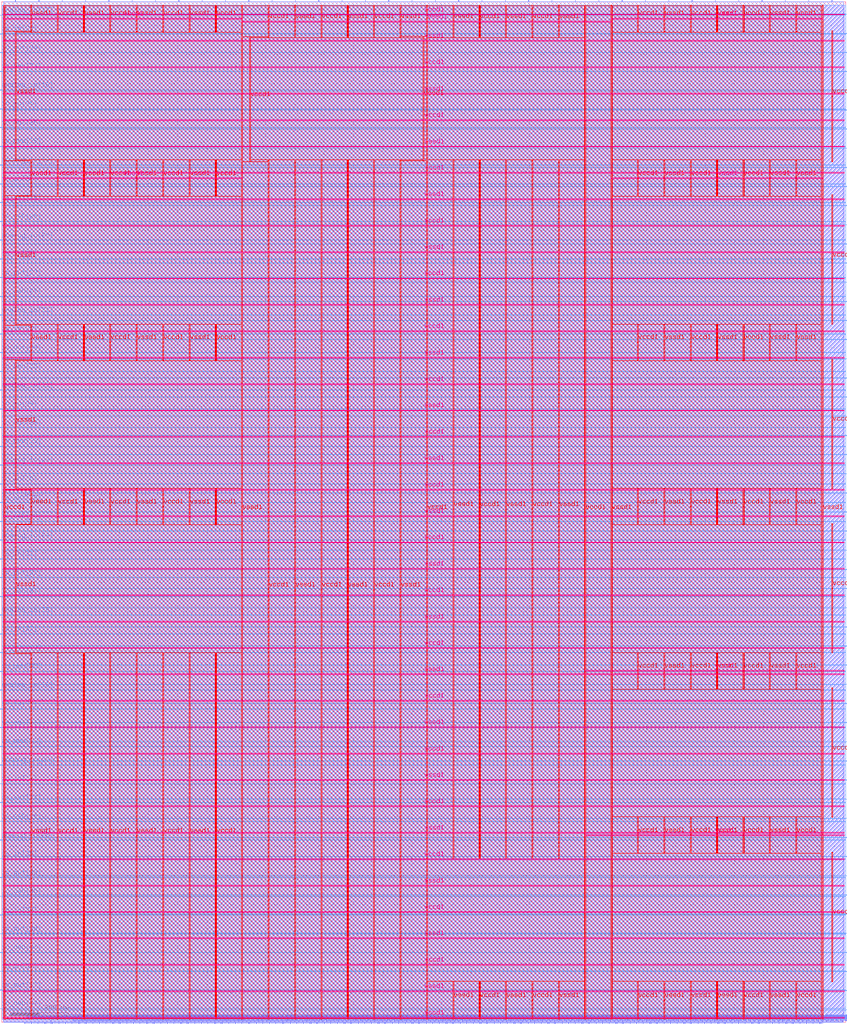
<source format=lef>
VERSION 5.7 ;
  NOWIREEXTENSIONATPIN ON ;
  DIVIDERCHAR "/" ;
  BUSBITCHARS "[]" ;
MACRO Marmot
  CLASS BLOCK ;
  FOREIGN Marmot ;
  ORIGIN 0.000 0.000 ;
  SIZE 2880.000 BY 3480.000 ;
  PIN analog_io[0]
    DIRECTION INOUT ;
    USE SIGNAL ;
    PORT
      LAYER met3 ;
        RECT 2879.000 1412.780 2884.800 1413.980 ;
    END
  END analog_io[0]
  PIN analog_io[10]
    DIRECTION INOUT ;
    USE SIGNAL ;
    PORT
      LAYER met2 ;
        RECT 2195.530 3479.000 2196.090 3484.800 ;
    END
  END analog_io[10]
  PIN analog_io[11]
    DIRECTION INOUT ;
    USE SIGNAL ;
    PORT
      LAYER met2 ;
        RECT 1877.210 3479.000 1877.770 3484.800 ;
    END
  END analog_io[11]
  PIN analog_io[12]
    DIRECTION INOUT ;
    USE SIGNAL ;
    PORT
      LAYER met2 ;
        RECT 1558.890 3479.000 1559.450 3484.800 ;
    END
  END analog_io[12]
  PIN analog_io[13]
    DIRECTION INOUT ;
    USE SIGNAL ;
    PORT
      LAYER met2 ;
        RECT 1240.570 3479.000 1241.130 3484.800 ;
    END
  END analog_io[13]
  PIN analog_io[14]
    DIRECTION INOUT ;
    USE SIGNAL ;
    PORT
      LAYER met2 ;
        RECT 922.250 3479.000 922.810 3484.800 ;
    END
  END analog_io[14]
  PIN analog_io[15]
    DIRECTION INOUT ;
    USE SIGNAL ;
    PORT
      LAYER met2 ;
        RECT 603.930 3479.000 604.490 3484.800 ;
    END
  END analog_io[15]
  PIN analog_io[16]
    DIRECTION INOUT ;
    USE SIGNAL ;
    PORT
      LAYER met2 ;
        RECT 285.610 3479.000 286.170 3484.800 ;
    END
  END analog_io[16]
  PIN analog_io[17]
    DIRECTION INOUT ;
    USE SIGNAL ;
    PORT
      LAYER met3 ;
        RECT -4.800 3433.060 1.000 3434.260 ;
    END
  END analog_io[17]
  PIN analog_io[18]
    DIRECTION INOUT ;
    USE SIGNAL ;
    PORT
      LAYER met3 ;
        RECT -4.800 3177.380 1.000 3178.580 ;
    END
  END analog_io[18]
  PIN analog_io[19]
    DIRECTION INOUT ;
    USE SIGNAL ;
    PORT
      LAYER met3 ;
        RECT -4.800 2921.700 1.000 2922.900 ;
    END
  END analog_io[19]
  PIN analog_io[1]
    DIRECTION INOUT ;
    USE SIGNAL ;
    PORT
      LAYER met3 ;
        RECT 2879.000 1673.900 2884.800 1675.100 ;
    END
  END analog_io[1]
  PIN analog_io[20]
    DIRECTION INOUT ;
    USE SIGNAL ;
    PORT
      LAYER met3 ;
        RECT -4.800 2666.020 1.000 2667.220 ;
    END
  END analog_io[20]
  PIN analog_io[21]
    DIRECTION INOUT ;
    USE SIGNAL ;
    PORT
      LAYER met3 ;
        RECT -4.800 2410.340 1.000 2411.540 ;
    END
  END analog_io[21]
  PIN analog_io[22]
    DIRECTION INOUT ;
    USE SIGNAL ;
    PORT
      LAYER met3 ;
        RECT -4.800 2154.660 1.000 2155.860 ;
    END
  END analog_io[22]
  PIN analog_io[23]
    DIRECTION INOUT ;
    USE SIGNAL ;
    PORT
      LAYER met3 ;
        RECT -4.800 1898.980 1.000 1900.180 ;
    END
  END analog_io[23]
  PIN analog_io[24]
    DIRECTION INOUT ;
    USE SIGNAL ;
    PORT
      LAYER met3 ;
        RECT -4.800 1643.300 1.000 1644.500 ;
    END
  END analog_io[24]
  PIN analog_io[25]
    DIRECTION INOUT ;
    USE SIGNAL ;
    PORT
      LAYER met3 ;
        RECT -4.800 1387.620 1.000 1388.820 ;
    END
  END analog_io[25]
  PIN analog_io[26]
    DIRECTION INOUT ;
    USE SIGNAL ;
    PORT
      LAYER met3 ;
        RECT -4.800 1131.940 1.000 1133.140 ;
    END
  END analog_io[26]
  PIN analog_io[27]
    DIRECTION INOUT ;
    USE SIGNAL ;
    PORT
      LAYER met3 ;
        RECT -4.800 876.260 1.000 877.460 ;
    END
  END analog_io[27]
  PIN analog_io[28]
    DIRECTION INOUT ;
    USE SIGNAL ;
    PORT
      LAYER met3 ;
        RECT -4.800 620.580 1.000 621.780 ;
    END
  END analog_io[28]
  PIN analog_io[2]
    DIRECTION INOUT ;
    USE SIGNAL ;
    PORT
      LAYER met3 ;
        RECT 2879.000 1935.020 2884.800 1936.220 ;
    END
  END analog_io[2]
  PIN analog_io[3]
    DIRECTION INOUT ;
    USE SIGNAL ;
    PORT
      LAYER met3 ;
        RECT 2879.000 2196.140 2884.800 2197.340 ;
    END
  END analog_io[3]
  PIN analog_io[4]
    DIRECTION INOUT ;
    USE SIGNAL ;
    PORT
      LAYER met3 ;
        RECT 2879.000 2457.260 2884.800 2458.460 ;
    END
  END analog_io[4]
  PIN analog_io[5]
    DIRECTION INOUT ;
    USE SIGNAL ;
    PORT
      LAYER met3 ;
        RECT 2879.000 2718.380 2884.800 2719.580 ;
    END
  END analog_io[5]
  PIN analog_io[6]
    DIRECTION INOUT ;
    USE SIGNAL ;
    PORT
      LAYER met3 ;
        RECT 2879.000 2979.500 2884.800 2980.700 ;
    END
  END analog_io[6]
  PIN analog_io[7]
    DIRECTION INOUT ;
    USE SIGNAL ;
    PORT
      LAYER met3 ;
        RECT 2879.000 3240.620 2884.800 3241.820 ;
    END
  END analog_io[7]
  PIN analog_io[8]
    DIRECTION INOUT ;
    USE SIGNAL ;
    PORT
      LAYER met2 ;
        RECT 2832.170 3479.000 2832.730 3484.800 ;
    END
  END analog_io[8]
  PIN analog_io[9]
    DIRECTION INOUT ;
    USE SIGNAL ;
    PORT
      LAYER met2 ;
        RECT 2513.850 3479.000 2514.410 3484.800 ;
    END
  END analog_io[9]
  PIN io_in[0]
    DIRECTION INPUT ;
    USE SIGNAL ;
    PORT
      LAYER met3 ;
        RECT 2879.000 41.900 2884.800 43.100 ;
    END
  END io_in[0]
  PIN io_in[10]
    DIRECTION INPUT ;
    USE SIGNAL ;
    PORT
      LAYER met3 ;
        RECT 2879.000 2261.420 2884.800 2262.620 ;
    END
  END io_in[10]
  PIN io_in[11]
    DIRECTION INPUT ;
    USE SIGNAL ;
    PORT
      LAYER met3 ;
        RECT 2879.000 2522.540 2884.800 2523.740 ;
    END
  END io_in[11]
  PIN io_in[12]
    DIRECTION INPUT ;
    USE SIGNAL ;
    PORT
      LAYER met3 ;
        RECT 2879.000 2783.660 2884.800 2784.860 ;
    END
  END io_in[12]
  PIN io_in[13]
    DIRECTION INPUT ;
    USE SIGNAL ;
    PORT
      LAYER met3 ;
        RECT 2879.000 3044.780 2884.800 3045.980 ;
    END
  END io_in[13]
  PIN io_in[14]
    DIRECTION INPUT ;
    USE SIGNAL ;
    PORT
      LAYER met3 ;
        RECT 2879.000 3305.900 2884.800 3307.100 ;
    END
  END io_in[14]
  PIN io_in[15]
    DIRECTION INPUT ;
    USE SIGNAL ;
    PORT
      LAYER met2 ;
        RECT 2752.590 3479.000 2753.150 3484.800 ;
    END
  END io_in[15]
  PIN io_in[16]
    DIRECTION INPUT ;
    USE SIGNAL ;
    PORT
      LAYER met2 ;
        RECT 2434.270 3479.000 2434.830 3484.800 ;
    END
  END io_in[16]
  PIN io_in[17]
    DIRECTION INPUT ;
    USE SIGNAL ;
    PORT
      LAYER met2 ;
        RECT 2115.950 3479.000 2116.510 3484.800 ;
    END
  END io_in[17]
  PIN io_in[18]
    DIRECTION INPUT ;
    USE SIGNAL ;
    PORT
      LAYER met2 ;
        RECT 1797.630 3479.000 1798.190 3484.800 ;
    END
  END io_in[18]
  PIN io_in[19]
    DIRECTION INPUT ;
    USE SIGNAL ;
    PORT
      LAYER met2 ;
        RECT 1479.310 3479.000 1479.870 3484.800 ;
    END
  END io_in[19]
  PIN io_in[1]
    DIRECTION INPUT ;
    USE SIGNAL ;
    PORT
      LAYER met3 ;
        RECT 2879.000 237.740 2884.800 238.940 ;
    END
  END io_in[1]
  PIN io_in[20]
    DIRECTION INPUT ;
    USE SIGNAL ;
    PORT
      LAYER met2 ;
        RECT 1160.990 3479.000 1161.550 3484.800 ;
    END
  END io_in[20]
  PIN io_in[21]
    DIRECTION INPUT ;
    USE SIGNAL ;
    PORT
      LAYER met2 ;
        RECT 842.670 3479.000 843.230 3484.800 ;
    END
  END io_in[21]
  PIN io_in[22]
    DIRECTION INPUT ;
    USE SIGNAL ;
    PORT
      LAYER met2 ;
        RECT 524.350 3479.000 524.910 3484.800 ;
    END
  END io_in[22]
  PIN io_in[23]
    DIRECTION INPUT ;
    USE SIGNAL ;
    PORT
      LAYER met2 ;
        RECT 206.030 3479.000 206.590 3484.800 ;
    END
  END io_in[23]
  PIN io_in[24]
    DIRECTION INPUT ;
    USE SIGNAL ;
    PORT
      LAYER met3 ;
        RECT -4.800 3369.140 1.000 3370.340 ;
    END
  END io_in[24]
  PIN io_in[25]
    DIRECTION INPUT ;
    USE SIGNAL ;
    PORT
      LAYER met3 ;
        RECT -4.800 3113.460 1.000 3114.660 ;
    END
  END io_in[25]
  PIN io_in[26]
    DIRECTION INPUT ;
    USE SIGNAL ;
    PORT
      LAYER met3 ;
        RECT -4.800 2857.780 1.000 2858.980 ;
    END
  END io_in[26]
  PIN io_in[27]
    DIRECTION INPUT ;
    USE SIGNAL ;
    PORT
      LAYER met3 ;
        RECT -4.800 2602.100 1.000 2603.300 ;
    END
  END io_in[27]
  PIN io_in[28]
    DIRECTION INPUT ;
    USE SIGNAL ;
    PORT
      LAYER met3 ;
        RECT -4.800 2346.420 1.000 2347.620 ;
    END
  END io_in[28]
  PIN io_in[29]
    DIRECTION INPUT ;
    USE SIGNAL ;
    PORT
      LAYER met3 ;
        RECT -4.800 2090.740 1.000 2091.940 ;
    END
  END io_in[29]
  PIN io_in[2]
    DIRECTION INPUT ;
    USE SIGNAL ;
    PORT
      LAYER met3 ;
        RECT 2879.000 433.580 2884.800 434.780 ;
    END
  END io_in[2]
  PIN io_in[30]
    DIRECTION INPUT ;
    USE SIGNAL ;
    PORT
      LAYER met3 ;
        RECT -4.800 1835.060 1.000 1836.260 ;
    END
  END io_in[30]
  PIN io_in[31]
    DIRECTION INPUT ;
    USE SIGNAL ;
    PORT
      LAYER met3 ;
        RECT -4.800 1579.380 1.000 1580.580 ;
    END
  END io_in[31]
  PIN io_in[32]
    DIRECTION INPUT ;
    USE SIGNAL ;
    PORT
      LAYER met3 ;
        RECT -4.800 1323.700 1.000 1324.900 ;
    END
  END io_in[32]
  PIN io_in[33]
    DIRECTION INPUT ;
    USE SIGNAL ;
    PORT
      LAYER met3 ;
        RECT -4.800 1068.020 1.000 1069.220 ;
    END
  END io_in[33]
  PIN io_in[34]
    DIRECTION INPUT ;
    USE SIGNAL ;
    PORT
      LAYER met3 ;
        RECT -4.800 812.340 1.000 813.540 ;
    END
  END io_in[34]
  PIN io_in[35]
    DIRECTION INPUT ;
    USE SIGNAL ;
    PORT
      LAYER met3 ;
        RECT -4.800 556.660 1.000 557.860 ;
    END
  END io_in[35]
  PIN io_in[36]
    DIRECTION INPUT ;
    USE SIGNAL ;
    PORT
      LAYER met3 ;
        RECT -4.800 364.900 1.000 366.100 ;
    END
  END io_in[36]
  PIN io_in[37]
    DIRECTION INPUT ;
    USE SIGNAL ;
    PORT
      LAYER met3 ;
        RECT -4.800 173.140 1.000 174.340 ;
    END
  END io_in[37]
  PIN io_in[3]
    DIRECTION INPUT ;
    USE SIGNAL ;
    PORT
      LAYER met3 ;
        RECT 2879.000 629.420 2884.800 630.620 ;
    END
  END io_in[3]
  PIN io_in[4]
    DIRECTION INPUT ;
    USE SIGNAL ;
    PORT
      LAYER met3 ;
        RECT 2879.000 825.260 2884.800 826.460 ;
    END
  END io_in[4]
  PIN io_in[5]
    DIRECTION INPUT ;
    USE SIGNAL ;
    PORT
      LAYER met3 ;
        RECT 2879.000 1021.100 2884.800 1022.300 ;
    END
  END io_in[5]
  PIN io_in[6]
    DIRECTION INPUT ;
    USE SIGNAL ;
    PORT
      LAYER met3 ;
        RECT 2879.000 1216.940 2884.800 1218.140 ;
    END
  END io_in[6]
  PIN io_in[7]
    DIRECTION INPUT ;
    USE SIGNAL ;
    PORT
      LAYER met3 ;
        RECT 2879.000 1478.060 2884.800 1479.260 ;
    END
  END io_in[7]
  PIN io_in[8]
    DIRECTION INPUT ;
    USE SIGNAL ;
    PORT
      LAYER met3 ;
        RECT 2879.000 1739.180 2884.800 1740.380 ;
    END
  END io_in[8]
  PIN io_in[9]
    DIRECTION INPUT ;
    USE SIGNAL ;
    PORT
      LAYER met3 ;
        RECT 2879.000 2000.300 2884.800 2001.500 ;
    END
  END io_in[9]
  PIN io_oeb[0]
    DIRECTION OUTPUT TRISTATE ;
    USE SIGNAL ;
    PORT
      LAYER met3 ;
        RECT 2879.000 172.460 2884.800 173.660 ;
    END
  END io_oeb[0]
  PIN io_oeb[10]
    DIRECTION OUTPUT TRISTATE ;
    USE SIGNAL ;
    PORT
      LAYER met3 ;
        RECT 2879.000 2391.980 2884.800 2393.180 ;
    END
  END io_oeb[10]
  PIN io_oeb[11]
    DIRECTION OUTPUT TRISTATE ;
    USE SIGNAL ;
    PORT
      LAYER met3 ;
        RECT 2879.000 2653.100 2884.800 2654.300 ;
    END
  END io_oeb[11]
  PIN io_oeb[12]
    DIRECTION OUTPUT TRISTATE ;
    USE SIGNAL ;
    PORT
      LAYER met3 ;
        RECT 2879.000 2914.220 2884.800 2915.420 ;
    END
  END io_oeb[12]
  PIN io_oeb[13]
    DIRECTION OUTPUT TRISTATE ;
    USE SIGNAL ;
    PORT
      LAYER met3 ;
        RECT 2879.000 3175.340 2884.800 3176.540 ;
    END
  END io_oeb[13]
  PIN io_oeb[14]
    DIRECTION OUTPUT TRISTATE ;
    USE SIGNAL ;
    PORT
      LAYER met3 ;
        RECT 2879.000 3436.460 2884.800 3437.660 ;
    END
  END io_oeb[14]
  PIN io_oeb[15]
    DIRECTION OUTPUT TRISTATE ;
    USE SIGNAL ;
    PORT
      LAYER met2 ;
        RECT 2593.430 3479.000 2593.990 3484.800 ;
    END
  END io_oeb[15]
  PIN io_oeb[16]
    DIRECTION OUTPUT TRISTATE ;
    USE SIGNAL ;
    PORT
      LAYER met2 ;
        RECT 2275.110 3479.000 2275.670 3484.800 ;
    END
  END io_oeb[16]
  PIN io_oeb[17]
    DIRECTION OUTPUT TRISTATE ;
    USE SIGNAL ;
    PORT
      LAYER met2 ;
        RECT 1956.790 3479.000 1957.350 3484.800 ;
    END
  END io_oeb[17]
  PIN io_oeb[18]
    DIRECTION OUTPUT TRISTATE ;
    USE SIGNAL ;
    PORT
      LAYER met2 ;
        RECT 1638.470 3479.000 1639.030 3484.800 ;
    END
  END io_oeb[18]
  PIN io_oeb[19]
    DIRECTION OUTPUT TRISTATE ;
    USE SIGNAL ;
    PORT
      LAYER met2 ;
        RECT 1320.150 3479.000 1320.710 3484.800 ;
    END
  END io_oeb[19]
  PIN io_oeb[1]
    DIRECTION OUTPUT TRISTATE ;
    USE SIGNAL ;
    PORT
      LAYER met3 ;
        RECT 2879.000 368.300 2884.800 369.500 ;
    END
  END io_oeb[1]
  PIN io_oeb[20]
    DIRECTION OUTPUT TRISTATE ;
    USE SIGNAL ;
    PORT
      LAYER met2 ;
        RECT 1001.830 3479.000 1002.390 3484.800 ;
    END
  END io_oeb[20]
  PIN io_oeb[21]
    DIRECTION OUTPUT TRISTATE ;
    USE SIGNAL ;
    PORT
      LAYER met2 ;
        RECT 683.510 3479.000 684.070 3484.800 ;
    END
  END io_oeb[21]
  PIN io_oeb[22]
    DIRECTION OUTPUT TRISTATE ;
    USE SIGNAL ;
    PORT
      LAYER met2 ;
        RECT 365.190 3479.000 365.750 3484.800 ;
    END
  END io_oeb[22]
  PIN io_oeb[23]
    DIRECTION OUTPUT TRISTATE ;
    USE SIGNAL ;
    PORT
      LAYER met2 ;
        RECT 46.870 3479.000 47.430 3484.800 ;
    END
  END io_oeb[23]
  PIN io_oeb[24]
    DIRECTION OUTPUT TRISTATE ;
    USE SIGNAL ;
    PORT
      LAYER met3 ;
        RECT -4.800 3241.300 1.000 3242.500 ;
    END
  END io_oeb[24]
  PIN io_oeb[25]
    DIRECTION OUTPUT TRISTATE ;
    USE SIGNAL ;
    PORT
      LAYER met3 ;
        RECT -4.800 2985.620 1.000 2986.820 ;
    END
  END io_oeb[25]
  PIN io_oeb[26]
    DIRECTION OUTPUT TRISTATE ;
    USE SIGNAL ;
    PORT
      LAYER met3 ;
        RECT -4.800 2729.940 1.000 2731.140 ;
    END
  END io_oeb[26]
  PIN io_oeb[27]
    DIRECTION OUTPUT TRISTATE ;
    USE SIGNAL ;
    PORT
      LAYER met3 ;
        RECT -4.800 2474.260 1.000 2475.460 ;
    END
  END io_oeb[27]
  PIN io_oeb[28]
    DIRECTION OUTPUT TRISTATE ;
    USE SIGNAL ;
    PORT
      LAYER met3 ;
        RECT -4.800 2218.580 1.000 2219.780 ;
    END
  END io_oeb[28]
  PIN io_oeb[29]
    DIRECTION OUTPUT TRISTATE ;
    USE SIGNAL ;
    PORT
      LAYER met3 ;
        RECT -4.800 1962.900 1.000 1964.100 ;
    END
  END io_oeb[29]
  PIN io_oeb[2]
    DIRECTION OUTPUT TRISTATE ;
    USE SIGNAL ;
    PORT
      LAYER met3 ;
        RECT 2879.000 564.140 2884.800 565.340 ;
    END
  END io_oeb[2]
  PIN io_oeb[30]
    DIRECTION OUTPUT TRISTATE ;
    USE SIGNAL ;
    PORT
      LAYER met3 ;
        RECT -4.800 1707.220 1.000 1708.420 ;
    END
  END io_oeb[30]
  PIN io_oeb[31]
    DIRECTION OUTPUT TRISTATE ;
    USE SIGNAL ;
    PORT
      LAYER met3 ;
        RECT -4.800 1451.540 1.000 1452.740 ;
    END
  END io_oeb[31]
  PIN io_oeb[32]
    DIRECTION OUTPUT TRISTATE ;
    USE SIGNAL ;
    PORT
      LAYER met3 ;
        RECT -4.800 1195.860 1.000 1197.060 ;
    END
  END io_oeb[32]
  PIN io_oeb[33]
    DIRECTION OUTPUT TRISTATE ;
    USE SIGNAL ;
    PORT
      LAYER met3 ;
        RECT -4.800 940.180 1.000 941.380 ;
    END
  END io_oeb[33]
  PIN io_oeb[34]
    DIRECTION OUTPUT TRISTATE ;
    USE SIGNAL ;
    PORT
      LAYER met3 ;
        RECT -4.800 684.500 1.000 685.700 ;
    END
  END io_oeb[34]
  PIN io_oeb[35]
    DIRECTION OUTPUT TRISTATE ;
    USE SIGNAL ;
    PORT
      LAYER met3 ;
        RECT -4.800 428.820 1.000 430.020 ;
    END
  END io_oeb[35]
  PIN io_oeb[36]
    DIRECTION OUTPUT TRISTATE ;
    USE SIGNAL ;
    PORT
      LAYER met3 ;
        RECT -4.800 237.060 1.000 238.260 ;
    END
  END io_oeb[36]
  PIN io_oeb[37]
    DIRECTION OUTPUT TRISTATE ;
    USE SIGNAL ;
    PORT
      LAYER met3 ;
        RECT -4.800 45.300 1.000 46.500 ;
    END
  END io_oeb[37]
  PIN io_oeb[3]
    DIRECTION OUTPUT TRISTATE ;
    USE SIGNAL ;
    PORT
      LAYER met3 ;
        RECT 2879.000 759.980 2884.800 761.180 ;
    END
  END io_oeb[3]
  PIN io_oeb[4]
    DIRECTION OUTPUT TRISTATE ;
    USE SIGNAL ;
    PORT
      LAYER met3 ;
        RECT 2879.000 955.820 2884.800 957.020 ;
    END
  END io_oeb[4]
  PIN io_oeb[5]
    DIRECTION OUTPUT TRISTATE ;
    USE SIGNAL ;
    PORT
      LAYER met3 ;
        RECT 2879.000 1151.660 2884.800 1152.860 ;
    END
  END io_oeb[5]
  PIN io_oeb[6]
    DIRECTION OUTPUT TRISTATE ;
    USE SIGNAL ;
    PORT
      LAYER met3 ;
        RECT 2879.000 1347.500 2884.800 1348.700 ;
    END
  END io_oeb[6]
  PIN io_oeb[7]
    DIRECTION OUTPUT TRISTATE ;
    USE SIGNAL ;
    PORT
      LAYER met3 ;
        RECT 2879.000 1608.620 2884.800 1609.820 ;
    END
  END io_oeb[7]
  PIN io_oeb[8]
    DIRECTION OUTPUT TRISTATE ;
    USE SIGNAL ;
    PORT
      LAYER met3 ;
        RECT 2879.000 1869.740 2884.800 1870.940 ;
    END
  END io_oeb[8]
  PIN io_oeb[9]
    DIRECTION OUTPUT TRISTATE ;
    USE SIGNAL ;
    PORT
      LAYER met3 ;
        RECT 2879.000 2130.860 2884.800 2132.060 ;
    END
  END io_oeb[9]
  PIN io_out[0]
    DIRECTION OUTPUT TRISTATE ;
    USE SIGNAL ;
    PORT
      LAYER met3 ;
        RECT 2879.000 107.180 2884.800 108.380 ;
    END
  END io_out[0]
  PIN io_out[10]
    DIRECTION OUTPUT TRISTATE ;
    USE SIGNAL ;
    PORT
      LAYER met3 ;
        RECT 2879.000 2326.700 2884.800 2327.900 ;
    END
  END io_out[10]
  PIN io_out[11]
    DIRECTION OUTPUT TRISTATE ;
    USE SIGNAL ;
    PORT
      LAYER met3 ;
        RECT 2879.000 2587.820 2884.800 2589.020 ;
    END
  END io_out[11]
  PIN io_out[12]
    DIRECTION OUTPUT TRISTATE ;
    USE SIGNAL ;
    PORT
      LAYER met3 ;
        RECT 2879.000 2848.940 2884.800 2850.140 ;
    END
  END io_out[12]
  PIN io_out[13]
    DIRECTION OUTPUT TRISTATE ;
    USE SIGNAL ;
    PORT
      LAYER met3 ;
        RECT 2879.000 3110.060 2884.800 3111.260 ;
    END
  END io_out[13]
  PIN io_out[14]
    DIRECTION OUTPUT TRISTATE ;
    USE SIGNAL ;
    PORT
      LAYER met3 ;
        RECT 2879.000 3371.180 2884.800 3372.380 ;
    END
  END io_out[14]
  PIN io_out[15]
    DIRECTION OUTPUT TRISTATE ;
    USE SIGNAL ;
    PORT
      LAYER met2 ;
        RECT 2673.010 3479.000 2673.570 3484.800 ;
    END
  END io_out[15]
  PIN io_out[16]
    DIRECTION OUTPUT TRISTATE ;
    USE SIGNAL ;
    PORT
      LAYER met2 ;
        RECT 2354.690 3479.000 2355.250 3484.800 ;
    END
  END io_out[16]
  PIN io_out[17]
    DIRECTION OUTPUT TRISTATE ;
    USE SIGNAL ;
    PORT
      LAYER met2 ;
        RECT 2036.370 3479.000 2036.930 3484.800 ;
    END
  END io_out[17]
  PIN io_out[18]
    DIRECTION OUTPUT TRISTATE ;
    USE SIGNAL ;
    PORT
      LAYER met2 ;
        RECT 1718.050 3479.000 1718.610 3484.800 ;
    END
  END io_out[18]
  PIN io_out[19]
    DIRECTION OUTPUT TRISTATE ;
    USE SIGNAL ;
    PORT
      LAYER met2 ;
        RECT 1399.730 3479.000 1400.290 3484.800 ;
    END
  END io_out[19]
  PIN io_out[1]
    DIRECTION OUTPUT TRISTATE ;
    USE SIGNAL ;
    PORT
      LAYER met3 ;
        RECT 2879.000 303.020 2884.800 304.220 ;
    END
  END io_out[1]
  PIN io_out[20]
    DIRECTION OUTPUT TRISTATE ;
    USE SIGNAL ;
    PORT
      LAYER met2 ;
        RECT 1081.410 3479.000 1081.970 3484.800 ;
    END
  END io_out[20]
  PIN io_out[21]
    DIRECTION OUTPUT TRISTATE ;
    USE SIGNAL ;
    PORT
      LAYER met2 ;
        RECT 763.090 3479.000 763.650 3484.800 ;
    END
  END io_out[21]
  PIN io_out[22]
    DIRECTION OUTPUT TRISTATE ;
    USE SIGNAL ;
    PORT
      LAYER met2 ;
        RECT 444.770 3479.000 445.330 3484.800 ;
    END
  END io_out[22]
  PIN io_out[23]
    DIRECTION OUTPUT TRISTATE ;
    USE SIGNAL ;
    PORT
      LAYER met2 ;
        RECT 126.450 3479.000 127.010 3484.800 ;
    END
  END io_out[23]
  PIN io_out[24]
    DIRECTION OUTPUT TRISTATE ;
    USE SIGNAL ;
    PORT
      LAYER met3 ;
        RECT -4.800 3305.220 1.000 3306.420 ;
    END
  END io_out[24]
  PIN io_out[25]
    DIRECTION OUTPUT TRISTATE ;
    USE SIGNAL ;
    PORT
      LAYER met3 ;
        RECT -4.800 3049.540 1.000 3050.740 ;
    END
  END io_out[25]
  PIN io_out[26]
    DIRECTION OUTPUT TRISTATE ;
    USE SIGNAL ;
    PORT
      LAYER met3 ;
        RECT -4.800 2793.860 1.000 2795.060 ;
    END
  END io_out[26]
  PIN io_out[27]
    DIRECTION OUTPUT TRISTATE ;
    USE SIGNAL ;
    PORT
      LAYER met3 ;
        RECT -4.800 2538.180 1.000 2539.380 ;
    END
  END io_out[27]
  PIN io_out[28]
    DIRECTION OUTPUT TRISTATE ;
    USE SIGNAL ;
    PORT
      LAYER met3 ;
        RECT -4.800 2282.500 1.000 2283.700 ;
    END
  END io_out[28]
  PIN io_out[29]
    DIRECTION OUTPUT TRISTATE ;
    USE SIGNAL ;
    PORT
      LAYER met3 ;
        RECT -4.800 2026.820 1.000 2028.020 ;
    END
  END io_out[29]
  PIN io_out[2]
    DIRECTION OUTPUT TRISTATE ;
    USE SIGNAL ;
    PORT
      LAYER met3 ;
        RECT 2879.000 498.860 2884.800 500.060 ;
    END
  END io_out[2]
  PIN io_out[30]
    DIRECTION OUTPUT TRISTATE ;
    USE SIGNAL ;
    PORT
      LAYER met3 ;
        RECT -4.800 1771.140 1.000 1772.340 ;
    END
  END io_out[30]
  PIN io_out[31]
    DIRECTION OUTPUT TRISTATE ;
    USE SIGNAL ;
    PORT
      LAYER met3 ;
        RECT -4.800 1515.460 1.000 1516.660 ;
    END
  END io_out[31]
  PIN io_out[32]
    DIRECTION OUTPUT TRISTATE ;
    USE SIGNAL ;
    PORT
      LAYER met3 ;
        RECT -4.800 1259.780 1.000 1260.980 ;
    END
  END io_out[32]
  PIN io_out[33]
    DIRECTION OUTPUT TRISTATE ;
    USE SIGNAL ;
    PORT
      LAYER met3 ;
        RECT -4.800 1004.100 1.000 1005.300 ;
    END
  END io_out[33]
  PIN io_out[34]
    DIRECTION OUTPUT TRISTATE ;
    USE SIGNAL ;
    PORT
      LAYER met3 ;
        RECT -4.800 748.420 1.000 749.620 ;
    END
  END io_out[34]
  PIN io_out[35]
    DIRECTION OUTPUT TRISTATE ;
    USE SIGNAL ;
    PORT
      LAYER met3 ;
        RECT -4.800 492.740 1.000 493.940 ;
    END
  END io_out[35]
  PIN io_out[36]
    DIRECTION OUTPUT TRISTATE ;
    USE SIGNAL ;
    PORT
      LAYER met3 ;
        RECT -4.800 300.980 1.000 302.180 ;
    END
  END io_out[36]
  PIN io_out[37]
    DIRECTION OUTPUT TRISTATE ;
    USE SIGNAL ;
    PORT
      LAYER met3 ;
        RECT -4.800 109.220 1.000 110.420 ;
    END
  END io_out[37]
  PIN io_out[3]
    DIRECTION OUTPUT TRISTATE ;
    USE SIGNAL ;
    PORT
      LAYER met3 ;
        RECT 2879.000 694.700 2884.800 695.900 ;
    END
  END io_out[3]
  PIN io_out[4]
    DIRECTION OUTPUT TRISTATE ;
    USE SIGNAL ;
    PORT
      LAYER met3 ;
        RECT 2879.000 890.540 2884.800 891.740 ;
    END
  END io_out[4]
  PIN io_out[5]
    DIRECTION OUTPUT TRISTATE ;
    USE SIGNAL ;
    PORT
      LAYER met3 ;
        RECT 2879.000 1086.380 2884.800 1087.580 ;
    END
  END io_out[5]
  PIN io_out[6]
    DIRECTION OUTPUT TRISTATE ;
    USE SIGNAL ;
    PORT
      LAYER met3 ;
        RECT 2879.000 1282.220 2884.800 1283.420 ;
    END
  END io_out[6]
  PIN io_out[7]
    DIRECTION OUTPUT TRISTATE ;
    USE SIGNAL ;
    PORT
      LAYER met3 ;
        RECT 2879.000 1543.340 2884.800 1544.540 ;
    END
  END io_out[7]
  PIN io_out[8]
    DIRECTION OUTPUT TRISTATE ;
    USE SIGNAL ;
    PORT
      LAYER met3 ;
        RECT 2879.000 1804.460 2884.800 1805.660 ;
    END
  END io_out[8]
  PIN io_out[9]
    DIRECTION OUTPUT TRISTATE ;
    USE SIGNAL ;
    PORT
      LAYER met3 ;
        RECT 2879.000 2065.580 2884.800 2066.780 ;
    END
  END io_out[9]
  PIN la_data_in[0]
    DIRECTION INPUT ;
    USE SIGNAL ;
    PORT
      LAYER met2 ;
        RECT 664.190 -4.800 664.750 1.000 ;
    END
  END la_data_in[0]
  PIN la_data_in[100]
    DIRECTION INPUT ;
    USE SIGNAL ;
    PORT
      LAYER met2 ;
        RECT 2320.190 -4.800 2320.750 1.000 ;
    END
  END la_data_in[100]
  PIN la_data_in[101]
    DIRECTION INPUT ;
    USE SIGNAL ;
    PORT
      LAYER met2 ;
        RECT 2336.750 -4.800 2337.310 1.000 ;
    END
  END la_data_in[101]
  PIN la_data_in[102]
    DIRECTION INPUT ;
    USE SIGNAL ;
    PORT
      LAYER met2 ;
        RECT 2353.310 -4.800 2353.870 1.000 ;
    END
  END la_data_in[102]
  PIN la_data_in[103]
    DIRECTION INPUT ;
    USE SIGNAL ;
    PORT
      LAYER met2 ;
        RECT 2369.870 -4.800 2370.430 1.000 ;
    END
  END la_data_in[103]
  PIN la_data_in[104]
    DIRECTION INPUT ;
    USE SIGNAL ;
    PORT
      LAYER met2 ;
        RECT 2386.430 -4.800 2386.990 1.000 ;
    END
  END la_data_in[104]
  PIN la_data_in[105]
    DIRECTION INPUT ;
    USE SIGNAL ;
    PORT
      LAYER met2 ;
        RECT 2402.990 -4.800 2403.550 1.000 ;
    END
  END la_data_in[105]
  PIN la_data_in[106]
    DIRECTION INPUT ;
    USE SIGNAL ;
    PORT
      LAYER met2 ;
        RECT 2419.550 -4.800 2420.110 1.000 ;
    END
  END la_data_in[106]
  PIN la_data_in[107]
    DIRECTION INPUT ;
    USE SIGNAL ;
    PORT
      LAYER met2 ;
        RECT 2436.110 -4.800 2436.670 1.000 ;
    END
  END la_data_in[107]
  PIN la_data_in[108]
    DIRECTION INPUT ;
    USE SIGNAL ;
    PORT
      LAYER met2 ;
        RECT 2452.670 -4.800 2453.230 1.000 ;
    END
  END la_data_in[108]
  PIN la_data_in[109]
    DIRECTION INPUT ;
    USE SIGNAL ;
    PORT
      LAYER met2 ;
        RECT 2469.230 -4.800 2469.790 1.000 ;
    END
  END la_data_in[109]
  PIN la_data_in[10]
    DIRECTION INPUT ;
    USE SIGNAL ;
    PORT
      LAYER met2 ;
        RECT 829.790 -4.800 830.350 1.000 ;
    END
  END la_data_in[10]
  PIN la_data_in[110]
    DIRECTION INPUT ;
    USE SIGNAL ;
    PORT
      LAYER met2 ;
        RECT 2485.790 -4.800 2486.350 1.000 ;
    END
  END la_data_in[110]
  PIN la_data_in[111]
    DIRECTION INPUT ;
    USE SIGNAL ;
    PORT
      LAYER met2 ;
        RECT 2502.350 -4.800 2502.910 1.000 ;
    END
  END la_data_in[111]
  PIN la_data_in[112]
    DIRECTION INPUT ;
    USE SIGNAL ;
    PORT
      LAYER met2 ;
        RECT 2518.910 -4.800 2519.470 1.000 ;
    END
  END la_data_in[112]
  PIN la_data_in[113]
    DIRECTION INPUT ;
    USE SIGNAL ;
    PORT
      LAYER met2 ;
        RECT 2535.470 -4.800 2536.030 1.000 ;
    END
  END la_data_in[113]
  PIN la_data_in[114]
    DIRECTION INPUT ;
    USE SIGNAL ;
    PORT
      LAYER met2 ;
        RECT 2552.030 -4.800 2552.590 1.000 ;
    END
  END la_data_in[114]
  PIN la_data_in[115]
    DIRECTION INPUT ;
    USE SIGNAL ;
    PORT
      LAYER met2 ;
        RECT 2568.590 -4.800 2569.150 1.000 ;
    END
  END la_data_in[115]
  PIN la_data_in[116]
    DIRECTION INPUT ;
    USE SIGNAL ;
    PORT
      LAYER met2 ;
        RECT 2585.150 -4.800 2585.710 1.000 ;
    END
  END la_data_in[116]
  PIN la_data_in[117]
    DIRECTION INPUT ;
    USE SIGNAL ;
    PORT
      LAYER met2 ;
        RECT 2601.710 -4.800 2602.270 1.000 ;
    END
  END la_data_in[117]
  PIN la_data_in[118]
    DIRECTION INPUT ;
    USE SIGNAL ;
    PORT
      LAYER met2 ;
        RECT 2618.270 -4.800 2618.830 1.000 ;
    END
  END la_data_in[118]
  PIN la_data_in[119]
    DIRECTION INPUT ;
    USE SIGNAL ;
    PORT
      LAYER met2 ;
        RECT 2634.830 -4.800 2635.390 1.000 ;
    END
  END la_data_in[119]
  PIN la_data_in[11]
    DIRECTION INPUT ;
    USE SIGNAL ;
    PORT
      LAYER met2 ;
        RECT 846.350 -4.800 846.910 1.000 ;
    END
  END la_data_in[11]
  PIN la_data_in[120]
    DIRECTION INPUT ;
    USE SIGNAL ;
    PORT
      LAYER met2 ;
        RECT 2651.390 -4.800 2651.950 1.000 ;
    END
  END la_data_in[120]
  PIN la_data_in[121]
    DIRECTION INPUT ;
    USE SIGNAL ;
    PORT
      LAYER met2 ;
        RECT 2667.950 -4.800 2668.510 1.000 ;
    END
  END la_data_in[121]
  PIN la_data_in[122]
    DIRECTION INPUT ;
    USE SIGNAL ;
    PORT
      LAYER met2 ;
        RECT 2684.510 -4.800 2685.070 1.000 ;
    END
  END la_data_in[122]
  PIN la_data_in[123]
    DIRECTION INPUT ;
    USE SIGNAL ;
    PORT
      LAYER met2 ;
        RECT 2701.070 -4.800 2701.630 1.000 ;
    END
  END la_data_in[123]
  PIN la_data_in[124]
    DIRECTION INPUT ;
    USE SIGNAL ;
    PORT
      LAYER met2 ;
        RECT 2717.630 -4.800 2718.190 1.000 ;
    END
  END la_data_in[124]
  PIN la_data_in[125]
    DIRECTION INPUT ;
    USE SIGNAL ;
    PORT
      LAYER met2 ;
        RECT 2734.190 -4.800 2734.750 1.000 ;
    END
  END la_data_in[125]
  PIN la_data_in[126]
    DIRECTION INPUT ;
    USE SIGNAL ;
    PORT
      LAYER met2 ;
        RECT 2750.750 -4.800 2751.310 1.000 ;
    END
  END la_data_in[126]
  PIN la_data_in[127]
    DIRECTION INPUT ;
    USE SIGNAL ;
    PORT
      LAYER met2 ;
        RECT 2767.310 -4.800 2767.870 1.000 ;
    END
  END la_data_in[127]
  PIN la_data_in[12]
    DIRECTION INPUT ;
    USE SIGNAL ;
    PORT
      LAYER met2 ;
        RECT 862.910 -4.800 863.470 1.000 ;
    END
  END la_data_in[12]
  PIN la_data_in[13]
    DIRECTION INPUT ;
    USE SIGNAL ;
    PORT
      LAYER met2 ;
        RECT 879.470 -4.800 880.030 1.000 ;
    END
  END la_data_in[13]
  PIN la_data_in[14]
    DIRECTION INPUT ;
    USE SIGNAL ;
    PORT
      LAYER met2 ;
        RECT 896.030 -4.800 896.590 1.000 ;
    END
  END la_data_in[14]
  PIN la_data_in[15]
    DIRECTION INPUT ;
    USE SIGNAL ;
    PORT
      LAYER met2 ;
        RECT 912.590 -4.800 913.150 1.000 ;
    END
  END la_data_in[15]
  PIN la_data_in[16]
    DIRECTION INPUT ;
    USE SIGNAL ;
    PORT
      LAYER met2 ;
        RECT 929.150 -4.800 929.710 1.000 ;
    END
  END la_data_in[16]
  PIN la_data_in[17]
    DIRECTION INPUT ;
    USE SIGNAL ;
    PORT
      LAYER met2 ;
        RECT 945.710 -4.800 946.270 1.000 ;
    END
  END la_data_in[17]
  PIN la_data_in[18]
    DIRECTION INPUT ;
    USE SIGNAL ;
    PORT
      LAYER met2 ;
        RECT 962.270 -4.800 962.830 1.000 ;
    END
  END la_data_in[18]
  PIN la_data_in[19]
    DIRECTION INPUT ;
    USE SIGNAL ;
    PORT
      LAYER met2 ;
        RECT 978.830 -4.800 979.390 1.000 ;
    END
  END la_data_in[19]
  PIN la_data_in[1]
    DIRECTION INPUT ;
    USE SIGNAL ;
    PORT
      LAYER met2 ;
        RECT 680.750 -4.800 681.310 1.000 ;
    END
  END la_data_in[1]
  PIN la_data_in[20]
    DIRECTION INPUT ;
    USE SIGNAL ;
    PORT
      LAYER met2 ;
        RECT 995.390 -4.800 995.950 1.000 ;
    END
  END la_data_in[20]
  PIN la_data_in[21]
    DIRECTION INPUT ;
    USE SIGNAL ;
    PORT
      LAYER met2 ;
        RECT 1011.950 -4.800 1012.510 1.000 ;
    END
  END la_data_in[21]
  PIN la_data_in[22]
    DIRECTION INPUT ;
    USE SIGNAL ;
    PORT
      LAYER met2 ;
        RECT 1028.510 -4.800 1029.070 1.000 ;
    END
  END la_data_in[22]
  PIN la_data_in[23]
    DIRECTION INPUT ;
    USE SIGNAL ;
    PORT
      LAYER met2 ;
        RECT 1045.070 -4.800 1045.630 1.000 ;
    END
  END la_data_in[23]
  PIN la_data_in[24]
    DIRECTION INPUT ;
    USE SIGNAL ;
    PORT
      LAYER met2 ;
        RECT 1061.630 -4.800 1062.190 1.000 ;
    END
  END la_data_in[24]
  PIN la_data_in[25]
    DIRECTION INPUT ;
    USE SIGNAL ;
    PORT
      LAYER met2 ;
        RECT 1078.190 -4.800 1078.750 1.000 ;
    END
  END la_data_in[25]
  PIN la_data_in[26]
    DIRECTION INPUT ;
    USE SIGNAL ;
    PORT
      LAYER met2 ;
        RECT 1094.750 -4.800 1095.310 1.000 ;
    END
  END la_data_in[26]
  PIN la_data_in[27]
    DIRECTION INPUT ;
    USE SIGNAL ;
    PORT
      LAYER met2 ;
        RECT 1111.310 -4.800 1111.870 1.000 ;
    END
  END la_data_in[27]
  PIN la_data_in[28]
    DIRECTION INPUT ;
    USE SIGNAL ;
    PORT
      LAYER met2 ;
        RECT 1127.870 -4.800 1128.430 1.000 ;
    END
  END la_data_in[28]
  PIN la_data_in[29]
    DIRECTION INPUT ;
    USE SIGNAL ;
    PORT
      LAYER met2 ;
        RECT 1144.430 -4.800 1144.990 1.000 ;
    END
  END la_data_in[29]
  PIN la_data_in[2]
    DIRECTION INPUT ;
    USE SIGNAL ;
    PORT
      LAYER met2 ;
        RECT 697.310 -4.800 697.870 1.000 ;
    END
  END la_data_in[2]
  PIN la_data_in[30]
    DIRECTION INPUT ;
    USE SIGNAL ;
    PORT
      LAYER met2 ;
        RECT 1160.990 -4.800 1161.550 1.000 ;
    END
  END la_data_in[30]
  PIN la_data_in[31]
    DIRECTION INPUT ;
    USE SIGNAL ;
    PORT
      LAYER met2 ;
        RECT 1177.550 -4.800 1178.110 1.000 ;
    END
  END la_data_in[31]
  PIN la_data_in[32]
    DIRECTION INPUT ;
    USE SIGNAL ;
    PORT
      LAYER met2 ;
        RECT 1194.110 -4.800 1194.670 1.000 ;
    END
  END la_data_in[32]
  PIN la_data_in[33]
    DIRECTION INPUT ;
    USE SIGNAL ;
    PORT
      LAYER met2 ;
        RECT 1210.670 -4.800 1211.230 1.000 ;
    END
  END la_data_in[33]
  PIN la_data_in[34]
    DIRECTION INPUT ;
    USE SIGNAL ;
    PORT
      LAYER met2 ;
        RECT 1227.230 -4.800 1227.790 1.000 ;
    END
  END la_data_in[34]
  PIN la_data_in[35]
    DIRECTION INPUT ;
    USE SIGNAL ;
    PORT
      LAYER met2 ;
        RECT 1243.790 -4.800 1244.350 1.000 ;
    END
  END la_data_in[35]
  PIN la_data_in[36]
    DIRECTION INPUT ;
    USE SIGNAL ;
    PORT
      LAYER met2 ;
        RECT 1260.350 -4.800 1260.910 1.000 ;
    END
  END la_data_in[36]
  PIN la_data_in[37]
    DIRECTION INPUT ;
    USE SIGNAL ;
    PORT
      LAYER met2 ;
        RECT 1276.910 -4.800 1277.470 1.000 ;
    END
  END la_data_in[37]
  PIN la_data_in[38]
    DIRECTION INPUT ;
    USE SIGNAL ;
    PORT
      LAYER met2 ;
        RECT 1293.470 -4.800 1294.030 1.000 ;
    END
  END la_data_in[38]
  PIN la_data_in[39]
    DIRECTION INPUT ;
    USE SIGNAL ;
    PORT
      LAYER met2 ;
        RECT 1310.030 -4.800 1310.590 1.000 ;
    END
  END la_data_in[39]
  PIN la_data_in[3]
    DIRECTION INPUT ;
    USE SIGNAL ;
    PORT
      LAYER met2 ;
        RECT 713.870 -4.800 714.430 1.000 ;
    END
  END la_data_in[3]
  PIN la_data_in[40]
    DIRECTION INPUT ;
    USE SIGNAL ;
    PORT
      LAYER met2 ;
        RECT 1326.590 -4.800 1327.150 1.000 ;
    END
  END la_data_in[40]
  PIN la_data_in[41]
    DIRECTION INPUT ;
    USE SIGNAL ;
    PORT
      LAYER met2 ;
        RECT 1343.150 -4.800 1343.710 1.000 ;
    END
  END la_data_in[41]
  PIN la_data_in[42]
    DIRECTION INPUT ;
    USE SIGNAL ;
    PORT
      LAYER met2 ;
        RECT 1359.710 -4.800 1360.270 1.000 ;
    END
  END la_data_in[42]
  PIN la_data_in[43]
    DIRECTION INPUT ;
    USE SIGNAL ;
    PORT
      LAYER met2 ;
        RECT 1376.270 -4.800 1376.830 1.000 ;
    END
  END la_data_in[43]
  PIN la_data_in[44]
    DIRECTION INPUT ;
    USE SIGNAL ;
    PORT
      LAYER met2 ;
        RECT 1392.830 -4.800 1393.390 1.000 ;
    END
  END la_data_in[44]
  PIN la_data_in[45]
    DIRECTION INPUT ;
    USE SIGNAL ;
    PORT
      LAYER met2 ;
        RECT 1409.390 -4.800 1409.950 1.000 ;
    END
  END la_data_in[45]
  PIN la_data_in[46]
    DIRECTION INPUT ;
    USE SIGNAL ;
    PORT
      LAYER met2 ;
        RECT 1425.950 -4.800 1426.510 1.000 ;
    END
  END la_data_in[46]
  PIN la_data_in[47]
    DIRECTION INPUT ;
    USE SIGNAL ;
    PORT
      LAYER met2 ;
        RECT 1442.510 -4.800 1443.070 1.000 ;
    END
  END la_data_in[47]
  PIN la_data_in[48]
    DIRECTION INPUT ;
    USE SIGNAL ;
    PORT
      LAYER met2 ;
        RECT 1459.070 -4.800 1459.630 1.000 ;
    END
  END la_data_in[48]
  PIN la_data_in[49]
    DIRECTION INPUT ;
    USE SIGNAL ;
    PORT
      LAYER met2 ;
        RECT 1475.630 -4.800 1476.190 1.000 ;
    END
  END la_data_in[49]
  PIN la_data_in[4]
    DIRECTION INPUT ;
    USE SIGNAL ;
    PORT
      LAYER met2 ;
        RECT 730.430 -4.800 730.990 1.000 ;
    END
  END la_data_in[4]
  PIN la_data_in[50]
    DIRECTION INPUT ;
    USE SIGNAL ;
    PORT
      LAYER met2 ;
        RECT 1492.190 -4.800 1492.750 1.000 ;
    END
  END la_data_in[50]
  PIN la_data_in[51]
    DIRECTION INPUT ;
    USE SIGNAL ;
    PORT
      LAYER met2 ;
        RECT 1508.750 -4.800 1509.310 1.000 ;
    END
  END la_data_in[51]
  PIN la_data_in[52]
    DIRECTION INPUT ;
    USE SIGNAL ;
    PORT
      LAYER met2 ;
        RECT 1525.310 -4.800 1525.870 1.000 ;
    END
  END la_data_in[52]
  PIN la_data_in[53]
    DIRECTION INPUT ;
    USE SIGNAL ;
    PORT
      LAYER met2 ;
        RECT 1541.870 -4.800 1542.430 1.000 ;
    END
  END la_data_in[53]
  PIN la_data_in[54]
    DIRECTION INPUT ;
    USE SIGNAL ;
    PORT
      LAYER met2 ;
        RECT 1558.430 -4.800 1558.990 1.000 ;
    END
  END la_data_in[54]
  PIN la_data_in[55]
    DIRECTION INPUT ;
    USE SIGNAL ;
    PORT
      LAYER met2 ;
        RECT 1574.990 -4.800 1575.550 1.000 ;
    END
  END la_data_in[55]
  PIN la_data_in[56]
    DIRECTION INPUT ;
    USE SIGNAL ;
    PORT
      LAYER met2 ;
        RECT 1591.550 -4.800 1592.110 1.000 ;
    END
  END la_data_in[56]
  PIN la_data_in[57]
    DIRECTION INPUT ;
    USE SIGNAL ;
    PORT
      LAYER met2 ;
        RECT 1608.110 -4.800 1608.670 1.000 ;
    END
  END la_data_in[57]
  PIN la_data_in[58]
    DIRECTION INPUT ;
    USE SIGNAL ;
    PORT
      LAYER met2 ;
        RECT 1624.670 -4.800 1625.230 1.000 ;
    END
  END la_data_in[58]
  PIN la_data_in[59]
    DIRECTION INPUT ;
    USE SIGNAL ;
    PORT
      LAYER met2 ;
        RECT 1641.230 -4.800 1641.790 1.000 ;
    END
  END la_data_in[59]
  PIN la_data_in[5]
    DIRECTION INPUT ;
    USE SIGNAL ;
    PORT
      LAYER met2 ;
        RECT 746.990 -4.800 747.550 1.000 ;
    END
  END la_data_in[5]
  PIN la_data_in[60]
    DIRECTION INPUT ;
    USE SIGNAL ;
    PORT
      LAYER met2 ;
        RECT 1657.790 -4.800 1658.350 1.000 ;
    END
  END la_data_in[60]
  PIN la_data_in[61]
    DIRECTION INPUT ;
    USE SIGNAL ;
    PORT
      LAYER met2 ;
        RECT 1674.350 -4.800 1674.910 1.000 ;
    END
  END la_data_in[61]
  PIN la_data_in[62]
    DIRECTION INPUT ;
    USE SIGNAL ;
    PORT
      LAYER met2 ;
        RECT 1690.910 -4.800 1691.470 1.000 ;
    END
  END la_data_in[62]
  PIN la_data_in[63]
    DIRECTION INPUT ;
    USE SIGNAL ;
    PORT
      LAYER met2 ;
        RECT 1707.470 -4.800 1708.030 1.000 ;
    END
  END la_data_in[63]
  PIN la_data_in[64]
    DIRECTION INPUT ;
    USE SIGNAL ;
    PORT
      LAYER met2 ;
        RECT 1724.030 -4.800 1724.590 1.000 ;
    END
  END la_data_in[64]
  PIN la_data_in[65]
    DIRECTION INPUT ;
    USE SIGNAL ;
    PORT
      LAYER met2 ;
        RECT 1740.590 -4.800 1741.150 1.000 ;
    END
  END la_data_in[65]
  PIN la_data_in[66]
    DIRECTION INPUT ;
    USE SIGNAL ;
    PORT
      LAYER met2 ;
        RECT 1757.150 -4.800 1757.710 1.000 ;
    END
  END la_data_in[66]
  PIN la_data_in[67]
    DIRECTION INPUT ;
    USE SIGNAL ;
    PORT
      LAYER met2 ;
        RECT 1773.710 -4.800 1774.270 1.000 ;
    END
  END la_data_in[67]
  PIN la_data_in[68]
    DIRECTION INPUT ;
    USE SIGNAL ;
    PORT
      LAYER met2 ;
        RECT 1790.270 -4.800 1790.830 1.000 ;
    END
  END la_data_in[68]
  PIN la_data_in[69]
    DIRECTION INPUT ;
    USE SIGNAL ;
    PORT
      LAYER met2 ;
        RECT 1806.830 -4.800 1807.390 1.000 ;
    END
  END la_data_in[69]
  PIN la_data_in[6]
    DIRECTION INPUT ;
    USE SIGNAL ;
    PORT
      LAYER met2 ;
        RECT 763.550 -4.800 764.110 1.000 ;
    END
  END la_data_in[6]
  PIN la_data_in[70]
    DIRECTION INPUT ;
    USE SIGNAL ;
    PORT
      LAYER met2 ;
        RECT 1823.390 -4.800 1823.950 1.000 ;
    END
  END la_data_in[70]
  PIN la_data_in[71]
    DIRECTION INPUT ;
    USE SIGNAL ;
    PORT
      LAYER met2 ;
        RECT 1839.950 -4.800 1840.510 1.000 ;
    END
  END la_data_in[71]
  PIN la_data_in[72]
    DIRECTION INPUT ;
    USE SIGNAL ;
    PORT
      LAYER met2 ;
        RECT 1856.510 -4.800 1857.070 1.000 ;
    END
  END la_data_in[72]
  PIN la_data_in[73]
    DIRECTION INPUT ;
    USE SIGNAL ;
    PORT
      LAYER met2 ;
        RECT 1873.070 -4.800 1873.630 1.000 ;
    END
  END la_data_in[73]
  PIN la_data_in[74]
    DIRECTION INPUT ;
    USE SIGNAL ;
    PORT
      LAYER met2 ;
        RECT 1889.630 -4.800 1890.190 1.000 ;
    END
  END la_data_in[74]
  PIN la_data_in[75]
    DIRECTION INPUT ;
    USE SIGNAL ;
    PORT
      LAYER met2 ;
        RECT 1906.190 -4.800 1906.750 1.000 ;
    END
  END la_data_in[75]
  PIN la_data_in[76]
    DIRECTION INPUT ;
    USE SIGNAL ;
    PORT
      LAYER met2 ;
        RECT 1922.750 -4.800 1923.310 1.000 ;
    END
  END la_data_in[76]
  PIN la_data_in[77]
    DIRECTION INPUT ;
    USE SIGNAL ;
    PORT
      LAYER met2 ;
        RECT 1939.310 -4.800 1939.870 1.000 ;
    END
  END la_data_in[77]
  PIN la_data_in[78]
    DIRECTION INPUT ;
    USE SIGNAL ;
    PORT
      LAYER met2 ;
        RECT 1955.870 -4.800 1956.430 1.000 ;
    END
  END la_data_in[78]
  PIN la_data_in[79]
    DIRECTION INPUT ;
    USE SIGNAL ;
    PORT
      LAYER met2 ;
        RECT 1972.430 -4.800 1972.990 1.000 ;
    END
  END la_data_in[79]
  PIN la_data_in[7]
    DIRECTION INPUT ;
    USE SIGNAL ;
    PORT
      LAYER met2 ;
        RECT 780.110 -4.800 780.670 1.000 ;
    END
  END la_data_in[7]
  PIN la_data_in[80]
    DIRECTION INPUT ;
    USE SIGNAL ;
    PORT
      LAYER met2 ;
        RECT 1988.990 -4.800 1989.550 1.000 ;
    END
  END la_data_in[80]
  PIN la_data_in[81]
    DIRECTION INPUT ;
    USE SIGNAL ;
    PORT
      LAYER met2 ;
        RECT 2005.550 -4.800 2006.110 1.000 ;
    END
  END la_data_in[81]
  PIN la_data_in[82]
    DIRECTION INPUT ;
    USE SIGNAL ;
    PORT
      LAYER met2 ;
        RECT 2022.110 -4.800 2022.670 1.000 ;
    END
  END la_data_in[82]
  PIN la_data_in[83]
    DIRECTION INPUT ;
    USE SIGNAL ;
    PORT
      LAYER met2 ;
        RECT 2038.670 -4.800 2039.230 1.000 ;
    END
  END la_data_in[83]
  PIN la_data_in[84]
    DIRECTION INPUT ;
    USE SIGNAL ;
    PORT
      LAYER met2 ;
        RECT 2055.230 -4.800 2055.790 1.000 ;
    END
  END la_data_in[84]
  PIN la_data_in[85]
    DIRECTION INPUT ;
    USE SIGNAL ;
    PORT
      LAYER met2 ;
        RECT 2071.790 -4.800 2072.350 1.000 ;
    END
  END la_data_in[85]
  PIN la_data_in[86]
    DIRECTION INPUT ;
    USE SIGNAL ;
    PORT
      LAYER met2 ;
        RECT 2088.350 -4.800 2088.910 1.000 ;
    END
  END la_data_in[86]
  PIN la_data_in[87]
    DIRECTION INPUT ;
    USE SIGNAL ;
    PORT
      LAYER met2 ;
        RECT 2104.910 -4.800 2105.470 1.000 ;
    END
  END la_data_in[87]
  PIN la_data_in[88]
    DIRECTION INPUT ;
    USE SIGNAL ;
    PORT
      LAYER met2 ;
        RECT 2121.470 -4.800 2122.030 1.000 ;
    END
  END la_data_in[88]
  PIN la_data_in[89]
    DIRECTION INPUT ;
    USE SIGNAL ;
    PORT
      LAYER met2 ;
        RECT 2138.030 -4.800 2138.590 1.000 ;
    END
  END la_data_in[89]
  PIN la_data_in[8]
    DIRECTION INPUT ;
    USE SIGNAL ;
    PORT
      LAYER met2 ;
        RECT 796.670 -4.800 797.230 1.000 ;
    END
  END la_data_in[8]
  PIN la_data_in[90]
    DIRECTION INPUT ;
    USE SIGNAL ;
    PORT
      LAYER met2 ;
        RECT 2154.590 -4.800 2155.150 1.000 ;
    END
  END la_data_in[90]
  PIN la_data_in[91]
    DIRECTION INPUT ;
    USE SIGNAL ;
    PORT
      LAYER met2 ;
        RECT 2171.150 -4.800 2171.710 1.000 ;
    END
  END la_data_in[91]
  PIN la_data_in[92]
    DIRECTION INPUT ;
    USE SIGNAL ;
    PORT
      LAYER met2 ;
        RECT 2187.710 -4.800 2188.270 1.000 ;
    END
  END la_data_in[92]
  PIN la_data_in[93]
    DIRECTION INPUT ;
    USE SIGNAL ;
    PORT
      LAYER met2 ;
        RECT 2204.270 -4.800 2204.830 1.000 ;
    END
  END la_data_in[93]
  PIN la_data_in[94]
    DIRECTION INPUT ;
    USE SIGNAL ;
    PORT
      LAYER met2 ;
        RECT 2220.830 -4.800 2221.390 1.000 ;
    END
  END la_data_in[94]
  PIN la_data_in[95]
    DIRECTION INPUT ;
    USE SIGNAL ;
    PORT
      LAYER met2 ;
        RECT 2237.390 -4.800 2237.950 1.000 ;
    END
  END la_data_in[95]
  PIN la_data_in[96]
    DIRECTION INPUT ;
    USE SIGNAL ;
    PORT
      LAYER met2 ;
        RECT 2253.950 -4.800 2254.510 1.000 ;
    END
  END la_data_in[96]
  PIN la_data_in[97]
    DIRECTION INPUT ;
    USE SIGNAL ;
    PORT
      LAYER met2 ;
        RECT 2270.510 -4.800 2271.070 1.000 ;
    END
  END la_data_in[97]
  PIN la_data_in[98]
    DIRECTION INPUT ;
    USE SIGNAL ;
    PORT
      LAYER met2 ;
        RECT 2287.070 -4.800 2287.630 1.000 ;
    END
  END la_data_in[98]
  PIN la_data_in[99]
    DIRECTION INPUT ;
    USE SIGNAL ;
    PORT
      LAYER met2 ;
        RECT 2303.630 -4.800 2304.190 1.000 ;
    END
  END la_data_in[99]
  PIN la_data_in[9]
    DIRECTION INPUT ;
    USE SIGNAL ;
    PORT
      LAYER met2 ;
        RECT 813.230 -4.800 813.790 1.000 ;
    END
  END la_data_in[9]
  PIN la_data_out[0]
    DIRECTION OUTPUT TRISTATE ;
    USE SIGNAL ;
    PORT
      LAYER met2 ;
        RECT 669.710 -4.800 670.270 1.000 ;
    END
  END la_data_out[0]
  PIN la_data_out[100]
    DIRECTION OUTPUT TRISTATE ;
    USE SIGNAL ;
    PORT
      LAYER met2 ;
        RECT 2325.710 -4.800 2326.270 1.000 ;
    END
  END la_data_out[100]
  PIN la_data_out[101]
    DIRECTION OUTPUT TRISTATE ;
    USE SIGNAL ;
    PORT
      LAYER met2 ;
        RECT 2342.270 -4.800 2342.830 1.000 ;
    END
  END la_data_out[101]
  PIN la_data_out[102]
    DIRECTION OUTPUT TRISTATE ;
    USE SIGNAL ;
    PORT
      LAYER met2 ;
        RECT 2358.830 -4.800 2359.390 1.000 ;
    END
  END la_data_out[102]
  PIN la_data_out[103]
    DIRECTION OUTPUT TRISTATE ;
    USE SIGNAL ;
    PORT
      LAYER met2 ;
        RECT 2375.390 -4.800 2375.950 1.000 ;
    END
  END la_data_out[103]
  PIN la_data_out[104]
    DIRECTION OUTPUT TRISTATE ;
    USE SIGNAL ;
    PORT
      LAYER met2 ;
        RECT 2391.950 -4.800 2392.510 1.000 ;
    END
  END la_data_out[104]
  PIN la_data_out[105]
    DIRECTION OUTPUT TRISTATE ;
    USE SIGNAL ;
    PORT
      LAYER met2 ;
        RECT 2408.510 -4.800 2409.070 1.000 ;
    END
  END la_data_out[105]
  PIN la_data_out[106]
    DIRECTION OUTPUT TRISTATE ;
    USE SIGNAL ;
    PORT
      LAYER met2 ;
        RECT 2425.070 -4.800 2425.630 1.000 ;
    END
  END la_data_out[106]
  PIN la_data_out[107]
    DIRECTION OUTPUT TRISTATE ;
    USE SIGNAL ;
    PORT
      LAYER met2 ;
        RECT 2441.630 -4.800 2442.190 1.000 ;
    END
  END la_data_out[107]
  PIN la_data_out[108]
    DIRECTION OUTPUT TRISTATE ;
    USE SIGNAL ;
    PORT
      LAYER met2 ;
        RECT 2458.190 -4.800 2458.750 1.000 ;
    END
  END la_data_out[108]
  PIN la_data_out[109]
    DIRECTION OUTPUT TRISTATE ;
    USE SIGNAL ;
    PORT
      LAYER met2 ;
        RECT 2474.750 -4.800 2475.310 1.000 ;
    END
  END la_data_out[109]
  PIN la_data_out[10]
    DIRECTION OUTPUT TRISTATE ;
    USE SIGNAL ;
    PORT
      LAYER met2 ;
        RECT 835.310 -4.800 835.870 1.000 ;
    END
  END la_data_out[10]
  PIN la_data_out[110]
    DIRECTION OUTPUT TRISTATE ;
    USE SIGNAL ;
    PORT
      LAYER met2 ;
        RECT 2491.310 -4.800 2491.870 1.000 ;
    END
  END la_data_out[110]
  PIN la_data_out[111]
    DIRECTION OUTPUT TRISTATE ;
    USE SIGNAL ;
    PORT
      LAYER met2 ;
        RECT 2507.870 -4.800 2508.430 1.000 ;
    END
  END la_data_out[111]
  PIN la_data_out[112]
    DIRECTION OUTPUT TRISTATE ;
    USE SIGNAL ;
    PORT
      LAYER met2 ;
        RECT 2524.430 -4.800 2524.990 1.000 ;
    END
  END la_data_out[112]
  PIN la_data_out[113]
    DIRECTION OUTPUT TRISTATE ;
    USE SIGNAL ;
    PORT
      LAYER met2 ;
        RECT 2540.990 -4.800 2541.550 1.000 ;
    END
  END la_data_out[113]
  PIN la_data_out[114]
    DIRECTION OUTPUT TRISTATE ;
    USE SIGNAL ;
    PORT
      LAYER met2 ;
        RECT 2557.550 -4.800 2558.110 1.000 ;
    END
  END la_data_out[114]
  PIN la_data_out[115]
    DIRECTION OUTPUT TRISTATE ;
    USE SIGNAL ;
    PORT
      LAYER met2 ;
        RECT 2574.110 -4.800 2574.670 1.000 ;
    END
  END la_data_out[115]
  PIN la_data_out[116]
    DIRECTION OUTPUT TRISTATE ;
    USE SIGNAL ;
    PORT
      LAYER met2 ;
        RECT 2590.670 -4.800 2591.230 1.000 ;
    END
  END la_data_out[116]
  PIN la_data_out[117]
    DIRECTION OUTPUT TRISTATE ;
    USE SIGNAL ;
    PORT
      LAYER met2 ;
        RECT 2607.230 -4.800 2607.790 1.000 ;
    END
  END la_data_out[117]
  PIN la_data_out[118]
    DIRECTION OUTPUT TRISTATE ;
    USE SIGNAL ;
    PORT
      LAYER met2 ;
        RECT 2623.790 -4.800 2624.350 1.000 ;
    END
  END la_data_out[118]
  PIN la_data_out[119]
    DIRECTION OUTPUT TRISTATE ;
    USE SIGNAL ;
    PORT
      LAYER met2 ;
        RECT 2640.350 -4.800 2640.910 1.000 ;
    END
  END la_data_out[119]
  PIN la_data_out[11]
    DIRECTION OUTPUT TRISTATE ;
    USE SIGNAL ;
    PORT
      LAYER met2 ;
        RECT 851.870 -4.800 852.430 1.000 ;
    END
  END la_data_out[11]
  PIN la_data_out[120]
    DIRECTION OUTPUT TRISTATE ;
    USE SIGNAL ;
    PORT
      LAYER met2 ;
        RECT 2656.910 -4.800 2657.470 1.000 ;
    END
  END la_data_out[120]
  PIN la_data_out[121]
    DIRECTION OUTPUT TRISTATE ;
    USE SIGNAL ;
    PORT
      LAYER met2 ;
        RECT 2673.470 -4.800 2674.030 1.000 ;
    END
  END la_data_out[121]
  PIN la_data_out[122]
    DIRECTION OUTPUT TRISTATE ;
    USE SIGNAL ;
    PORT
      LAYER met2 ;
        RECT 2690.030 -4.800 2690.590 1.000 ;
    END
  END la_data_out[122]
  PIN la_data_out[123]
    DIRECTION OUTPUT TRISTATE ;
    USE SIGNAL ;
    PORT
      LAYER met2 ;
        RECT 2706.590 -4.800 2707.150 1.000 ;
    END
  END la_data_out[123]
  PIN la_data_out[124]
    DIRECTION OUTPUT TRISTATE ;
    USE SIGNAL ;
    PORT
      LAYER met2 ;
        RECT 2723.150 -4.800 2723.710 1.000 ;
    END
  END la_data_out[124]
  PIN la_data_out[125]
    DIRECTION OUTPUT TRISTATE ;
    USE SIGNAL ;
    PORT
      LAYER met2 ;
        RECT 2739.710 -4.800 2740.270 1.000 ;
    END
  END la_data_out[125]
  PIN la_data_out[126]
    DIRECTION OUTPUT TRISTATE ;
    USE SIGNAL ;
    PORT
      LAYER met2 ;
        RECT 2756.270 -4.800 2756.830 1.000 ;
    END
  END la_data_out[126]
  PIN la_data_out[127]
    DIRECTION OUTPUT TRISTATE ;
    USE SIGNAL ;
    PORT
      LAYER met2 ;
        RECT 2772.830 -4.800 2773.390 1.000 ;
    END
  END la_data_out[127]
  PIN la_data_out[12]
    DIRECTION OUTPUT TRISTATE ;
    USE SIGNAL ;
    PORT
      LAYER met2 ;
        RECT 868.430 -4.800 868.990 1.000 ;
    END
  END la_data_out[12]
  PIN la_data_out[13]
    DIRECTION OUTPUT TRISTATE ;
    USE SIGNAL ;
    PORT
      LAYER met2 ;
        RECT 884.990 -4.800 885.550 1.000 ;
    END
  END la_data_out[13]
  PIN la_data_out[14]
    DIRECTION OUTPUT TRISTATE ;
    USE SIGNAL ;
    PORT
      LAYER met2 ;
        RECT 901.550 -4.800 902.110 1.000 ;
    END
  END la_data_out[14]
  PIN la_data_out[15]
    DIRECTION OUTPUT TRISTATE ;
    USE SIGNAL ;
    PORT
      LAYER met2 ;
        RECT 918.110 -4.800 918.670 1.000 ;
    END
  END la_data_out[15]
  PIN la_data_out[16]
    DIRECTION OUTPUT TRISTATE ;
    USE SIGNAL ;
    PORT
      LAYER met2 ;
        RECT 934.670 -4.800 935.230 1.000 ;
    END
  END la_data_out[16]
  PIN la_data_out[17]
    DIRECTION OUTPUT TRISTATE ;
    USE SIGNAL ;
    PORT
      LAYER met2 ;
        RECT 951.230 -4.800 951.790 1.000 ;
    END
  END la_data_out[17]
  PIN la_data_out[18]
    DIRECTION OUTPUT TRISTATE ;
    USE SIGNAL ;
    PORT
      LAYER met2 ;
        RECT 967.790 -4.800 968.350 1.000 ;
    END
  END la_data_out[18]
  PIN la_data_out[19]
    DIRECTION OUTPUT TRISTATE ;
    USE SIGNAL ;
    PORT
      LAYER met2 ;
        RECT 984.350 -4.800 984.910 1.000 ;
    END
  END la_data_out[19]
  PIN la_data_out[1]
    DIRECTION OUTPUT TRISTATE ;
    USE SIGNAL ;
    PORT
      LAYER met2 ;
        RECT 686.270 -4.800 686.830 1.000 ;
    END
  END la_data_out[1]
  PIN la_data_out[20]
    DIRECTION OUTPUT TRISTATE ;
    USE SIGNAL ;
    PORT
      LAYER met2 ;
        RECT 1000.910 -4.800 1001.470 1.000 ;
    END
  END la_data_out[20]
  PIN la_data_out[21]
    DIRECTION OUTPUT TRISTATE ;
    USE SIGNAL ;
    PORT
      LAYER met2 ;
        RECT 1017.470 -4.800 1018.030 1.000 ;
    END
  END la_data_out[21]
  PIN la_data_out[22]
    DIRECTION OUTPUT TRISTATE ;
    USE SIGNAL ;
    PORT
      LAYER met2 ;
        RECT 1034.030 -4.800 1034.590 1.000 ;
    END
  END la_data_out[22]
  PIN la_data_out[23]
    DIRECTION OUTPUT TRISTATE ;
    USE SIGNAL ;
    PORT
      LAYER met2 ;
        RECT 1050.590 -4.800 1051.150 1.000 ;
    END
  END la_data_out[23]
  PIN la_data_out[24]
    DIRECTION OUTPUT TRISTATE ;
    USE SIGNAL ;
    PORT
      LAYER met2 ;
        RECT 1067.150 -4.800 1067.710 1.000 ;
    END
  END la_data_out[24]
  PIN la_data_out[25]
    DIRECTION OUTPUT TRISTATE ;
    USE SIGNAL ;
    PORT
      LAYER met2 ;
        RECT 1083.710 -4.800 1084.270 1.000 ;
    END
  END la_data_out[25]
  PIN la_data_out[26]
    DIRECTION OUTPUT TRISTATE ;
    USE SIGNAL ;
    PORT
      LAYER met2 ;
        RECT 1100.270 -4.800 1100.830 1.000 ;
    END
  END la_data_out[26]
  PIN la_data_out[27]
    DIRECTION OUTPUT TRISTATE ;
    USE SIGNAL ;
    PORT
      LAYER met2 ;
        RECT 1116.830 -4.800 1117.390 1.000 ;
    END
  END la_data_out[27]
  PIN la_data_out[28]
    DIRECTION OUTPUT TRISTATE ;
    USE SIGNAL ;
    PORT
      LAYER met2 ;
        RECT 1133.390 -4.800 1133.950 1.000 ;
    END
  END la_data_out[28]
  PIN la_data_out[29]
    DIRECTION OUTPUT TRISTATE ;
    USE SIGNAL ;
    PORT
      LAYER met2 ;
        RECT 1149.950 -4.800 1150.510 1.000 ;
    END
  END la_data_out[29]
  PIN la_data_out[2]
    DIRECTION OUTPUT TRISTATE ;
    USE SIGNAL ;
    PORT
      LAYER met2 ;
        RECT 702.830 -4.800 703.390 1.000 ;
    END
  END la_data_out[2]
  PIN la_data_out[30]
    DIRECTION OUTPUT TRISTATE ;
    USE SIGNAL ;
    PORT
      LAYER met2 ;
        RECT 1166.510 -4.800 1167.070 1.000 ;
    END
  END la_data_out[30]
  PIN la_data_out[31]
    DIRECTION OUTPUT TRISTATE ;
    USE SIGNAL ;
    PORT
      LAYER met2 ;
        RECT 1183.070 -4.800 1183.630 1.000 ;
    END
  END la_data_out[31]
  PIN la_data_out[32]
    DIRECTION OUTPUT TRISTATE ;
    USE SIGNAL ;
    PORT
      LAYER met2 ;
        RECT 1199.630 -4.800 1200.190 1.000 ;
    END
  END la_data_out[32]
  PIN la_data_out[33]
    DIRECTION OUTPUT TRISTATE ;
    USE SIGNAL ;
    PORT
      LAYER met2 ;
        RECT 1216.190 -4.800 1216.750 1.000 ;
    END
  END la_data_out[33]
  PIN la_data_out[34]
    DIRECTION OUTPUT TRISTATE ;
    USE SIGNAL ;
    PORT
      LAYER met2 ;
        RECT 1232.750 -4.800 1233.310 1.000 ;
    END
  END la_data_out[34]
  PIN la_data_out[35]
    DIRECTION OUTPUT TRISTATE ;
    USE SIGNAL ;
    PORT
      LAYER met2 ;
        RECT 1249.310 -4.800 1249.870 1.000 ;
    END
  END la_data_out[35]
  PIN la_data_out[36]
    DIRECTION OUTPUT TRISTATE ;
    USE SIGNAL ;
    PORT
      LAYER met2 ;
        RECT 1265.870 -4.800 1266.430 1.000 ;
    END
  END la_data_out[36]
  PIN la_data_out[37]
    DIRECTION OUTPUT TRISTATE ;
    USE SIGNAL ;
    PORT
      LAYER met2 ;
        RECT 1282.430 -4.800 1282.990 1.000 ;
    END
  END la_data_out[37]
  PIN la_data_out[38]
    DIRECTION OUTPUT TRISTATE ;
    USE SIGNAL ;
    PORT
      LAYER met2 ;
        RECT 1298.990 -4.800 1299.550 1.000 ;
    END
  END la_data_out[38]
  PIN la_data_out[39]
    DIRECTION OUTPUT TRISTATE ;
    USE SIGNAL ;
    PORT
      LAYER met2 ;
        RECT 1315.550 -4.800 1316.110 1.000 ;
    END
  END la_data_out[39]
  PIN la_data_out[3]
    DIRECTION OUTPUT TRISTATE ;
    USE SIGNAL ;
    PORT
      LAYER met2 ;
        RECT 719.390 -4.800 719.950 1.000 ;
    END
  END la_data_out[3]
  PIN la_data_out[40]
    DIRECTION OUTPUT TRISTATE ;
    USE SIGNAL ;
    PORT
      LAYER met2 ;
        RECT 1332.110 -4.800 1332.670 1.000 ;
    END
  END la_data_out[40]
  PIN la_data_out[41]
    DIRECTION OUTPUT TRISTATE ;
    USE SIGNAL ;
    PORT
      LAYER met2 ;
        RECT 1348.670 -4.800 1349.230 1.000 ;
    END
  END la_data_out[41]
  PIN la_data_out[42]
    DIRECTION OUTPUT TRISTATE ;
    USE SIGNAL ;
    PORT
      LAYER met2 ;
        RECT 1365.230 -4.800 1365.790 1.000 ;
    END
  END la_data_out[42]
  PIN la_data_out[43]
    DIRECTION OUTPUT TRISTATE ;
    USE SIGNAL ;
    PORT
      LAYER met2 ;
        RECT 1381.790 -4.800 1382.350 1.000 ;
    END
  END la_data_out[43]
  PIN la_data_out[44]
    DIRECTION OUTPUT TRISTATE ;
    USE SIGNAL ;
    PORT
      LAYER met2 ;
        RECT 1398.350 -4.800 1398.910 1.000 ;
    END
  END la_data_out[44]
  PIN la_data_out[45]
    DIRECTION OUTPUT TRISTATE ;
    USE SIGNAL ;
    PORT
      LAYER met2 ;
        RECT 1414.910 -4.800 1415.470 1.000 ;
    END
  END la_data_out[45]
  PIN la_data_out[46]
    DIRECTION OUTPUT TRISTATE ;
    USE SIGNAL ;
    PORT
      LAYER met2 ;
        RECT 1431.470 -4.800 1432.030 1.000 ;
    END
  END la_data_out[46]
  PIN la_data_out[47]
    DIRECTION OUTPUT TRISTATE ;
    USE SIGNAL ;
    PORT
      LAYER met2 ;
        RECT 1448.030 -4.800 1448.590 1.000 ;
    END
  END la_data_out[47]
  PIN la_data_out[48]
    DIRECTION OUTPUT TRISTATE ;
    USE SIGNAL ;
    PORT
      LAYER met2 ;
        RECT 1464.590 -4.800 1465.150 1.000 ;
    END
  END la_data_out[48]
  PIN la_data_out[49]
    DIRECTION OUTPUT TRISTATE ;
    USE SIGNAL ;
    PORT
      LAYER met2 ;
        RECT 1481.150 -4.800 1481.710 1.000 ;
    END
  END la_data_out[49]
  PIN la_data_out[4]
    DIRECTION OUTPUT TRISTATE ;
    USE SIGNAL ;
    PORT
      LAYER met2 ;
        RECT 735.950 -4.800 736.510 1.000 ;
    END
  END la_data_out[4]
  PIN la_data_out[50]
    DIRECTION OUTPUT TRISTATE ;
    USE SIGNAL ;
    PORT
      LAYER met2 ;
        RECT 1497.710 -4.800 1498.270 1.000 ;
    END
  END la_data_out[50]
  PIN la_data_out[51]
    DIRECTION OUTPUT TRISTATE ;
    USE SIGNAL ;
    PORT
      LAYER met2 ;
        RECT 1514.270 -4.800 1514.830 1.000 ;
    END
  END la_data_out[51]
  PIN la_data_out[52]
    DIRECTION OUTPUT TRISTATE ;
    USE SIGNAL ;
    PORT
      LAYER met2 ;
        RECT 1530.830 -4.800 1531.390 1.000 ;
    END
  END la_data_out[52]
  PIN la_data_out[53]
    DIRECTION OUTPUT TRISTATE ;
    USE SIGNAL ;
    PORT
      LAYER met2 ;
        RECT 1547.390 -4.800 1547.950 1.000 ;
    END
  END la_data_out[53]
  PIN la_data_out[54]
    DIRECTION OUTPUT TRISTATE ;
    USE SIGNAL ;
    PORT
      LAYER met2 ;
        RECT 1563.950 -4.800 1564.510 1.000 ;
    END
  END la_data_out[54]
  PIN la_data_out[55]
    DIRECTION OUTPUT TRISTATE ;
    USE SIGNAL ;
    PORT
      LAYER met2 ;
        RECT 1580.510 -4.800 1581.070 1.000 ;
    END
  END la_data_out[55]
  PIN la_data_out[56]
    DIRECTION OUTPUT TRISTATE ;
    USE SIGNAL ;
    PORT
      LAYER met2 ;
        RECT 1597.070 -4.800 1597.630 1.000 ;
    END
  END la_data_out[56]
  PIN la_data_out[57]
    DIRECTION OUTPUT TRISTATE ;
    USE SIGNAL ;
    PORT
      LAYER met2 ;
        RECT 1613.630 -4.800 1614.190 1.000 ;
    END
  END la_data_out[57]
  PIN la_data_out[58]
    DIRECTION OUTPUT TRISTATE ;
    USE SIGNAL ;
    PORT
      LAYER met2 ;
        RECT 1630.190 -4.800 1630.750 1.000 ;
    END
  END la_data_out[58]
  PIN la_data_out[59]
    DIRECTION OUTPUT TRISTATE ;
    USE SIGNAL ;
    PORT
      LAYER met2 ;
        RECT 1646.750 -4.800 1647.310 1.000 ;
    END
  END la_data_out[59]
  PIN la_data_out[5]
    DIRECTION OUTPUT TRISTATE ;
    USE SIGNAL ;
    PORT
      LAYER met2 ;
        RECT 752.510 -4.800 753.070 1.000 ;
    END
  END la_data_out[5]
  PIN la_data_out[60]
    DIRECTION OUTPUT TRISTATE ;
    USE SIGNAL ;
    PORT
      LAYER met2 ;
        RECT 1663.310 -4.800 1663.870 1.000 ;
    END
  END la_data_out[60]
  PIN la_data_out[61]
    DIRECTION OUTPUT TRISTATE ;
    USE SIGNAL ;
    PORT
      LAYER met2 ;
        RECT 1679.870 -4.800 1680.430 1.000 ;
    END
  END la_data_out[61]
  PIN la_data_out[62]
    DIRECTION OUTPUT TRISTATE ;
    USE SIGNAL ;
    PORT
      LAYER met2 ;
        RECT 1696.430 -4.800 1696.990 1.000 ;
    END
  END la_data_out[62]
  PIN la_data_out[63]
    DIRECTION OUTPUT TRISTATE ;
    USE SIGNAL ;
    PORT
      LAYER met2 ;
        RECT 1712.990 -4.800 1713.550 1.000 ;
    END
  END la_data_out[63]
  PIN la_data_out[64]
    DIRECTION OUTPUT TRISTATE ;
    USE SIGNAL ;
    PORT
      LAYER met2 ;
        RECT 1729.550 -4.800 1730.110 1.000 ;
    END
  END la_data_out[64]
  PIN la_data_out[65]
    DIRECTION OUTPUT TRISTATE ;
    USE SIGNAL ;
    PORT
      LAYER met2 ;
        RECT 1746.110 -4.800 1746.670 1.000 ;
    END
  END la_data_out[65]
  PIN la_data_out[66]
    DIRECTION OUTPUT TRISTATE ;
    USE SIGNAL ;
    PORT
      LAYER met2 ;
        RECT 1762.670 -4.800 1763.230 1.000 ;
    END
  END la_data_out[66]
  PIN la_data_out[67]
    DIRECTION OUTPUT TRISTATE ;
    USE SIGNAL ;
    PORT
      LAYER met2 ;
        RECT 1779.230 -4.800 1779.790 1.000 ;
    END
  END la_data_out[67]
  PIN la_data_out[68]
    DIRECTION OUTPUT TRISTATE ;
    USE SIGNAL ;
    PORT
      LAYER met2 ;
        RECT 1795.790 -4.800 1796.350 1.000 ;
    END
  END la_data_out[68]
  PIN la_data_out[69]
    DIRECTION OUTPUT TRISTATE ;
    USE SIGNAL ;
    PORT
      LAYER met2 ;
        RECT 1812.350 -4.800 1812.910 1.000 ;
    END
  END la_data_out[69]
  PIN la_data_out[6]
    DIRECTION OUTPUT TRISTATE ;
    USE SIGNAL ;
    PORT
      LAYER met2 ;
        RECT 769.070 -4.800 769.630 1.000 ;
    END
  END la_data_out[6]
  PIN la_data_out[70]
    DIRECTION OUTPUT TRISTATE ;
    USE SIGNAL ;
    PORT
      LAYER met2 ;
        RECT 1828.910 -4.800 1829.470 1.000 ;
    END
  END la_data_out[70]
  PIN la_data_out[71]
    DIRECTION OUTPUT TRISTATE ;
    USE SIGNAL ;
    PORT
      LAYER met2 ;
        RECT 1845.470 -4.800 1846.030 1.000 ;
    END
  END la_data_out[71]
  PIN la_data_out[72]
    DIRECTION OUTPUT TRISTATE ;
    USE SIGNAL ;
    PORT
      LAYER met2 ;
        RECT 1862.030 -4.800 1862.590 1.000 ;
    END
  END la_data_out[72]
  PIN la_data_out[73]
    DIRECTION OUTPUT TRISTATE ;
    USE SIGNAL ;
    PORT
      LAYER met2 ;
        RECT 1878.590 -4.800 1879.150 1.000 ;
    END
  END la_data_out[73]
  PIN la_data_out[74]
    DIRECTION OUTPUT TRISTATE ;
    USE SIGNAL ;
    PORT
      LAYER met2 ;
        RECT 1895.150 -4.800 1895.710 1.000 ;
    END
  END la_data_out[74]
  PIN la_data_out[75]
    DIRECTION OUTPUT TRISTATE ;
    USE SIGNAL ;
    PORT
      LAYER met2 ;
        RECT 1911.710 -4.800 1912.270 1.000 ;
    END
  END la_data_out[75]
  PIN la_data_out[76]
    DIRECTION OUTPUT TRISTATE ;
    USE SIGNAL ;
    PORT
      LAYER met2 ;
        RECT 1928.270 -4.800 1928.830 1.000 ;
    END
  END la_data_out[76]
  PIN la_data_out[77]
    DIRECTION OUTPUT TRISTATE ;
    USE SIGNAL ;
    PORT
      LAYER met2 ;
        RECT 1944.830 -4.800 1945.390 1.000 ;
    END
  END la_data_out[77]
  PIN la_data_out[78]
    DIRECTION OUTPUT TRISTATE ;
    USE SIGNAL ;
    PORT
      LAYER met2 ;
        RECT 1961.390 -4.800 1961.950 1.000 ;
    END
  END la_data_out[78]
  PIN la_data_out[79]
    DIRECTION OUTPUT TRISTATE ;
    USE SIGNAL ;
    PORT
      LAYER met2 ;
        RECT 1977.950 -4.800 1978.510 1.000 ;
    END
  END la_data_out[79]
  PIN la_data_out[7]
    DIRECTION OUTPUT TRISTATE ;
    USE SIGNAL ;
    PORT
      LAYER met2 ;
        RECT 785.630 -4.800 786.190 1.000 ;
    END
  END la_data_out[7]
  PIN la_data_out[80]
    DIRECTION OUTPUT TRISTATE ;
    USE SIGNAL ;
    PORT
      LAYER met2 ;
        RECT 1994.510 -4.800 1995.070 1.000 ;
    END
  END la_data_out[80]
  PIN la_data_out[81]
    DIRECTION OUTPUT TRISTATE ;
    USE SIGNAL ;
    PORT
      LAYER met2 ;
        RECT 2011.070 -4.800 2011.630 1.000 ;
    END
  END la_data_out[81]
  PIN la_data_out[82]
    DIRECTION OUTPUT TRISTATE ;
    USE SIGNAL ;
    PORT
      LAYER met2 ;
        RECT 2027.630 -4.800 2028.190 1.000 ;
    END
  END la_data_out[82]
  PIN la_data_out[83]
    DIRECTION OUTPUT TRISTATE ;
    USE SIGNAL ;
    PORT
      LAYER met2 ;
        RECT 2044.190 -4.800 2044.750 1.000 ;
    END
  END la_data_out[83]
  PIN la_data_out[84]
    DIRECTION OUTPUT TRISTATE ;
    USE SIGNAL ;
    PORT
      LAYER met2 ;
        RECT 2060.750 -4.800 2061.310 1.000 ;
    END
  END la_data_out[84]
  PIN la_data_out[85]
    DIRECTION OUTPUT TRISTATE ;
    USE SIGNAL ;
    PORT
      LAYER met2 ;
        RECT 2077.310 -4.800 2077.870 1.000 ;
    END
  END la_data_out[85]
  PIN la_data_out[86]
    DIRECTION OUTPUT TRISTATE ;
    USE SIGNAL ;
    PORT
      LAYER met2 ;
        RECT 2093.870 -4.800 2094.430 1.000 ;
    END
  END la_data_out[86]
  PIN la_data_out[87]
    DIRECTION OUTPUT TRISTATE ;
    USE SIGNAL ;
    PORT
      LAYER met2 ;
        RECT 2110.430 -4.800 2110.990 1.000 ;
    END
  END la_data_out[87]
  PIN la_data_out[88]
    DIRECTION OUTPUT TRISTATE ;
    USE SIGNAL ;
    PORT
      LAYER met2 ;
        RECT 2126.990 -4.800 2127.550 1.000 ;
    END
  END la_data_out[88]
  PIN la_data_out[89]
    DIRECTION OUTPUT TRISTATE ;
    USE SIGNAL ;
    PORT
      LAYER met2 ;
        RECT 2143.550 -4.800 2144.110 1.000 ;
    END
  END la_data_out[89]
  PIN la_data_out[8]
    DIRECTION OUTPUT TRISTATE ;
    USE SIGNAL ;
    PORT
      LAYER met2 ;
        RECT 802.190 -4.800 802.750 1.000 ;
    END
  END la_data_out[8]
  PIN la_data_out[90]
    DIRECTION OUTPUT TRISTATE ;
    USE SIGNAL ;
    PORT
      LAYER met2 ;
        RECT 2160.110 -4.800 2160.670 1.000 ;
    END
  END la_data_out[90]
  PIN la_data_out[91]
    DIRECTION OUTPUT TRISTATE ;
    USE SIGNAL ;
    PORT
      LAYER met2 ;
        RECT 2176.670 -4.800 2177.230 1.000 ;
    END
  END la_data_out[91]
  PIN la_data_out[92]
    DIRECTION OUTPUT TRISTATE ;
    USE SIGNAL ;
    PORT
      LAYER met2 ;
        RECT 2193.230 -4.800 2193.790 1.000 ;
    END
  END la_data_out[92]
  PIN la_data_out[93]
    DIRECTION OUTPUT TRISTATE ;
    USE SIGNAL ;
    PORT
      LAYER met2 ;
        RECT 2209.790 -4.800 2210.350 1.000 ;
    END
  END la_data_out[93]
  PIN la_data_out[94]
    DIRECTION OUTPUT TRISTATE ;
    USE SIGNAL ;
    PORT
      LAYER met2 ;
        RECT 2226.350 -4.800 2226.910 1.000 ;
    END
  END la_data_out[94]
  PIN la_data_out[95]
    DIRECTION OUTPUT TRISTATE ;
    USE SIGNAL ;
    PORT
      LAYER met2 ;
        RECT 2242.910 -4.800 2243.470 1.000 ;
    END
  END la_data_out[95]
  PIN la_data_out[96]
    DIRECTION OUTPUT TRISTATE ;
    USE SIGNAL ;
    PORT
      LAYER met2 ;
        RECT 2259.470 -4.800 2260.030 1.000 ;
    END
  END la_data_out[96]
  PIN la_data_out[97]
    DIRECTION OUTPUT TRISTATE ;
    USE SIGNAL ;
    PORT
      LAYER met2 ;
        RECT 2276.030 -4.800 2276.590 1.000 ;
    END
  END la_data_out[97]
  PIN la_data_out[98]
    DIRECTION OUTPUT TRISTATE ;
    USE SIGNAL ;
    PORT
      LAYER met2 ;
        RECT 2292.590 -4.800 2293.150 1.000 ;
    END
  END la_data_out[98]
  PIN la_data_out[99]
    DIRECTION OUTPUT TRISTATE ;
    USE SIGNAL ;
    PORT
      LAYER met2 ;
        RECT 2309.150 -4.800 2309.710 1.000 ;
    END
  END la_data_out[99]
  PIN la_data_out[9]
    DIRECTION OUTPUT TRISTATE ;
    USE SIGNAL ;
    PORT
      LAYER met2 ;
        RECT 818.750 -4.800 819.310 1.000 ;
    END
  END la_data_out[9]
  PIN la_oenb[0]
    DIRECTION INPUT ;
    USE SIGNAL ;
    PORT
      LAYER met2 ;
        RECT 675.230 -4.800 675.790 1.000 ;
    END
  END la_oenb[0]
  PIN la_oenb[100]
    DIRECTION INPUT ;
    USE SIGNAL ;
    PORT
      LAYER met2 ;
        RECT 2331.230 -4.800 2331.790 1.000 ;
    END
  END la_oenb[100]
  PIN la_oenb[101]
    DIRECTION INPUT ;
    USE SIGNAL ;
    PORT
      LAYER met2 ;
        RECT 2347.790 -4.800 2348.350 1.000 ;
    END
  END la_oenb[101]
  PIN la_oenb[102]
    DIRECTION INPUT ;
    USE SIGNAL ;
    PORT
      LAYER met2 ;
        RECT 2364.350 -4.800 2364.910 1.000 ;
    END
  END la_oenb[102]
  PIN la_oenb[103]
    DIRECTION INPUT ;
    USE SIGNAL ;
    PORT
      LAYER met2 ;
        RECT 2380.910 -4.800 2381.470 1.000 ;
    END
  END la_oenb[103]
  PIN la_oenb[104]
    DIRECTION INPUT ;
    USE SIGNAL ;
    PORT
      LAYER met2 ;
        RECT 2397.470 -4.800 2398.030 1.000 ;
    END
  END la_oenb[104]
  PIN la_oenb[105]
    DIRECTION INPUT ;
    USE SIGNAL ;
    PORT
      LAYER met2 ;
        RECT 2414.030 -4.800 2414.590 1.000 ;
    END
  END la_oenb[105]
  PIN la_oenb[106]
    DIRECTION INPUT ;
    USE SIGNAL ;
    PORT
      LAYER met2 ;
        RECT 2430.590 -4.800 2431.150 1.000 ;
    END
  END la_oenb[106]
  PIN la_oenb[107]
    DIRECTION INPUT ;
    USE SIGNAL ;
    PORT
      LAYER met2 ;
        RECT 2447.150 -4.800 2447.710 1.000 ;
    END
  END la_oenb[107]
  PIN la_oenb[108]
    DIRECTION INPUT ;
    USE SIGNAL ;
    PORT
      LAYER met2 ;
        RECT 2463.710 -4.800 2464.270 1.000 ;
    END
  END la_oenb[108]
  PIN la_oenb[109]
    DIRECTION INPUT ;
    USE SIGNAL ;
    PORT
      LAYER met2 ;
        RECT 2480.270 -4.800 2480.830 1.000 ;
    END
  END la_oenb[109]
  PIN la_oenb[10]
    DIRECTION INPUT ;
    USE SIGNAL ;
    PORT
      LAYER met2 ;
        RECT 840.830 -4.800 841.390 1.000 ;
    END
  END la_oenb[10]
  PIN la_oenb[110]
    DIRECTION INPUT ;
    USE SIGNAL ;
    PORT
      LAYER met2 ;
        RECT 2496.830 -4.800 2497.390 1.000 ;
    END
  END la_oenb[110]
  PIN la_oenb[111]
    DIRECTION INPUT ;
    USE SIGNAL ;
    PORT
      LAYER met2 ;
        RECT 2513.390 -4.800 2513.950 1.000 ;
    END
  END la_oenb[111]
  PIN la_oenb[112]
    DIRECTION INPUT ;
    USE SIGNAL ;
    PORT
      LAYER met2 ;
        RECT 2529.950 -4.800 2530.510 1.000 ;
    END
  END la_oenb[112]
  PIN la_oenb[113]
    DIRECTION INPUT ;
    USE SIGNAL ;
    PORT
      LAYER met2 ;
        RECT 2546.510 -4.800 2547.070 1.000 ;
    END
  END la_oenb[113]
  PIN la_oenb[114]
    DIRECTION INPUT ;
    USE SIGNAL ;
    PORT
      LAYER met2 ;
        RECT 2563.070 -4.800 2563.630 1.000 ;
    END
  END la_oenb[114]
  PIN la_oenb[115]
    DIRECTION INPUT ;
    USE SIGNAL ;
    PORT
      LAYER met2 ;
        RECT 2579.630 -4.800 2580.190 1.000 ;
    END
  END la_oenb[115]
  PIN la_oenb[116]
    DIRECTION INPUT ;
    USE SIGNAL ;
    PORT
      LAYER met2 ;
        RECT 2596.190 -4.800 2596.750 1.000 ;
    END
  END la_oenb[116]
  PIN la_oenb[117]
    DIRECTION INPUT ;
    USE SIGNAL ;
    PORT
      LAYER met2 ;
        RECT 2612.750 -4.800 2613.310 1.000 ;
    END
  END la_oenb[117]
  PIN la_oenb[118]
    DIRECTION INPUT ;
    USE SIGNAL ;
    PORT
      LAYER met2 ;
        RECT 2629.310 -4.800 2629.870 1.000 ;
    END
  END la_oenb[118]
  PIN la_oenb[119]
    DIRECTION INPUT ;
    USE SIGNAL ;
    PORT
      LAYER met2 ;
        RECT 2645.870 -4.800 2646.430 1.000 ;
    END
  END la_oenb[119]
  PIN la_oenb[11]
    DIRECTION INPUT ;
    USE SIGNAL ;
    PORT
      LAYER met2 ;
        RECT 857.390 -4.800 857.950 1.000 ;
    END
  END la_oenb[11]
  PIN la_oenb[120]
    DIRECTION INPUT ;
    USE SIGNAL ;
    PORT
      LAYER met2 ;
        RECT 2662.430 -4.800 2662.990 1.000 ;
    END
  END la_oenb[120]
  PIN la_oenb[121]
    DIRECTION INPUT ;
    USE SIGNAL ;
    PORT
      LAYER met2 ;
        RECT 2678.990 -4.800 2679.550 1.000 ;
    END
  END la_oenb[121]
  PIN la_oenb[122]
    DIRECTION INPUT ;
    USE SIGNAL ;
    PORT
      LAYER met2 ;
        RECT 2695.550 -4.800 2696.110 1.000 ;
    END
  END la_oenb[122]
  PIN la_oenb[123]
    DIRECTION INPUT ;
    USE SIGNAL ;
    PORT
      LAYER met2 ;
        RECT 2712.110 -4.800 2712.670 1.000 ;
    END
  END la_oenb[123]
  PIN la_oenb[124]
    DIRECTION INPUT ;
    USE SIGNAL ;
    PORT
      LAYER met2 ;
        RECT 2728.670 -4.800 2729.230 1.000 ;
    END
  END la_oenb[124]
  PIN la_oenb[125]
    DIRECTION INPUT ;
    USE SIGNAL ;
    PORT
      LAYER met2 ;
        RECT 2745.230 -4.800 2745.790 1.000 ;
    END
  END la_oenb[125]
  PIN la_oenb[126]
    DIRECTION INPUT ;
    USE SIGNAL ;
    PORT
      LAYER met2 ;
        RECT 2761.790 -4.800 2762.350 1.000 ;
    END
  END la_oenb[126]
  PIN la_oenb[127]
    DIRECTION INPUT ;
    USE SIGNAL ;
    PORT
      LAYER met2 ;
        RECT 2778.350 -4.800 2778.910 1.000 ;
    END
  END la_oenb[127]
  PIN la_oenb[12]
    DIRECTION INPUT ;
    USE SIGNAL ;
    PORT
      LAYER met2 ;
        RECT 873.950 -4.800 874.510 1.000 ;
    END
  END la_oenb[12]
  PIN la_oenb[13]
    DIRECTION INPUT ;
    USE SIGNAL ;
    PORT
      LAYER met2 ;
        RECT 890.510 -4.800 891.070 1.000 ;
    END
  END la_oenb[13]
  PIN la_oenb[14]
    DIRECTION INPUT ;
    USE SIGNAL ;
    PORT
      LAYER met2 ;
        RECT 907.070 -4.800 907.630 1.000 ;
    END
  END la_oenb[14]
  PIN la_oenb[15]
    DIRECTION INPUT ;
    USE SIGNAL ;
    PORT
      LAYER met2 ;
        RECT 923.630 -4.800 924.190 1.000 ;
    END
  END la_oenb[15]
  PIN la_oenb[16]
    DIRECTION INPUT ;
    USE SIGNAL ;
    PORT
      LAYER met2 ;
        RECT 940.190 -4.800 940.750 1.000 ;
    END
  END la_oenb[16]
  PIN la_oenb[17]
    DIRECTION INPUT ;
    USE SIGNAL ;
    PORT
      LAYER met2 ;
        RECT 956.750 -4.800 957.310 1.000 ;
    END
  END la_oenb[17]
  PIN la_oenb[18]
    DIRECTION INPUT ;
    USE SIGNAL ;
    PORT
      LAYER met2 ;
        RECT 973.310 -4.800 973.870 1.000 ;
    END
  END la_oenb[18]
  PIN la_oenb[19]
    DIRECTION INPUT ;
    USE SIGNAL ;
    PORT
      LAYER met2 ;
        RECT 989.870 -4.800 990.430 1.000 ;
    END
  END la_oenb[19]
  PIN la_oenb[1]
    DIRECTION INPUT ;
    USE SIGNAL ;
    PORT
      LAYER met2 ;
        RECT 691.790 -4.800 692.350 1.000 ;
    END
  END la_oenb[1]
  PIN la_oenb[20]
    DIRECTION INPUT ;
    USE SIGNAL ;
    PORT
      LAYER met2 ;
        RECT 1006.430 -4.800 1006.990 1.000 ;
    END
  END la_oenb[20]
  PIN la_oenb[21]
    DIRECTION INPUT ;
    USE SIGNAL ;
    PORT
      LAYER met2 ;
        RECT 1022.990 -4.800 1023.550 1.000 ;
    END
  END la_oenb[21]
  PIN la_oenb[22]
    DIRECTION INPUT ;
    USE SIGNAL ;
    PORT
      LAYER met2 ;
        RECT 1039.550 -4.800 1040.110 1.000 ;
    END
  END la_oenb[22]
  PIN la_oenb[23]
    DIRECTION INPUT ;
    USE SIGNAL ;
    PORT
      LAYER met2 ;
        RECT 1056.110 -4.800 1056.670 1.000 ;
    END
  END la_oenb[23]
  PIN la_oenb[24]
    DIRECTION INPUT ;
    USE SIGNAL ;
    PORT
      LAYER met2 ;
        RECT 1072.670 -4.800 1073.230 1.000 ;
    END
  END la_oenb[24]
  PIN la_oenb[25]
    DIRECTION INPUT ;
    USE SIGNAL ;
    PORT
      LAYER met2 ;
        RECT 1089.230 -4.800 1089.790 1.000 ;
    END
  END la_oenb[25]
  PIN la_oenb[26]
    DIRECTION INPUT ;
    USE SIGNAL ;
    PORT
      LAYER met2 ;
        RECT 1105.790 -4.800 1106.350 1.000 ;
    END
  END la_oenb[26]
  PIN la_oenb[27]
    DIRECTION INPUT ;
    USE SIGNAL ;
    PORT
      LAYER met2 ;
        RECT 1122.350 -4.800 1122.910 1.000 ;
    END
  END la_oenb[27]
  PIN la_oenb[28]
    DIRECTION INPUT ;
    USE SIGNAL ;
    PORT
      LAYER met2 ;
        RECT 1138.910 -4.800 1139.470 1.000 ;
    END
  END la_oenb[28]
  PIN la_oenb[29]
    DIRECTION INPUT ;
    USE SIGNAL ;
    PORT
      LAYER met2 ;
        RECT 1155.470 -4.800 1156.030 1.000 ;
    END
  END la_oenb[29]
  PIN la_oenb[2]
    DIRECTION INPUT ;
    USE SIGNAL ;
    PORT
      LAYER met2 ;
        RECT 708.350 -4.800 708.910 1.000 ;
    END
  END la_oenb[2]
  PIN la_oenb[30]
    DIRECTION INPUT ;
    USE SIGNAL ;
    PORT
      LAYER met2 ;
        RECT 1172.030 -4.800 1172.590 1.000 ;
    END
  END la_oenb[30]
  PIN la_oenb[31]
    DIRECTION INPUT ;
    USE SIGNAL ;
    PORT
      LAYER met2 ;
        RECT 1188.590 -4.800 1189.150 1.000 ;
    END
  END la_oenb[31]
  PIN la_oenb[32]
    DIRECTION INPUT ;
    USE SIGNAL ;
    PORT
      LAYER met2 ;
        RECT 1205.150 -4.800 1205.710 1.000 ;
    END
  END la_oenb[32]
  PIN la_oenb[33]
    DIRECTION INPUT ;
    USE SIGNAL ;
    PORT
      LAYER met2 ;
        RECT 1221.710 -4.800 1222.270 1.000 ;
    END
  END la_oenb[33]
  PIN la_oenb[34]
    DIRECTION INPUT ;
    USE SIGNAL ;
    PORT
      LAYER met2 ;
        RECT 1238.270 -4.800 1238.830 1.000 ;
    END
  END la_oenb[34]
  PIN la_oenb[35]
    DIRECTION INPUT ;
    USE SIGNAL ;
    PORT
      LAYER met2 ;
        RECT 1254.830 -4.800 1255.390 1.000 ;
    END
  END la_oenb[35]
  PIN la_oenb[36]
    DIRECTION INPUT ;
    USE SIGNAL ;
    PORT
      LAYER met2 ;
        RECT 1271.390 -4.800 1271.950 1.000 ;
    END
  END la_oenb[36]
  PIN la_oenb[37]
    DIRECTION INPUT ;
    USE SIGNAL ;
    PORT
      LAYER met2 ;
        RECT 1287.950 -4.800 1288.510 1.000 ;
    END
  END la_oenb[37]
  PIN la_oenb[38]
    DIRECTION INPUT ;
    USE SIGNAL ;
    PORT
      LAYER met2 ;
        RECT 1304.510 -4.800 1305.070 1.000 ;
    END
  END la_oenb[38]
  PIN la_oenb[39]
    DIRECTION INPUT ;
    USE SIGNAL ;
    PORT
      LAYER met2 ;
        RECT 1321.070 -4.800 1321.630 1.000 ;
    END
  END la_oenb[39]
  PIN la_oenb[3]
    DIRECTION INPUT ;
    USE SIGNAL ;
    PORT
      LAYER met2 ;
        RECT 724.910 -4.800 725.470 1.000 ;
    END
  END la_oenb[3]
  PIN la_oenb[40]
    DIRECTION INPUT ;
    USE SIGNAL ;
    PORT
      LAYER met2 ;
        RECT 1337.630 -4.800 1338.190 1.000 ;
    END
  END la_oenb[40]
  PIN la_oenb[41]
    DIRECTION INPUT ;
    USE SIGNAL ;
    PORT
      LAYER met2 ;
        RECT 1354.190 -4.800 1354.750 1.000 ;
    END
  END la_oenb[41]
  PIN la_oenb[42]
    DIRECTION INPUT ;
    USE SIGNAL ;
    PORT
      LAYER met2 ;
        RECT 1370.750 -4.800 1371.310 1.000 ;
    END
  END la_oenb[42]
  PIN la_oenb[43]
    DIRECTION INPUT ;
    USE SIGNAL ;
    PORT
      LAYER met2 ;
        RECT 1387.310 -4.800 1387.870 1.000 ;
    END
  END la_oenb[43]
  PIN la_oenb[44]
    DIRECTION INPUT ;
    USE SIGNAL ;
    PORT
      LAYER met2 ;
        RECT 1403.870 -4.800 1404.430 1.000 ;
    END
  END la_oenb[44]
  PIN la_oenb[45]
    DIRECTION INPUT ;
    USE SIGNAL ;
    PORT
      LAYER met2 ;
        RECT 1420.430 -4.800 1420.990 1.000 ;
    END
  END la_oenb[45]
  PIN la_oenb[46]
    DIRECTION INPUT ;
    USE SIGNAL ;
    PORT
      LAYER met2 ;
        RECT 1436.990 -4.800 1437.550 1.000 ;
    END
  END la_oenb[46]
  PIN la_oenb[47]
    DIRECTION INPUT ;
    USE SIGNAL ;
    PORT
      LAYER met2 ;
        RECT 1453.550 -4.800 1454.110 1.000 ;
    END
  END la_oenb[47]
  PIN la_oenb[48]
    DIRECTION INPUT ;
    USE SIGNAL ;
    PORT
      LAYER met2 ;
        RECT 1470.110 -4.800 1470.670 1.000 ;
    END
  END la_oenb[48]
  PIN la_oenb[49]
    DIRECTION INPUT ;
    USE SIGNAL ;
    PORT
      LAYER met2 ;
        RECT 1486.670 -4.800 1487.230 1.000 ;
    END
  END la_oenb[49]
  PIN la_oenb[4]
    DIRECTION INPUT ;
    USE SIGNAL ;
    PORT
      LAYER met2 ;
        RECT 741.470 -4.800 742.030 1.000 ;
    END
  END la_oenb[4]
  PIN la_oenb[50]
    DIRECTION INPUT ;
    USE SIGNAL ;
    PORT
      LAYER met2 ;
        RECT 1503.230 -4.800 1503.790 1.000 ;
    END
  END la_oenb[50]
  PIN la_oenb[51]
    DIRECTION INPUT ;
    USE SIGNAL ;
    PORT
      LAYER met2 ;
        RECT 1519.790 -4.800 1520.350 1.000 ;
    END
  END la_oenb[51]
  PIN la_oenb[52]
    DIRECTION INPUT ;
    USE SIGNAL ;
    PORT
      LAYER met2 ;
        RECT 1536.350 -4.800 1536.910 1.000 ;
    END
  END la_oenb[52]
  PIN la_oenb[53]
    DIRECTION INPUT ;
    USE SIGNAL ;
    PORT
      LAYER met2 ;
        RECT 1552.910 -4.800 1553.470 1.000 ;
    END
  END la_oenb[53]
  PIN la_oenb[54]
    DIRECTION INPUT ;
    USE SIGNAL ;
    PORT
      LAYER met2 ;
        RECT 1569.470 -4.800 1570.030 1.000 ;
    END
  END la_oenb[54]
  PIN la_oenb[55]
    DIRECTION INPUT ;
    USE SIGNAL ;
    PORT
      LAYER met2 ;
        RECT 1586.030 -4.800 1586.590 1.000 ;
    END
  END la_oenb[55]
  PIN la_oenb[56]
    DIRECTION INPUT ;
    USE SIGNAL ;
    PORT
      LAYER met2 ;
        RECT 1602.590 -4.800 1603.150 1.000 ;
    END
  END la_oenb[56]
  PIN la_oenb[57]
    DIRECTION INPUT ;
    USE SIGNAL ;
    PORT
      LAYER met2 ;
        RECT 1619.150 -4.800 1619.710 1.000 ;
    END
  END la_oenb[57]
  PIN la_oenb[58]
    DIRECTION INPUT ;
    USE SIGNAL ;
    PORT
      LAYER met2 ;
        RECT 1635.710 -4.800 1636.270 1.000 ;
    END
  END la_oenb[58]
  PIN la_oenb[59]
    DIRECTION INPUT ;
    USE SIGNAL ;
    PORT
      LAYER met2 ;
        RECT 1652.270 -4.800 1652.830 1.000 ;
    END
  END la_oenb[59]
  PIN la_oenb[5]
    DIRECTION INPUT ;
    USE SIGNAL ;
    PORT
      LAYER met2 ;
        RECT 758.030 -4.800 758.590 1.000 ;
    END
  END la_oenb[5]
  PIN la_oenb[60]
    DIRECTION INPUT ;
    USE SIGNAL ;
    PORT
      LAYER met2 ;
        RECT 1668.830 -4.800 1669.390 1.000 ;
    END
  END la_oenb[60]
  PIN la_oenb[61]
    DIRECTION INPUT ;
    USE SIGNAL ;
    PORT
      LAYER met2 ;
        RECT 1685.390 -4.800 1685.950 1.000 ;
    END
  END la_oenb[61]
  PIN la_oenb[62]
    DIRECTION INPUT ;
    USE SIGNAL ;
    PORT
      LAYER met2 ;
        RECT 1701.950 -4.800 1702.510 1.000 ;
    END
  END la_oenb[62]
  PIN la_oenb[63]
    DIRECTION INPUT ;
    USE SIGNAL ;
    PORT
      LAYER met2 ;
        RECT 1718.510 -4.800 1719.070 1.000 ;
    END
  END la_oenb[63]
  PIN la_oenb[64]
    DIRECTION INPUT ;
    USE SIGNAL ;
    PORT
      LAYER met2 ;
        RECT 1735.070 -4.800 1735.630 1.000 ;
    END
  END la_oenb[64]
  PIN la_oenb[65]
    DIRECTION INPUT ;
    USE SIGNAL ;
    PORT
      LAYER met2 ;
        RECT 1751.630 -4.800 1752.190 1.000 ;
    END
  END la_oenb[65]
  PIN la_oenb[66]
    DIRECTION INPUT ;
    USE SIGNAL ;
    PORT
      LAYER met2 ;
        RECT 1768.190 -4.800 1768.750 1.000 ;
    END
  END la_oenb[66]
  PIN la_oenb[67]
    DIRECTION INPUT ;
    USE SIGNAL ;
    PORT
      LAYER met2 ;
        RECT 1784.750 -4.800 1785.310 1.000 ;
    END
  END la_oenb[67]
  PIN la_oenb[68]
    DIRECTION INPUT ;
    USE SIGNAL ;
    PORT
      LAYER met2 ;
        RECT 1801.310 -4.800 1801.870 1.000 ;
    END
  END la_oenb[68]
  PIN la_oenb[69]
    DIRECTION INPUT ;
    USE SIGNAL ;
    PORT
      LAYER met2 ;
        RECT 1817.870 -4.800 1818.430 1.000 ;
    END
  END la_oenb[69]
  PIN la_oenb[6]
    DIRECTION INPUT ;
    USE SIGNAL ;
    PORT
      LAYER met2 ;
        RECT 774.590 -4.800 775.150 1.000 ;
    END
  END la_oenb[6]
  PIN la_oenb[70]
    DIRECTION INPUT ;
    USE SIGNAL ;
    PORT
      LAYER met2 ;
        RECT 1834.430 -4.800 1834.990 1.000 ;
    END
  END la_oenb[70]
  PIN la_oenb[71]
    DIRECTION INPUT ;
    USE SIGNAL ;
    PORT
      LAYER met2 ;
        RECT 1850.990 -4.800 1851.550 1.000 ;
    END
  END la_oenb[71]
  PIN la_oenb[72]
    DIRECTION INPUT ;
    USE SIGNAL ;
    PORT
      LAYER met2 ;
        RECT 1867.550 -4.800 1868.110 1.000 ;
    END
  END la_oenb[72]
  PIN la_oenb[73]
    DIRECTION INPUT ;
    USE SIGNAL ;
    PORT
      LAYER met2 ;
        RECT 1884.110 -4.800 1884.670 1.000 ;
    END
  END la_oenb[73]
  PIN la_oenb[74]
    DIRECTION INPUT ;
    USE SIGNAL ;
    PORT
      LAYER met2 ;
        RECT 1900.670 -4.800 1901.230 1.000 ;
    END
  END la_oenb[74]
  PIN la_oenb[75]
    DIRECTION INPUT ;
    USE SIGNAL ;
    PORT
      LAYER met2 ;
        RECT 1917.230 -4.800 1917.790 1.000 ;
    END
  END la_oenb[75]
  PIN la_oenb[76]
    DIRECTION INPUT ;
    USE SIGNAL ;
    PORT
      LAYER met2 ;
        RECT 1933.790 -4.800 1934.350 1.000 ;
    END
  END la_oenb[76]
  PIN la_oenb[77]
    DIRECTION INPUT ;
    USE SIGNAL ;
    PORT
      LAYER met2 ;
        RECT 1950.350 -4.800 1950.910 1.000 ;
    END
  END la_oenb[77]
  PIN la_oenb[78]
    DIRECTION INPUT ;
    USE SIGNAL ;
    PORT
      LAYER met2 ;
        RECT 1966.910 -4.800 1967.470 1.000 ;
    END
  END la_oenb[78]
  PIN la_oenb[79]
    DIRECTION INPUT ;
    USE SIGNAL ;
    PORT
      LAYER met2 ;
        RECT 1983.470 -4.800 1984.030 1.000 ;
    END
  END la_oenb[79]
  PIN la_oenb[7]
    DIRECTION INPUT ;
    USE SIGNAL ;
    PORT
      LAYER met2 ;
        RECT 791.150 -4.800 791.710 1.000 ;
    END
  END la_oenb[7]
  PIN la_oenb[80]
    DIRECTION INPUT ;
    USE SIGNAL ;
    PORT
      LAYER met2 ;
        RECT 2000.030 -4.800 2000.590 1.000 ;
    END
  END la_oenb[80]
  PIN la_oenb[81]
    DIRECTION INPUT ;
    USE SIGNAL ;
    PORT
      LAYER met2 ;
        RECT 2016.590 -4.800 2017.150 1.000 ;
    END
  END la_oenb[81]
  PIN la_oenb[82]
    DIRECTION INPUT ;
    USE SIGNAL ;
    PORT
      LAYER met2 ;
        RECT 2033.150 -4.800 2033.710 1.000 ;
    END
  END la_oenb[82]
  PIN la_oenb[83]
    DIRECTION INPUT ;
    USE SIGNAL ;
    PORT
      LAYER met2 ;
        RECT 2049.710 -4.800 2050.270 1.000 ;
    END
  END la_oenb[83]
  PIN la_oenb[84]
    DIRECTION INPUT ;
    USE SIGNAL ;
    PORT
      LAYER met2 ;
        RECT 2066.270 -4.800 2066.830 1.000 ;
    END
  END la_oenb[84]
  PIN la_oenb[85]
    DIRECTION INPUT ;
    USE SIGNAL ;
    PORT
      LAYER met2 ;
        RECT 2082.830 -4.800 2083.390 1.000 ;
    END
  END la_oenb[85]
  PIN la_oenb[86]
    DIRECTION INPUT ;
    USE SIGNAL ;
    PORT
      LAYER met2 ;
        RECT 2099.390 -4.800 2099.950 1.000 ;
    END
  END la_oenb[86]
  PIN la_oenb[87]
    DIRECTION INPUT ;
    USE SIGNAL ;
    PORT
      LAYER met2 ;
        RECT 2115.950 -4.800 2116.510 1.000 ;
    END
  END la_oenb[87]
  PIN la_oenb[88]
    DIRECTION INPUT ;
    USE SIGNAL ;
    PORT
      LAYER met2 ;
        RECT 2132.510 -4.800 2133.070 1.000 ;
    END
  END la_oenb[88]
  PIN la_oenb[89]
    DIRECTION INPUT ;
    USE SIGNAL ;
    PORT
      LAYER met2 ;
        RECT 2149.070 -4.800 2149.630 1.000 ;
    END
  END la_oenb[89]
  PIN la_oenb[8]
    DIRECTION INPUT ;
    USE SIGNAL ;
    PORT
      LAYER met2 ;
        RECT 807.710 -4.800 808.270 1.000 ;
    END
  END la_oenb[8]
  PIN la_oenb[90]
    DIRECTION INPUT ;
    USE SIGNAL ;
    PORT
      LAYER met2 ;
        RECT 2165.630 -4.800 2166.190 1.000 ;
    END
  END la_oenb[90]
  PIN la_oenb[91]
    DIRECTION INPUT ;
    USE SIGNAL ;
    PORT
      LAYER met2 ;
        RECT 2182.190 -4.800 2182.750 1.000 ;
    END
  END la_oenb[91]
  PIN la_oenb[92]
    DIRECTION INPUT ;
    USE SIGNAL ;
    PORT
      LAYER met2 ;
        RECT 2198.750 -4.800 2199.310 1.000 ;
    END
  END la_oenb[92]
  PIN la_oenb[93]
    DIRECTION INPUT ;
    USE SIGNAL ;
    PORT
      LAYER met2 ;
        RECT 2215.310 -4.800 2215.870 1.000 ;
    END
  END la_oenb[93]
  PIN la_oenb[94]
    DIRECTION INPUT ;
    USE SIGNAL ;
    PORT
      LAYER met2 ;
        RECT 2231.870 -4.800 2232.430 1.000 ;
    END
  END la_oenb[94]
  PIN la_oenb[95]
    DIRECTION INPUT ;
    USE SIGNAL ;
    PORT
      LAYER met2 ;
        RECT 2248.430 -4.800 2248.990 1.000 ;
    END
  END la_oenb[95]
  PIN la_oenb[96]
    DIRECTION INPUT ;
    USE SIGNAL ;
    PORT
      LAYER met2 ;
        RECT 2264.990 -4.800 2265.550 1.000 ;
    END
  END la_oenb[96]
  PIN la_oenb[97]
    DIRECTION INPUT ;
    USE SIGNAL ;
    PORT
      LAYER met2 ;
        RECT 2281.550 -4.800 2282.110 1.000 ;
    END
  END la_oenb[97]
  PIN la_oenb[98]
    DIRECTION INPUT ;
    USE SIGNAL ;
    PORT
      LAYER met2 ;
        RECT 2298.110 -4.800 2298.670 1.000 ;
    END
  END la_oenb[98]
  PIN la_oenb[99]
    DIRECTION INPUT ;
    USE SIGNAL ;
    PORT
      LAYER met2 ;
        RECT 2314.670 -4.800 2315.230 1.000 ;
    END
  END la_oenb[99]
  PIN la_oenb[9]
    DIRECTION INPUT ;
    USE SIGNAL ;
    PORT
      LAYER met2 ;
        RECT 824.270 -4.800 824.830 1.000 ;
    END
  END la_oenb[9]
  PIN user_clock2
    DIRECTION INPUT ;
    USE SIGNAL ;
    PORT
      LAYER met2 ;
        RECT 2783.870 -4.800 2784.430 1.000 ;
    END
  END user_clock2
  PIN user_irq[0]
    DIRECTION OUTPUT TRISTATE ;
    USE SIGNAL ;
    PORT
      LAYER met2 ;
        RECT 2789.390 -4.800 2789.950 1.000 ;
    END
  END user_irq[0]
  PIN user_irq[1]
    DIRECTION OUTPUT TRISTATE ;
    USE SIGNAL ;
    PORT
      LAYER met2 ;
        RECT 2794.910 -4.800 2795.470 1.000 ;
    END
  END user_irq[1]
  PIN user_irq[2]
    DIRECTION OUTPUT TRISTATE ;
    USE SIGNAL ;
    PORT
      LAYER met2 ;
        RECT 2800.430 -4.800 2800.990 1.000 ;
    END
  END user_irq[2]
  PIN vccd1
    DIRECTION INOUT ;
    USE POWER ;
    PORT
      LAYER met4 ;
        RECT 8.970 10.640 12.070 3468.240 ;
    END
    PORT
      LAYER met4 ;
        RECT 188.970 10.640 192.070 1260.000 ;
    END
    PORT
      LAYER met4 ;
        RECT 188.970 1696.540 192.070 1820.000 ;
    END
    PORT
      LAYER met4 ;
        RECT 188.970 2256.540 192.070 2380.000 ;
    END
    PORT
      LAYER met4 ;
        RECT 188.970 2816.540 192.070 2940.000 ;
    END
    PORT
      LAYER met4 ;
        RECT 188.970 3376.540 192.070 3468.240 ;
    END
    PORT
      LAYER met4 ;
        RECT 368.970 10.640 372.070 1260.000 ;
    END
    PORT
      LAYER met4 ;
        RECT 368.970 1696.540 372.070 1820.000 ;
    END
    PORT
      LAYER met4 ;
        RECT 368.970 2256.540 372.070 2380.000 ;
    END
    PORT
      LAYER met4 ;
        RECT 368.970 2816.540 372.070 2940.000 ;
    END
    PORT
      LAYER met4 ;
        RECT 368.970 3376.540 372.070 3468.240 ;
    END
    PORT
      LAYER met4 ;
        RECT 548.970 10.640 552.070 1260.000 ;
    END
    PORT
      LAYER met4 ;
        RECT 548.970 1696.540 552.070 1820.000 ;
    END
    PORT
      LAYER met4 ;
        RECT 548.970 2256.540 552.070 2380.000 ;
    END
    PORT
      LAYER met4 ;
        RECT 548.970 2816.540 552.070 2940.000 ;
    END
    PORT
      LAYER met4 ;
        RECT 548.970 3376.540 552.070 3468.240 ;
    END
    PORT
      LAYER met4 ;
        RECT 728.970 10.640 732.070 1260.000 ;
    END
    PORT
      LAYER met4 ;
        RECT 728.970 1696.540 732.070 1820.000 ;
    END
    PORT
      LAYER met4 ;
        RECT 728.970 2256.540 732.070 2380.000 ;
    END
    PORT
      LAYER met4 ;
        RECT 728.970 2816.540 732.070 2940.000 ;
    END
    PORT
      LAYER met4 ;
        RECT 728.970 3376.540 732.070 3468.240 ;
    END
    PORT
      LAYER met4 ;
        RECT 908.970 10.640 912.070 2940.000 ;
    END
    PORT
      LAYER met4 ;
        RECT 908.970 3357.500 912.070 3468.240 ;
    END
    PORT
      LAYER met4 ;
        RECT 1088.970 10.640 1092.070 2940.000 ;
    END
    PORT
      LAYER met4 ;
        RECT 1088.970 3357.500 1092.070 3468.240 ;
    END
    PORT
      LAYER met4 ;
        RECT 1268.970 10.640 1272.070 2940.000 ;
    END
    PORT
      LAYER met4 ;
        RECT 1268.970 3357.500 1272.070 3468.240 ;
    END
    PORT
      LAYER met4 ;
        RECT 1448.970 10.640 1452.070 3468.240 ;
    END
    PORT
      LAYER met4 ;
        RECT 1628.970 10.640 1632.070 140.000 ;
    END
    PORT
      LAYER met4 ;
        RECT 1628.970 557.500 1632.070 2940.000 ;
    END
    PORT
      LAYER met4 ;
        RECT 1628.970 3357.500 1632.070 3468.240 ;
    END
    PORT
      LAYER met4 ;
        RECT 1808.970 10.640 1812.070 140.000 ;
    END
    PORT
      LAYER met4 ;
        RECT 1808.970 557.500 1812.070 2940.000 ;
    END
    PORT
      LAYER met4 ;
        RECT 1808.970 3357.500 1812.070 3468.240 ;
    END
    PORT
      LAYER met4 ;
        RECT 1988.970 10.640 1992.070 3468.240 ;
    END
    PORT
      LAYER met4 ;
        RECT 2168.970 10.640 2172.070 140.000 ;
    END
    PORT
      LAYER met4 ;
        RECT 2168.970 576.540 2172.070 700.000 ;
    END
    PORT
      LAYER met4 ;
        RECT 2168.970 1136.540 2172.070 1260.000 ;
    END
    PORT
      LAYER met4 ;
        RECT 2168.970 1696.540 2172.070 1820.000 ;
    END
    PORT
      LAYER met4 ;
        RECT 2168.970 2256.540 2172.070 2380.000 ;
    END
    PORT
      LAYER met4 ;
        RECT 2168.970 2816.540 2172.070 2940.000 ;
    END
    PORT
      LAYER met4 ;
        RECT 2168.970 3376.540 2172.070 3468.240 ;
    END
    PORT
      LAYER met4 ;
        RECT 2348.970 10.640 2352.070 140.000 ;
    END
    PORT
      LAYER met4 ;
        RECT 2348.970 576.540 2352.070 700.000 ;
    END
    PORT
      LAYER met4 ;
        RECT 2348.970 1136.540 2352.070 1260.000 ;
    END
    PORT
      LAYER met4 ;
        RECT 2348.970 1696.540 2352.070 1820.000 ;
    END
    PORT
      LAYER met4 ;
        RECT 2348.970 2256.540 2352.070 2380.000 ;
    END
    PORT
      LAYER met4 ;
        RECT 2348.970 2816.540 2352.070 2940.000 ;
    END
    PORT
      LAYER met4 ;
        RECT 2348.970 3376.540 2352.070 3468.240 ;
    END
    PORT
      LAYER met4 ;
        RECT 2528.970 10.640 2532.070 140.000 ;
    END
    PORT
      LAYER met4 ;
        RECT 2528.970 576.540 2532.070 700.000 ;
    END
    PORT
      LAYER met4 ;
        RECT 2528.970 1136.540 2532.070 1260.000 ;
    END
    PORT
      LAYER met4 ;
        RECT 2528.970 1696.540 2532.070 1820.000 ;
    END
    PORT
      LAYER met4 ;
        RECT 2528.970 2256.540 2532.070 2380.000 ;
    END
    PORT
      LAYER met4 ;
        RECT 2528.970 2816.540 2532.070 2940.000 ;
    END
    PORT
      LAYER met4 ;
        RECT 2528.970 3376.540 2532.070 3468.240 ;
    END
    PORT
      LAYER met4 ;
        RECT 2708.970 10.640 2712.070 140.000 ;
    END
    PORT
      LAYER met4 ;
        RECT 2708.970 576.540 2712.070 700.000 ;
    END
    PORT
      LAYER met4 ;
        RECT 2708.970 1136.540 2712.070 1260.000 ;
    END
    PORT
      LAYER met4 ;
        RECT 2708.970 1696.540 2712.070 1820.000 ;
    END
    PORT
      LAYER met4 ;
        RECT 2708.970 2256.540 2712.070 2380.000 ;
    END
    PORT
      LAYER met4 ;
        RECT 2708.970 2816.540 2712.070 2940.000 ;
    END
    PORT
      LAYER met4 ;
        RECT 2708.970 3376.540 2712.070 3468.240 ;
    END
    PORT
      LAYER met5 ;
        RECT 5.280 14.330 2874.320 17.430 ;
    END
    PORT
      LAYER met5 ;
        RECT 5.280 194.330 2874.320 197.430 ;
    END
    PORT
      LAYER met5 ;
        RECT 5.280 374.330 2874.320 377.430 ;
    END
    PORT
      LAYER met5 ;
        RECT 5.280 554.330 2874.320 557.430 ;
    END
    PORT
      LAYER met5 ;
        RECT 5.280 734.330 2874.320 737.430 ;
    END
    PORT
      LAYER met5 ;
        RECT 5.280 914.330 2874.320 917.430 ;
    END
    PORT
      LAYER met5 ;
        RECT 5.280 1094.330 2874.320 1097.430 ;
    END
    PORT
      LAYER met5 ;
        RECT 5.280 1274.330 2874.320 1277.430 ;
    END
    PORT
      LAYER met5 ;
        RECT 5.280 1454.330 2874.320 1457.430 ;
    END
    PORT
      LAYER met5 ;
        RECT 5.280 1634.330 2874.320 1637.430 ;
    END
    PORT
      LAYER met5 ;
        RECT 5.280 1814.330 2874.320 1817.430 ;
    END
    PORT
      LAYER met5 ;
        RECT 5.280 1994.330 2874.320 1997.430 ;
    END
    PORT
      LAYER met5 ;
        RECT 5.280 2174.330 2874.320 2177.430 ;
    END
    PORT
      LAYER met5 ;
        RECT 5.280 2354.330 2874.320 2357.430 ;
    END
    PORT
      LAYER met5 ;
        RECT 5.280 2534.330 2874.320 2537.430 ;
    END
    PORT
      LAYER met5 ;
        RECT 5.280 2714.330 2874.320 2717.430 ;
    END
    PORT
      LAYER met5 ;
        RECT 5.280 2894.330 2874.320 2897.430 ;
    END
    PORT
      LAYER met5 ;
        RECT 5.280 3074.330 2874.320 3077.430 ;
    END
    PORT
      LAYER met5 ;
        RECT 5.280 3254.330 2874.320 3257.430 ;
    END
    PORT
      LAYER met5 ;
        RECT 5.280 3434.330 2874.320 3437.430 ;
    END
    PORT
      LAYER met4 ;
        RECT 845.310 2934.640 848.410 3359.440 ;
    END
    PORT
      LAYER met4 ;
        RECT 2831.590 138.480 2834.690 579.600 ;
    END
    PORT
      LAYER met4 ;
        RECT 2831.590 698.800 2834.690 1139.920 ;
    END
    PORT
      LAYER met4 ;
        RECT 2831.590 1259.120 2834.690 1700.240 ;
    END
    PORT
      LAYER met4 ;
        RECT 2831.590 1819.440 2834.690 2260.560 ;
    END
    PORT
      LAYER met4 ;
        RECT 2831.590 2379.760 2834.690 2820.880 ;
    END
    PORT
      LAYER met4 ;
        RECT 2831.590 2934.640 2834.690 3381.200 ;
    END
    PORT
      LAYER met5 ;
        RECT 1988.970 635.950 2874.320 639.050 ;
    END
    PORT
      LAYER met5 ;
        RECT 1988.970 1196.950 2874.320 1200.050 ;
    END
  END vccd1
  PIN vssd1
    DIRECTION INOUT ;
    USE GROUND ;
    PORT
      LAYER met4 ;
        RECT 98.970 10.640 102.070 1260.000 ;
    END
    PORT
      LAYER met4 ;
        RECT 98.970 1696.540 102.070 1820.000 ;
    END
    PORT
      LAYER met4 ;
        RECT 98.970 2256.540 102.070 2380.000 ;
    END
    PORT
      LAYER met4 ;
        RECT 98.970 2816.540 102.070 2940.000 ;
    END
    PORT
      LAYER met4 ;
        RECT 98.970 3376.540 102.070 3468.240 ;
    END
    PORT
      LAYER met4 ;
        RECT 278.970 10.640 282.070 1260.000 ;
    END
    PORT
      LAYER met4 ;
        RECT 278.970 1696.540 282.070 1820.000 ;
    END
    PORT
      LAYER met4 ;
        RECT 278.970 2256.540 282.070 2380.000 ;
    END
    PORT
      LAYER met4 ;
        RECT 278.970 2816.540 282.070 2940.000 ;
    END
    PORT
      LAYER met4 ;
        RECT 278.970 3376.540 282.070 3468.240 ;
    END
    PORT
      LAYER met4 ;
        RECT 458.970 10.640 462.070 1260.000 ;
    END
    PORT
      LAYER met4 ;
        RECT 458.970 1696.540 462.070 1820.000 ;
    END
    PORT
      LAYER met4 ;
        RECT 458.970 2256.540 462.070 2380.000 ;
    END
    PORT
      LAYER met4 ;
        RECT 458.970 2816.540 462.070 2940.000 ;
    END
    PORT
      LAYER met4 ;
        RECT 458.970 3376.540 462.070 3468.240 ;
    END
    PORT
      LAYER met4 ;
        RECT 638.970 10.640 642.070 1260.000 ;
    END
    PORT
      LAYER met4 ;
        RECT 638.970 1696.540 642.070 1820.000 ;
    END
    PORT
      LAYER met4 ;
        RECT 638.970 2256.540 642.070 2380.000 ;
    END
    PORT
      LAYER met4 ;
        RECT 638.970 2816.540 642.070 2940.000 ;
    END
    PORT
      LAYER met4 ;
        RECT 638.970 3376.540 642.070 3468.240 ;
    END
    PORT
      LAYER met4 ;
        RECT 818.970 10.640 822.070 3468.240 ;
    END
    PORT
      LAYER met4 ;
        RECT 998.970 10.640 1002.070 2940.000 ;
    END
    PORT
      LAYER met4 ;
        RECT 998.970 3357.500 1002.070 3468.240 ;
    END
    PORT
      LAYER met4 ;
        RECT 1178.970 10.640 1182.070 2940.000 ;
    END
    PORT
      LAYER met4 ;
        RECT 1178.970 3357.500 1182.070 3468.240 ;
    END
    PORT
      LAYER met4 ;
        RECT 1358.970 10.640 1362.070 2940.000 ;
    END
    PORT
      LAYER met4 ;
        RECT 1358.970 3357.500 1362.070 3468.240 ;
    END
    PORT
      LAYER met4 ;
        RECT 1538.970 10.640 1542.070 140.000 ;
    END
    PORT
      LAYER met4 ;
        RECT 1538.970 557.500 1542.070 2940.000 ;
    END
    PORT
      LAYER met4 ;
        RECT 1538.970 3357.500 1542.070 3468.240 ;
    END
    PORT
      LAYER met4 ;
        RECT 1718.970 10.640 1722.070 140.000 ;
    END
    PORT
      LAYER met4 ;
        RECT 1718.970 557.500 1722.070 2940.000 ;
    END
    PORT
      LAYER met4 ;
        RECT 1718.970 3357.500 1722.070 3468.240 ;
    END
    PORT
      LAYER met4 ;
        RECT 1898.970 10.640 1902.070 140.000 ;
    END
    PORT
      LAYER met4 ;
        RECT 1898.970 557.500 1902.070 2940.000 ;
    END
    PORT
      LAYER met4 ;
        RECT 1898.970 3357.500 1902.070 3468.240 ;
    END
    PORT
      LAYER met4 ;
        RECT 2078.970 10.640 2082.070 3468.240 ;
    END
    PORT
      LAYER met4 ;
        RECT 2258.970 10.640 2262.070 140.000 ;
    END
    PORT
      LAYER met4 ;
        RECT 2258.970 576.540 2262.070 700.000 ;
    END
    PORT
      LAYER met4 ;
        RECT 2258.970 1136.540 2262.070 1260.000 ;
    END
    PORT
      LAYER met4 ;
        RECT 2258.970 1696.540 2262.070 1820.000 ;
    END
    PORT
      LAYER met4 ;
        RECT 2258.970 2256.540 2262.070 2380.000 ;
    END
    PORT
      LAYER met4 ;
        RECT 2258.970 2816.540 2262.070 2940.000 ;
    END
    PORT
      LAYER met4 ;
        RECT 2258.970 3376.540 2262.070 3468.240 ;
    END
    PORT
      LAYER met4 ;
        RECT 2438.970 10.640 2442.070 140.000 ;
    END
    PORT
      LAYER met4 ;
        RECT 2438.970 576.540 2442.070 700.000 ;
    END
    PORT
      LAYER met4 ;
        RECT 2438.970 1136.540 2442.070 1260.000 ;
    END
    PORT
      LAYER met4 ;
        RECT 2438.970 1696.540 2442.070 1820.000 ;
    END
    PORT
      LAYER met4 ;
        RECT 2438.970 2256.540 2442.070 2380.000 ;
    END
    PORT
      LAYER met4 ;
        RECT 2438.970 2816.540 2442.070 2940.000 ;
    END
    PORT
      LAYER met4 ;
        RECT 2438.970 3376.540 2442.070 3468.240 ;
    END
    PORT
      LAYER met4 ;
        RECT 2618.970 10.640 2622.070 140.000 ;
    END
    PORT
      LAYER met4 ;
        RECT 2618.970 576.540 2622.070 700.000 ;
    END
    PORT
      LAYER met4 ;
        RECT 2618.970 1136.540 2622.070 1260.000 ;
    END
    PORT
      LAYER met4 ;
        RECT 2618.970 1696.540 2622.070 1820.000 ;
    END
    PORT
      LAYER met4 ;
        RECT 2618.970 2256.540 2622.070 2380.000 ;
    END
    PORT
      LAYER met4 ;
        RECT 2618.970 2816.540 2622.070 2940.000 ;
    END
    PORT
      LAYER met4 ;
        RECT 2618.970 3376.540 2622.070 3468.240 ;
    END
    PORT
      LAYER met4 ;
        RECT 2798.970 10.640 2802.070 3468.240 ;
    END
    PORT
      LAYER met5 ;
        RECT 5.280 104.330 2874.320 107.430 ;
    END
    PORT
      LAYER met5 ;
        RECT 5.280 284.330 2874.320 287.430 ;
    END
    PORT
      LAYER met5 ;
        RECT 5.280 464.330 2874.320 467.430 ;
    END
    PORT
      LAYER met5 ;
        RECT 5.280 644.330 2874.320 647.430 ;
    END
    PORT
      LAYER met5 ;
        RECT 5.280 824.330 2874.320 827.430 ;
    END
    PORT
      LAYER met5 ;
        RECT 5.280 1004.330 2874.320 1007.430 ;
    END
    PORT
      LAYER met5 ;
        RECT 5.280 1184.330 2874.320 1187.430 ;
    END
    PORT
      LAYER met5 ;
        RECT 5.280 1364.330 2874.320 1367.430 ;
    END
    PORT
      LAYER met5 ;
        RECT 5.280 1544.330 2874.320 1547.430 ;
    END
    PORT
      LAYER met5 ;
        RECT 5.280 1724.330 2874.320 1727.430 ;
    END
    PORT
      LAYER met5 ;
        RECT 5.280 1904.330 2874.320 1907.430 ;
    END
    PORT
      LAYER met5 ;
        RECT 5.280 2084.330 2874.320 2087.430 ;
    END
    PORT
      LAYER met5 ;
        RECT 5.280 2264.330 2874.320 2267.430 ;
    END
    PORT
      LAYER met5 ;
        RECT 5.280 2444.330 2874.320 2447.430 ;
    END
    PORT
      LAYER met5 ;
        RECT 5.280 2624.330 2874.320 2627.430 ;
    END
    PORT
      LAYER met5 ;
        RECT 5.280 2804.330 2874.320 2807.430 ;
    END
    PORT
      LAYER met5 ;
        RECT 5.280 2984.330 2874.320 2987.430 ;
    END
    PORT
      LAYER met5 ;
        RECT 5.280 3164.330 2874.320 3167.430 ;
    END
    PORT
      LAYER met5 ;
        RECT 5.280 3344.330 2874.320 3347.430 ;
    END
    PORT
      LAYER met4 ;
        RECT 45.830 1256.400 48.930 1697.520 ;
    END
    PORT
      LAYER met4 ;
        RECT 45.830 1816.720 48.930 2257.840 ;
    END
    PORT
      LAYER met4 ;
        RECT 1437.790 2937.360 1440.890 3362.160 ;
    END
    PORT
      LAYER met4 ;
        RECT 45.830 2377.040 48.930 2818.160 ;
    END
    PORT
      LAYER met5 ;
        RECT 818.970 3410.350 2082.070 3413.450 ;
    END
    PORT
      LAYER met4 ;
        RECT 45.830 2937.360 48.930 3378.480 ;
    END
    PORT
      LAYER met5 ;
        RECT 5.280 3420.550 822.070 3423.650 ;
    END
    PORT
      LAYER met5 ;
        RECT 5.280 2876.550 822.070 2879.650 ;
    END
    PORT
      LAYER met5 ;
        RECT 2078.970 2876.550 2802.070 2879.650 ;
    END
    PORT
      LAYER met5 ;
        RECT 2078.970 3420.550 2802.070 3423.650 ;
    END
  END vssd1
  PIN wb_clk_i
    DIRECTION INPUT ;
    USE SIGNAL ;
    PORT
      LAYER met2 ;
        RECT 79.070 -4.800 79.630 1.000 ;
    END
  END wb_clk_i
  PIN wb_rst_i
    DIRECTION INPUT ;
    USE SIGNAL ;
    PORT
      LAYER met2 ;
        RECT 84.590 -4.800 85.150 1.000 ;
    END
  END wb_rst_i
  PIN wbs_ack_o
    DIRECTION OUTPUT TRISTATE ;
    USE SIGNAL ;
    PORT
      LAYER met2 ;
        RECT 90.110 -4.800 90.670 1.000 ;
    END
  END wbs_ack_o
  PIN wbs_adr_i[0]
    DIRECTION INPUT ;
    USE SIGNAL ;
    PORT
      LAYER met2 ;
        RECT 112.190 -4.800 112.750 1.000 ;
    END
  END wbs_adr_i[0]
  PIN wbs_adr_i[10]
    DIRECTION INPUT ;
    USE SIGNAL ;
    PORT
      LAYER met2 ;
        RECT 299.870 -4.800 300.430 1.000 ;
    END
  END wbs_adr_i[10]
  PIN wbs_adr_i[11]
    DIRECTION INPUT ;
    USE SIGNAL ;
    PORT
      LAYER met2 ;
        RECT 316.430 -4.800 316.990 1.000 ;
    END
  END wbs_adr_i[11]
  PIN wbs_adr_i[12]
    DIRECTION INPUT ;
    USE SIGNAL ;
    PORT
      LAYER met2 ;
        RECT 332.990 -4.800 333.550 1.000 ;
    END
  END wbs_adr_i[12]
  PIN wbs_adr_i[13]
    DIRECTION INPUT ;
    USE SIGNAL ;
    PORT
      LAYER met2 ;
        RECT 349.550 -4.800 350.110 1.000 ;
    END
  END wbs_adr_i[13]
  PIN wbs_adr_i[14]
    DIRECTION INPUT ;
    USE SIGNAL ;
    PORT
      LAYER met2 ;
        RECT 366.110 -4.800 366.670 1.000 ;
    END
  END wbs_adr_i[14]
  PIN wbs_adr_i[15]
    DIRECTION INPUT ;
    USE SIGNAL ;
    PORT
      LAYER met2 ;
        RECT 382.670 -4.800 383.230 1.000 ;
    END
  END wbs_adr_i[15]
  PIN wbs_adr_i[16]
    DIRECTION INPUT ;
    USE SIGNAL ;
    PORT
      LAYER met2 ;
        RECT 399.230 -4.800 399.790 1.000 ;
    END
  END wbs_adr_i[16]
  PIN wbs_adr_i[17]
    DIRECTION INPUT ;
    USE SIGNAL ;
    PORT
      LAYER met2 ;
        RECT 415.790 -4.800 416.350 1.000 ;
    END
  END wbs_adr_i[17]
  PIN wbs_adr_i[18]
    DIRECTION INPUT ;
    USE SIGNAL ;
    PORT
      LAYER met2 ;
        RECT 432.350 -4.800 432.910 1.000 ;
    END
  END wbs_adr_i[18]
  PIN wbs_adr_i[19]
    DIRECTION INPUT ;
    USE SIGNAL ;
    PORT
      LAYER met2 ;
        RECT 448.910 -4.800 449.470 1.000 ;
    END
  END wbs_adr_i[19]
  PIN wbs_adr_i[1]
    DIRECTION INPUT ;
    USE SIGNAL ;
    PORT
      LAYER met2 ;
        RECT 134.270 -4.800 134.830 1.000 ;
    END
  END wbs_adr_i[1]
  PIN wbs_adr_i[20]
    DIRECTION INPUT ;
    USE SIGNAL ;
    PORT
      LAYER met2 ;
        RECT 465.470 -4.800 466.030 1.000 ;
    END
  END wbs_adr_i[20]
  PIN wbs_adr_i[21]
    DIRECTION INPUT ;
    USE SIGNAL ;
    PORT
      LAYER met2 ;
        RECT 482.030 -4.800 482.590 1.000 ;
    END
  END wbs_adr_i[21]
  PIN wbs_adr_i[22]
    DIRECTION INPUT ;
    USE SIGNAL ;
    PORT
      LAYER met2 ;
        RECT 498.590 -4.800 499.150 1.000 ;
    END
  END wbs_adr_i[22]
  PIN wbs_adr_i[23]
    DIRECTION INPUT ;
    USE SIGNAL ;
    PORT
      LAYER met2 ;
        RECT 515.150 -4.800 515.710 1.000 ;
    END
  END wbs_adr_i[23]
  PIN wbs_adr_i[24]
    DIRECTION INPUT ;
    USE SIGNAL ;
    PORT
      LAYER met2 ;
        RECT 531.710 -4.800 532.270 1.000 ;
    END
  END wbs_adr_i[24]
  PIN wbs_adr_i[25]
    DIRECTION INPUT ;
    USE SIGNAL ;
    PORT
      LAYER met2 ;
        RECT 548.270 -4.800 548.830 1.000 ;
    END
  END wbs_adr_i[25]
  PIN wbs_adr_i[26]
    DIRECTION INPUT ;
    USE SIGNAL ;
    PORT
      LAYER met2 ;
        RECT 564.830 -4.800 565.390 1.000 ;
    END
  END wbs_adr_i[26]
  PIN wbs_adr_i[27]
    DIRECTION INPUT ;
    USE SIGNAL ;
    PORT
      LAYER met2 ;
        RECT 581.390 -4.800 581.950 1.000 ;
    END
  END wbs_adr_i[27]
  PIN wbs_adr_i[28]
    DIRECTION INPUT ;
    USE SIGNAL ;
    PORT
      LAYER met2 ;
        RECT 597.950 -4.800 598.510 1.000 ;
    END
  END wbs_adr_i[28]
  PIN wbs_adr_i[29]
    DIRECTION INPUT ;
    USE SIGNAL ;
    PORT
      LAYER met2 ;
        RECT 614.510 -4.800 615.070 1.000 ;
    END
  END wbs_adr_i[29]
  PIN wbs_adr_i[2]
    DIRECTION INPUT ;
    USE SIGNAL ;
    PORT
      LAYER met2 ;
        RECT 156.350 -4.800 156.910 1.000 ;
    END
  END wbs_adr_i[2]
  PIN wbs_adr_i[30]
    DIRECTION INPUT ;
    USE SIGNAL ;
    PORT
      LAYER met2 ;
        RECT 631.070 -4.800 631.630 1.000 ;
    END
  END wbs_adr_i[30]
  PIN wbs_adr_i[31]
    DIRECTION INPUT ;
    USE SIGNAL ;
    PORT
      LAYER met2 ;
        RECT 647.630 -4.800 648.190 1.000 ;
    END
  END wbs_adr_i[31]
  PIN wbs_adr_i[3]
    DIRECTION INPUT ;
    USE SIGNAL ;
    PORT
      LAYER met2 ;
        RECT 178.430 -4.800 178.990 1.000 ;
    END
  END wbs_adr_i[3]
  PIN wbs_adr_i[4]
    DIRECTION INPUT ;
    USE SIGNAL ;
    PORT
      LAYER met2 ;
        RECT 200.510 -4.800 201.070 1.000 ;
    END
  END wbs_adr_i[4]
  PIN wbs_adr_i[5]
    DIRECTION INPUT ;
    USE SIGNAL ;
    PORT
      LAYER met2 ;
        RECT 217.070 -4.800 217.630 1.000 ;
    END
  END wbs_adr_i[5]
  PIN wbs_adr_i[6]
    DIRECTION INPUT ;
    USE SIGNAL ;
    PORT
      LAYER met2 ;
        RECT 233.630 -4.800 234.190 1.000 ;
    END
  END wbs_adr_i[6]
  PIN wbs_adr_i[7]
    DIRECTION INPUT ;
    USE SIGNAL ;
    PORT
      LAYER met2 ;
        RECT 250.190 -4.800 250.750 1.000 ;
    END
  END wbs_adr_i[7]
  PIN wbs_adr_i[8]
    DIRECTION INPUT ;
    USE SIGNAL ;
    PORT
      LAYER met2 ;
        RECT 266.750 -4.800 267.310 1.000 ;
    END
  END wbs_adr_i[8]
  PIN wbs_adr_i[9]
    DIRECTION INPUT ;
    USE SIGNAL ;
    PORT
      LAYER met2 ;
        RECT 283.310 -4.800 283.870 1.000 ;
    END
  END wbs_adr_i[9]
  PIN wbs_cyc_i
    DIRECTION INPUT ;
    USE SIGNAL ;
    PORT
      LAYER met2 ;
        RECT 95.630 -4.800 96.190 1.000 ;
    END
  END wbs_cyc_i
  PIN wbs_dat_i[0]
    DIRECTION INPUT ;
    USE SIGNAL ;
    PORT
      LAYER met2 ;
        RECT 117.710 -4.800 118.270 1.000 ;
    END
  END wbs_dat_i[0]
  PIN wbs_dat_i[10]
    DIRECTION INPUT ;
    USE SIGNAL ;
    PORT
      LAYER met2 ;
        RECT 305.390 -4.800 305.950 1.000 ;
    END
  END wbs_dat_i[10]
  PIN wbs_dat_i[11]
    DIRECTION INPUT ;
    USE SIGNAL ;
    PORT
      LAYER met2 ;
        RECT 321.950 -4.800 322.510 1.000 ;
    END
  END wbs_dat_i[11]
  PIN wbs_dat_i[12]
    DIRECTION INPUT ;
    USE SIGNAL ;
    PORT
      LAYER met2 ;
        RECT 338.510 -4.800 339.070 1.000 ;
    END
  END wbs_dat_i[12]
  PIN wbs_dat_i[13]
    DIRECTION INPUT ;
    USE SIGNAL ;
    PORT
      LAYER met2 ;
        RECT 355.070 -4.800 355.630 1.000 ;
    END
  END wbs_dat_i[13]
  PIN wbs_dat_i[14]
    DIRECTION INPUT ;
    USE SIGNAL ;
    PORT
      LAYER met2 ;
        RECT 371.630 -4.800 372.190 1.000 ;
    END
  END wbs_dat_i[14]
  PIN wbs_dat_i[15]
    DIRECTION INPUT ;
    USE SIGNAL ;
    PORT
      LAYER met2 ;
        RECT 388.190 -4.800 388.750 1.000 ;
    END
  END wbs_dat_i[15]
  PIN wbs_dat_i[16]
    DIRECTION INPUT ;
    USE SIGNAL ;
    PORT
      LAYER met2 ;
        RECT 404.750 -4.800 405.310 1.000 ;
    END
  END wbs_dat_i[16]
  PIN wbs_dat_i[17]
    DIRECTION INPUT ;
    USE SIGNAL ;
    PORT
      LAYER met2 ;
        RECT 421.310 -4.800 421.870 1.000 ;
    END
  END wbs_dat_i[17]
  PIN wbs_dat_i[18]
    DIRECTION INPUT ;
    USE SIGNAL ;
    PORT
      LAYER met2 ;
        RECT 437.870 -4.800 438.430 1.000 ;
    END
  END wbs_dat_i[18]
  PIN wbs_dat_i[19]
    DIRECTION INPUT ;
    USE SIGNAL ;
    PORT
      LAYER met2 ;
        RECT 454.430 -4.800 454.990 1.000 ;
    END
  END wbs_dat_i[19]
  PIN wbs_dat_i[1]
    DIRECTION INPUT ;
    USE SIGNAL ;
    PORT
      LAYER met2 ;
        RECT 139.790 -4.800 140.350 1.000 ;
    END
  END wbs_dat_i[1]
  PIN wbs_dat_i[20]
    DIRECTION INPUT ;
    USE SIGNAL ;
    PORT
      LAYER met2 ;
        RECT 470.990 -4.800 471.550 1.000 ;
    END
  END wbs_dat_i[20]
  PIN wbs_dat_i[21]
    DIRECTION INPUT ;
    USE SIGNAL ;
    PORT
      LAYER met2 ;
        RECT 487.550 -4.800 488.110 1.000 ;
    END
  END wbs_dat_i[21]
  PIN wbs_dat_i[22]
    DIRECTION INPUT ;
    USE SIGNAL ;
    PORT
      LAYER met2 ;
        RECT 504.110 -4.800 504.670 1.000 ;
    END
  END wbs_dat_i[22]
  PIN wbs_dat_i[23]
    DIRECTION INPUT ;
    USE SIGNAL ;
    PORT
      LAYER met2 ;
        RECT 520.670 -4.800 521.230 1.000 ;
    END
  END wbs_dat_i[23]
  PIN wbs_dat_i[24]
    DIRECTION INPUT ;
    USE SIGNAL ;
    PORT
      LAYER met2 ;
        RECT 537.230 -4.800 537.790 1.000 ;
    END
  END wbs_dat_i[24]
  PIN wbs_dat_i[25]
    DIRECTION INPUT ;
    USE SIGNAL ;
    PORT
      LAYER met2 ;
        RECT 553.790 -4.800 554.350 1.000 ;
    END
  END wbs_dat_i[25]
  PIN wbs_dat_i[26]
    DIRECTION INPUT ;
    USE SIGNAL ;
    PORT
      LAYER met2 ;
        RECT 570.350 -4.800 570.910 1.000 ;
    END
  END wbs_dat_i[26]
  PIN wbs_dat_i[27]
    DIRECTION INPUT ;
    USE SIGNAL ;
    PORT
      LAYER met2 ;
        RECT 586.910 -4.800 587.470 1.000 ;
    END
  END wbs_dat_i[27]
  PIN wbs_dat_i[28]
    DIRECTION INPUT ;
    USE SIGNAL ;
    PORT
      LAYER met2 ;
        RECT 603.470 -4.800 604.030 1.000 ;
    END
  END wbs_dat_i[28]
  PIN wbs_dat_i[29]
    DIRECTION INPUT ;
    USE SIGNAL ;
    PORT
      LAYER met2 ;
        RECT 620.030 -4.800 620.590 1.000 ;
    END
  END wbs_dat_i[29]
  PIN wbs_dat_i[2]
    DIRECTION INPUT ;
    USE SIGNAL ;
    PORT
      LAYER met2 ;
        RECT 161.870 -4.800 162.430 1.000 ;
    END
  END wbs_dat_i[2]
  PIN wbs_dat_i[30]
    DIRECTION INPUT ;
    USE SIGNAL ;
    PORT
      LAYER met2 ;
        RECT 636.590 -4.800 637.150 1.000 ;
    END
  END wbs_dat_i[30]
  PIN wbs_dat_i[31]
    DIRECTION INPUT ;
    USE SIGNAL ;
    PORT
      LAYER met2 ;
        RECT 653.150 -4.800 653.710 1.000 ;
    END
  END wbs_dat_i[31]
  PIN wbs_dat_i[3]
    DIRECTION INPUT ;
    USE SIGNAL ;
    PORT
      LAYER met2 ;
        RECT 183.950 -4.800 184.510 1.000 ;
    END
  END wbs_dat_i[3]
  PIN wbs_dat_i[4]
    DIRECTION INPUT ;
    USE SIGNAL ;
    PORT
      LAYER met2 ;
        RECT 206.030 -4.800 206.590 1.000 ;
    END
  END wbs_dat_i[4]
  PIN wbs_dat_i[5]
    DIRECTION INPUT ;
    USE SIGNAL ;
    PORT
      LAYER met2 ;
        RECT 222.590 -4.800 223.150 1.000 ;
    END
  END wbs_dat_i[5]
  PIN wbs_dat_i[6]
    DIRECTION INPUT ;
    USE SIGNAL ;
    PORT
      LAYER met2 ;
        RECT 239.150 -4.800 239.710 1.000 ;
    END
  END wbs_dat_i[6]
  PIN wbs_dat_i[7]
    DIRECTION INPUT ;
    USE SIGNAL ;
    PORT
      LAYER met2 ;
        RECT 255.710 -4.800 256.270 1.000 ;
    END
  END wbs_dat_i[7]
  PIN wbs_dat_i[8]
    DIRECTION INPUT ;
    USE SIGNAL ;
    PORT
      LAYER met2 ;
        RECT 272.270 -4.800 272.830 1.000 ;
    END
  END wbs_dat_i[8]
  PIN wbs_dat_i[9]
    DIRECTION INPUT ;
    USE SIGNAL ;
    PORT
      LAYER met2 ;
        RECT 288.830 -4.800 289.390 1.000 ;
    END
  END wbs_dat_i[9]
  PIN wbs_dat_o[0]
    DIRECTION OUTPUT TRISTATE ;
    USE SIGNAL ;
    PORT
      LAYER met2 ;
        RECT 123.230 -4.800 123.790 1.000 ;
    END
  END wbs_dat_o[0]
  PIN wbs_dat_o[10]
    DIRECTION OUTPUT TRISTATE ;
    USE SIGNAL ;
    PORT
      LAYER met2 ;
        RECT 310.910 -4.800 311.470 1.000 ;
    END
  END wbs_dat_o[10]
  PIN wbs_dat_o[11]
    DIRECTION OUTPUT TRISTATE ;
    USE SIGNAL ;
    PORT
      LAYER met2 ;
        RECT 327.470 -4.800 328.030 1.000 ;
    END
  END wbs_dat_o[11]
  PIN wbs_dat_o[12]
    DIRECTION OUTPUT TRISTATE ;
    USE SIGNAL ;
    PORT
      LAYER met2 ;
        RECT 344.030 -4.800 344.590 1.000 ;
    END
  END wbs_dat_o[12]
  PIN wbs_dat_o[13]
    DIRECTION OUTPUT TRISTATE ;
    USE SIGNAL ;
    PORT
      LAYER met2 ;
        RECT 360.590 -4.800 361.150 1.000 ;
    END
  END wbs_dat_o[13]
  PIN wbs_dat_o[14]
    DIRECTION OUTPUT TRISTATE ;
    USE SIGNAL ;
    PORT
      LAYER met2 ;
        RECT 377.150 -4.800 377.710 1.000 ;
    END
  END wbs_dat_o[14]
  PIN wbs_dat_o[15]
    DIRECTION OUTPUT TRISTATE ;
    USE SIGNAL ;
    PORT
      LAYER met2 ;
        RECT 393.710 -4.800 394.270 1.000 ;
    END
  END wbs_dat_o[15]
  PIN wbs_dat_o[16]
    DIRECTION OUTPUT TRISTATE ;
    USE SIGNAL ;
    PORT
      LAYER met2 ;
        RECT 410.270 -4.800 410.830 1.000 ;
    END
  END wbs_dat_o[16]
  PIN wbs_dat_o[17]
    DIRECTION OUTPUT TRISTATE ;
    USE SIGNAL ;
    PORT
      LAYER met2 ;
        RECT 426.830 -4.800 427.390 1.000 ;
    END
  END wbs_dat_o[17]
  PIN wbs_dat_o[18]
    DIRECTION OUTPUT TRISTATE ;
    USE SIGNAL ;
    PORT
      LAYER met2 ;
        RECT 443.390 -4.800 443.950 1.000 ;
    END
  END wbs_dat_o[18]
  PIN wbs_dat_o[19]
    DIRECTION OUTPUT TRISTATE ;
    USE SIGNAL ;
    PORT
      LAYER met2 ;
        RECT 459.950 -4.800 460.510 1.000 ;
    END
  END wbs_dat_o[19]
  PIN wbs_dat_o[1]
    DIRECTION OUTPUT TRISTATE ;
    USE SIGNAL ;
    PORT
      LAYER met2 ;
        RECT 145.310 -4.800 145.870 1.000 ;
    END
  END wbs_dat_o[1]
  PIN wbs_dat_o[20]
    DIRECTION OUTPUT TRISTATE ;
    USE SIGNAL ;
    PORT
      LAYER met2 ;
        RECT 476.510 -4.800 477.070 1.000 ;
    END
  END wbs_dat_o[20]
  PIN wbs_dat_o[21]
    DIRECTION OUTPUT TRISTATE ;
    USE SIGNAL ;
    PORT
      LAYER met2 ;
        RECT 493.070 -4.800 493.630 1.000 ;
    END
  END wbs_dat_o[21]
  PIN wbs_dat_o[22]
    DIRECTION OUTPUT TRISTATE ;
    USE SIGNAL ;
    PORT
      LAYER met2 ;
        RECT 509.630 -4.800 510.190 1.000 ;
    END
  END wbs_dat_o[22]
  PIN wbs_dat_o[23]
    DIRECTION OUTPUT TRISTATE ;
    USE SIGNAL ;
    PORT
      LAYER met2 ;
        RECT 526.190 -4.800 526.750 1.000 ;
    END
  END wbs_dat_o[23]
  PIN wbs_dat_o[24]
    DIRECTION OUTPUT TRISTATE ;
    USE SIGNAL ;
    PORT
      LAYER met2 ;
        RECT 542.750 -4.800 543.310 1.000 ;
    END
  END wbs_dat_o[24]
  PIN wbs_dat_o[25]
    DIRECTION OUTPUT TRISTATE ;
    USE SIGNAL ;
    PORT
      LAYER met2 ;
        RECT 559.310 -4.800 559.870 1.000 ;
    END
  END wbs_dat_o[25]
  PIN wbs_dat_o[26]
    DIRECTION OUTPUT TRISTATE ;
    USE SIGNAL ;
    PORT
      LAYER met2 ;
        RECT 575.870 -4.800 576.430 1.000 ;
    END
  END wbs_dat_o[26]
  PIN wbs_dat_o[27]
    DIRECTION OUTPUT TRISTATE ;
    USE SIGNAL ;
    PORT
      LAYER met2 ;
        RECT 592.430 -4.800 592.990 1.000 ;
    END
  END wbs_dat_o[27]
  PIN wbs_dat_o[28]
    DIRECTION OUTPUT TRISTATE ;
    USE SIGNAL ;
    PORT
      LAYER met2 ;
        RECT 608.990 -4.800 609.550 1.000 ;
    END
  END wbs_dat_o[28]
  PIN wbs_dat_o[29]
    DIRECTION OUTPUT TRISTATE ;
    USE SIGNAL ;
    PORT
      LAYER met2 ;
        RECT 625.550 -4.800 626.110 1.000 ;
    END
  END wbs_dat_o[29]
  PIN wbs_dat_o[2]
    DIRECTION OUTPUT TRISTATE ;
    USE SIGNAL ;
    PORT
      LAYER met2 ;
        RECT 167.390 -4.800 167.950 1.000 ;
    END
  END wbs_dat_o[2]
  PIN wbs_dat_o[30]
    DIRECTION OUTPUT TRISTATE ;
    USE SIGNAL ;
    PORT
      LAYER met2 ;
        RECT 642.110 -4.800 642.670 1.000 ;
    END
  END wbs_dat_o[30]
  PIN wbs_dat_o[31]
    DIRECTION OUTPUT TRISTATE ;
    USE SIGNAL ;
    PORT
      LAYER met2 ;
        RECT 658.670 -4.800 659.230 1.000 ;
    END
  END wbs_dat_o[31]
  PIN wbs_dat_o[3]
    DIRECTION OUTPUT TRISTATE ;
    USE SIGNAL ;
    PORT
      LAYER met2 ;
        RECT 189.470 -4.800 190.030 1.000 ;
    END
  END wbs_dat_o[3]
  PIN wbs_dat_o[4]
    DIRECTION OUTPUT TRISTATE ;
    USE SIGNAL ;
    PORT
      LAYER met2 ;
        RECT 211.550 -4.800 212.110 1.000 ;
    END
  END wbs_dat_o[4]
  PIN wbs_dat_o[5]
    DIRECTION OUTPUT TRISTATE ;
    USE SIGNAL ;
    PORT
      LAYER met2 ;
        RECT 228.110 -4.800 228.670 1.000 ;
    END
  END wbs_dat_o[5]
  PIN wbs_dat_o[6]
    DIRECTION OUTPUT TRISTATE ;
    USE SIGNAL ;
    PORT
      LAYER met2 ;
        RECT 244.670 -4.800 245.230 1.000 ;
    END
  END wbs_dat_o[6]
  PIN wbs_dat_o[7]
    DIRECTION OUTPUT TRISTATE ;
    USE SIGNAL ;
    PORT
      LAYER met2 ;
        RECT 261.230 -4.800 261.790 1.000 ;
    END
  END wbs_dat_o[7]
  PIN wbs_dat_o[8]
    DIRECTION OUTPUT TRISTATE ;
    USE SIGNAL ;
    PORT
      LAYER met2 ;
        RECT 277.790 -4.800 278.350 1.000 ;
    END
  END wbs_dat_o[8]
  PIN wbs_dat_o[9]
    DIRECTION OUTPUT TRISTATE ;
    USE SIGNAL ;
    PORT
      LAYER met2 ;
        RECT 294.350 -4.800 294.910 1.000 ;
    END
  END wbs_dat_o[9]
  PIN wbs_sel_i[0]
    DIRECTION INPUT ;
    USE SIGNAL ;
    PORT
      LAYER met2 ;
        RECT 128.750 -4.800 129.310 1.000 ;
    END
  END wbs_sel_i[0]
  PIN wbs_sel_i[1]
    DIRECTION INPUT ;
    USE SIGNAL ;
    PORT
      LAYER met2 ;
        RECT 150.830 -4.800 151.390 1.000 ;
    END
  END wbs_sel_i[1]
  PIN wbs_sel_i[2]
    DIRECTION INPUT ;
    USE SIGNAL ;
    PORT
      LAYER met2 ;
        RECT 172.910 -4.800 173.470 1.000 ;
    END
  END wbs_sel_i[2]
  PIN wbs_sel_i[3]
    DIRECTION INPUT ;
    USE SIGNAL ;
    PORT
      LAYER met2 ;
        RECT 194.990 -4.800 195.550 1.000 ;
    END
  END wbs_sel_i[3]
  PIN wbs_stb_i
    DIRECTION INPUT ;
    USE SIGNAL ;
    PORT
      LAYER met2 ;
        RECT 101.150 -4.800 101.710 1.000 ;
    END
  END wbs_stb_i
  PIN wbs_we_i
    DIRECTION INPUT ;
    USE SIGNAL ;
    PORT
      LAYER met2 ;
        RECT 106.670 -4.800 107.230 1.000 ;
    END
  END wbs_we_i
  OBS
      LAYER li1 ;
        RECT 5.520 10.795 2874.080 3468.085 ;
      LAYER met1 ;
        RECT 5.520 6.840 2874.080 3468.240 ;
      LAYER met2 ;
        RECT 6.540 3478.720 46.590 3479.000 ;
        RECT 47.710 3478.720 126.170 3479.000 ;
        RECT 127.290 3478.720 205.750 3479.000 ;
        RECT 206.870 3478.720 285.330 3479.000 ;
        RECT 286.450 3478.720 364.910 3479.000 ;
        RECT 366.030 3478.720 444.490 3479.000 ;
        RECT 445.610 3478.720 524.070 3479.000 ;
        RECT 525.190 3478.720 603.650 3479.000 ;
        RECT 604.770 3478.720 683.230 3479.000 ;
        RECT 684.350 3478.720 762.810 3479.000 ;
        RECT 763.930 3478.720 842.390 3479.000 ;
        RECT 843.510 3478.720 921.970 3479.000 ;
        RECT 923.090 3478.720 1001.550 3479.000 ;
        RECT 1002.670 3478.720 1081.130 3479.000 ;
        RECT 1082.250 3478.720 1160.710 3479.000 ;
        RECT 1161.830 3478.720 1240.290 3479.000 ;
        RECT 1241.410 3478.720 1319.870 3479.000 ;
        RECT 1320.990 3478.720 1399.450 3479.000 ;
        RECT 1400.570 3478.720 1479.030 3479.000 ;
        RECT 1480.150 3478.720 1558.610 3479.000 ;
        RECT 1559.730 3478.720 1638.190 3479.000 ;
        RECT 1639.310 3478.720 1717.770 3479.000 ;
        RECT 1718.890 3478.720 1797.350 3479.000 ;
        RECT 1798.470 3478.720 1876.930 3479.000 ;
        RECT 1878.050 3478.720 1956.510 3479.000 ;
        RECT 1957.630 3478.720 2036.090 3479.000 ;
        RECT 2037.210 3478.720 2115.670 3479.000 ;
        RECT 2116.790 3478.720 2195.250 3479.000 ;
        RECT 2196.370 3478.720 2274.830 3479.000 ;
        RECT 2275.950 3478.720 2354.410 3479.000 ;
        RECT 2355.530 3478.720 2433.990 3479.000 ;
        RECT 2435.110 3478.720 2513.570 3479.000 ;
        RECT 2514.690 3478.720 2593.150 3479.000 ;
        RECT 2594.270 3478.720 2672.730 3479.000 ;
        RECT 2673.850 3478.720 2752.310 3479.000 ;
        RECT 2753.430 3478.720 2831.890 3479.000 ;
        RECT 2833.010 3478.720 2871.160 3479.000 ;
        RECT 6.540 1.280 2871.160 3478.720 ;
        RECT 6.540 0.270 78.790 1.280 ;
        RECT 79.910 0.270 84.310 1.280 ;
        RECT 85.430 0.270 89.830 1.280 ;
        RECT 90.950 0.270 95.350 1.280 ;
        RECT 96.470 0.270 100.870 1.280 ;
        RECT 101.990 0.270 106.390 1.280 ;
        RECT 107.510 0.270 111.910 1.280 ;
        RECT 113.030 0.270 117.430 1.280 ;
        RECT 118.550 0.270 122.950 1.280 ;
        RECT 124.070 0.270 128.470 1.280 ;
        RECT 129.590 0.270 133.990 1.280 ;
        RECT 135.110 0.270 139.510 1.280 ;
        RECT 140.630 0.270 145.030 1.280 ;
        RECT 146.150 0.270 150.550 1.280 ;
        RECT 151.670 0.270 156.070 1.280 ;
        RECT 157.190 0.270 161.590 1.280 ;
        RECT 162.710 0.270 167.110 1.280 ;
        RECT 168.230 0.270 172.630 1.280 ;
        RECT 173.750 0.270 178.150 1.280 ;
        RECT 179.270 0.270 183.670 1.280 ;
        RECT 184.790 0.270 189.190 1.280 ;
        RECT 190.310 0.270 194.710 1.280 ;
        RECT 195.830 0.270 200.230 1.280 ;
        RECT 201.350 0.270 205.750 1.280 ;
        RECT 206.870 0.270 211.270 1.280 ;
        RECT 212.390 0.270 216.790 1.280 ;
        RECT 217.910 0.270 222.310 1.280 ;
        RECT 223.430 0.270 227.830 1.280 ;
        RECT 228.950 0.270 233.350 1.280 ;
        RECT 234.470 0.270 238.870 1.280 ;
        RECT 239.990 0.270 244.390 1.280 ;
        RECT 245.510 0.270 249.910 1.280 ;
        RECT 251.030 0.270 255.430 1.280 ;
        RECT 256.550 0.270 260.950 1.280 ;
        RECT 262.070 0.270 266.470 1.280 ;
        RECT 267.590 0.270 271.990 1.280 ;
        RECT 273.110 0.270 277.510 1.280 ;
        RECT 278.630 0.270 283.030 1.280 ;
        RECT 284.150 0.270 288.550 1.280 ;
        RECT 289.670 0.270 294.070 1.280 ;
        RECT 295.190 0.270 299.590 1.280 ;
        RECT 300.710 0.270 305.110 1.280 ;
        RECT 306.230 0.270 310.630 1.280 ;
        RECT 311.750 0.270 316.150 1.280 ;
        RECT 317.270 0.270 321.670 1.280 ;
        RECT 322.790 0.270 327.190 1.280 ;
        RECT 328.310 0.270 332.710 1.280 ;
        RECT 333.830 0.270 338.230 1.280 ;
        RECT 339.350 0.270 343.750 1.280 ;
        RECT 344.870 0.270 349.270 1.280 ;
        RECT 350.390 0.270 354.790 1.280 ;
        RECT 355.910 0.270 360.310 1.280 ;
        RECT 361.430 0.270 365.830 1.280 ;
        RECT 366.950 0.270 371.350 1.280 ;
        RECT 372.470 0.270 376.870 1.280 ;
        RECT 377.990 0.270 382.390 1.280 ;
        RECT 383.510 0.270 387.910 1.280 ;
        RECT 389.030 0.270 393.430 1.280 ;
        RECT 394.550 0.270 398.950 1.280 ;
        RECT 400.070 0.270 404.470 1.280 ;
        RECT 405.590 0.270 409.990 1.280 ;
        RECT 411.110 0.270 415.510 1.280 ;
        RECT 416.630 0.270 421.030 1.280 ;
        RECT 422.150 0.270 426.550 1.280 ;
        RECT 427.670 0.270 432.070 1.280 ;
        RECT 433.190 0.270 437.590 1.280 ;
        RECT 438.710 0.270 443.110 1.280 ;
        RECT 444.230 0.270 448.630 1.280 ;
        RECT 449.750 0.270 454.150 1.280 ;
        RECT 455.270 0.270 459.670 1.280 ;
        RECT 460.790 0.270 465.190 1.280 ;
        RECT 466.310 0.270 470.710 1.280 ;
        RECT 471.830 0.270 476.230 1.280 ;
        RECT 477.350 0.270 481.750 1.280 ;
        RECT 482.870 0.270 487.270 1.280 ;
        RECT 488.390 0.270 492.790 1.280 ;
        RECT 493.910 0.270 498.310 1.280 ;
        RECT 499.430 0.270 503.830 1.280 ;
        RECT 504.950 0.270 509.350 1.280 ;
        RECT 510.470 0.270 514.870 1.280 ;
        RECT 515.990 0.270 520.390 1.280 ;
        RECT 521.510 0.270 525.910 1.280 ;
        RECT 527.030 0.270 531.430 1.280 ;
        RECT 532.550 0.270 536.950 1.280 ;
        RECT 538.070 0.270 542.470 1.280 ;
        RECT 543.590 0.270 547.990 1.280 ;
        RECT 549.110 0.270 553.510 1.280 ;
        RECT 554.630 0.270 559.030 1.280 ;
        RECT 560.150 0.270 564.550 1.280 ;
        RECT 565.670 0.270 570.070 1.280 ;
        RECT 571.190 0.270 575.590 1.280 ;
        RECT 576.710 0.270 581.110 1.280 ;
        RECT 582.230 0.270 586.630 1.280 ;
        RECT 587.750 0.270 592.150 1.280 ;
        RECT 593.270 0.270 597.670 1.280 ;
        RECT 598.790 0.270 603.190 1.280 ;
        RECT 604.310 0.270 608.710 1.280 ;
        RECT 609.830 0.270 614.230 1.280 ;
        RECT 615.350 0.270 619.750 1.280 ;
        RECT 620.870 0.270 625.270 1.280 ;
        RECT 626.390 0.270 630.790 1.280 ;
        RECT 631.910 0.270 636.310 1.280 ;
        RECT 637.430 0.270 641.830 1.280 ;
        RECT 642.950 0.270 647.350 1.280 ;
        RECT 648.470 0.270 652.870 1.280 ;
        RECT 653.990 0.270 658.390 1.280 ;
        RECT 659.510 0.270 663.910 1.280 ;
        RECT 665.030 0.270 669.430 1.280 ;
        RECT 670.550 0.270 674.950 1.280 ;
        RECT 676.070 0.270 680.470 1.280 ;
        RECT 681.590 0.270 685.990 1.280 ;
        RECT 687.110 0.270 691.510 1.280 ;
        RECT 692.630 0.270 697.030 1.280 ;
        RECT 698.150 0.270 702.550 1.280 ;
        RECT 703.670 0.270 708.070 1.280 ;
        RECT 709.190 0.270 713.590 1.280 ;
        RECT 714.710 0.270 719.110 1.280 ;
        RECT 720.230 0.270 724.630 1.280 ;
        RECT 725.750 0.270 730.150 1.280 ;
        RECT 731.270 0.270 735.670 1.280 ;
        RECT 736.790 0.270 741.190 1.280 ;
        RECT 742.310 0.270 746.710 1.280 ;
        RECT 747.830 0.270 752.230 1.280 ;
        RECT 753.350 0.270 757.750 1.280 ;
        RECT 758.870 0.270 763.270 1.280 ;
        RECT 764.390 0.270 768.790 1.280 ;
        RECT 769.910 0.270 774.310 1.280 ;
        RECT 775.430 0.270 779.830 1.280 ;
        RECT 780.950 0.270 785.350 1.280 ;
        RECT 786.470 0.270 790.870 1.280 ;
        RECT 791.990 0.270 796.390 1.280 ;
        RECT 797.510 0.270 801.910 1.280 ;
        RECT 803.030 0.270 807.430 1.280 ;
        RECT 808.550 0.270 812.950 1.280 ;
        RECT 814.070 0.270 818.470 1.280 ;
        RECT 819.590 0.270 823.990 1.280 ;
        RECT 825.110 0.270 829.510 1.280 ;
        RECT 830.630 0.270 835.030 1.280 ;
        RECT 836.150 0.270 840.550 1.280 ;
        RECT 841.670 0.270 846.070 1.280 ;
        RECT 847.190 0.270 851.590 1.280 ;
        RECT 852.710 0.270 857.110 1.280 ;
        RECT 858.230 0.270 862.630 1.280 ;
        RECT 863.750 0.270 868.150 1.280 ;
        RECT 869.270 0.270 873.670 1.280 ;
        RECT 874.790 0.270 879.190 1.280 ;
        RECT 880.310 0.270 884.710 1.280 ;
        RECT 885.830 0.270 890.230 1.280 ;
        RECT 891.350 0.270 895.750 1.280 ;
        RECT 896.870 0.270 901.270 1.280 ;
        RECT 902.390 0.270 906.790 1.280 ;
        RECT 907.910 0.270 912.310 1.280 ;
        RECT 913.430 0.270 917.830 1.280 ;
        RECT 918.950 0.270 923.350 1.280 ;
        RECT 924.470 0.270 928.870 1.280 ;
        RECT 929.990 0.270 934.390 1.280 ;
        RECT 935.510 0.270 939.910 1.280 ;
        RECT 941.030 0.270 945.430 1.280 ;
        RECT 946.550 0.270 950.950 1.280 ;
        RECT 952.070 0.270 956.470 1.280 ;
        RECT 957.590 0.270 961.990 1.280 ;
        RECT 963.110 0.270 967.510 1.280 ;
        RECT 968.630 0.270 973.030 1.280 ;
        RECT 974.150 0.270 978.550 1.280 ;
        RECT 979.670 0.270 984.070 1.280 ;
        RECT 985.190 0.270 989.590 1.280 ;
        RECT 990.710 0.270 995.110 1.280 ;
        RECT 996.230 0.270 1000.630 1.280 ;
        RECT 1001.750 0.270 1006.150 1.280 ;
        RECT 1007.270 0.270 1011.670 1.280 ;
        RECT 1012.790 0.270 1017.190 1.280 ;
        RECT 1018.310 0.270 1022.710 1.280 ;
        RECT 1023.830 0.270 1028.230 1.280 ;
        RECT 1029.350 0.270 1033.750 1.280 ;
        RECT 1034.870 0.270 1039.270 1.280 ;
        RECT 1040.390 0.270 1044.790 1.280 ;
        RECT 1045.910 0.270 1050.310 1.280 ;
        RECT 1051.430 0.270 1055.830 1.280 ;
        RECT 1056.950 0.270 1061.350 1.280 ;
        RECT 1062.470 0.270 1066.870 1.280 ;
        RECT 1067.990 0.270 1072.390 1.280 ;
        RECT 1073.510 0.270 1077.910 1.280 ;
        RECT 1079.030 0.270 1083.430 1.280 ;
        RECT 1084.550 0.270 1088.950 1.280 ;
        RECT 1090.070 0.270 1094.470 1.280 ;
        RECT 1095.590 0.270 1099.990 1.280 ;
        RECT 1101.110 0.270 1105.510 1.280 ;
        RECT 1106.630 0.270 1111.030 1.280 ;
        RECT 1112.150 0.270 1116.550 1.280 ;
        RECT 1117.670 0.270 1122.070 1.280 ;
        RECT 1123.190 0.270 1127.590 1.280 ;
        RECT 1128.710 0.270 1133.110 1.280 ;
        RECT 1134.230 0.270 1138.630 1.280 ;
        RECT 1139.750 0.270 1144.150 1.280 ;
        RECT 1145.270 0.270 1149.670 1.280 ;
        RECT 1150.790 0.270 1155.190 1.280 ;
        RECT 1156.310 0.270 1160.710 1.280 ;
        RECT 1161.830 0.270 1166.230 1.280 ;
        RECT 1167.350 0.270 1171.750 1.280 ;
        RECT 1172.870 0.270 1177.270 1.280 ;
        RECT 1178.390 0.270 1182.790 1.280 ;
        RECT 1183.910 0.270 1188.310 1.280 ;
        RECT 1189.430 0.270 1193.830 1.280 ;
        RECT 1194.950 0.270 1199.350 1.280 ;
        RECT 1200.470 0.270 1204.870 1.280 ;
        RECT 1205.990 0.270 1210.390 1.280 ;
        RECT 1211.510 0.270 1215.910 1.280 ;
        RECT 1217.030 0.270 1221.430 1.280 ;
        RECT 1222.550 0.270 1226.950 1.280 ;
        RECT 1228.070 0.270 1232.470 1.280 ;
        RECT 1233.590 0.270 1237.990 1.280 ;
        RECT 1239.110 0.270 1243.510 1.280 ;
        RECT 1244.630 0.270 1249.030 1.280 ;
        RECT 1250.150 0.270 1254.550 1.280 ;
        RECT 1255.670 0.270 1260.070 1.280 ;
        RECT 1261.190 0.270 1265.590 1.280 ;
        RECT 1266.710 0.270 1271.110 1.280 ;
        RECT 1272.230 0.270 1276.630 1.280 ;
        RECT 1277.750 0.270 1282.150 1.280 ;
        RECT 1283.270 0.270 1287.670 1.280 ;
        RECT 1288.790 0.270 1293.190 1.280 ;
        RECT 1294.310 0.270 1298.710 1.280 ;
        RECT 1299.830 0.270 1304.230 1.280 ;
        RECT 1305.350 0.270 1309.750 1.280 ;
        RECT 1310.870 0.270 1315.270 1.280 ;
        RECT 1316.390 0.270 1320.790 1.280 ;
        RECT 1321.910 0.270 1326.310 1.280 ;
        RECT 1327.430 0.270 1331.830 1.280 ;
        RECT 1332.950 0.270 1337.350 1.280 ;
        RECT 1338.470 0.270 1342.870 1.280 ;
        RECT 1343.990 0.270 1348.390 1.280 ;
        RECT 1349.510 0.270 1353.910 1.280 ;
        RECT 1355.030 0.270 1359.430 1.280 ;
        RECT 1360.550 0.270 1364.950 1.280 ;
        RECT 1366.070 0.270 1370.470 1.280 ;
        RECT 1371.590 0.270 1375.990 1.280 ;
        RECT 1377.110 0.270 1381.510 1.280 ;
        RECT 1382.630 0.270 1387.030 1.280 ;
        RECT 1388.150 0.270 1392.550 1.280 ;
        RECT 1393.670 0.270 1398.070 1.280 ;
        RECT 1399.190 0.270 1403.590 1.280 ;
        RECT 1404.710 0.270 1409.110 1.280 ;
        RECT 1410.230 0.270 1414.630 1.280 ;
        RECT 1415.750 0.270 1420.150 1.280 ;
        RECT 1421.270 0.270 1425.670 1.280 ;
        RECT 1426.790 0.270 1431.190 1.280 ;
        RECT 1432.310 0.270 1436.710 1.280 ;
        RECT 1437.830 0.270 1442.230 1.280 ;
        RECT 1443.350 0.270 1447.750 1.280 ;
        RECT 1448.870 0.270 1453.270 1.280 ;
        RECT 1454.390 0.270 1458.790 1.280 ;
        RECT 1459.910 0.270 1464.310 1.280 ;
        RECT 1465.430 0.270 1469.830 1.280 ;
        RECT 1470.950 0.270 1475.350 1.280 ;
        RECT 1476.470 0.270 1480.870 1.280 ;
        RECT 1481.990 0.270 1486.390 1.280 ;
        RECT 1487.510 0.270 1491.910 1.280 ;
        RECT 1493.030 0.270 1497.430 1.280 ;
        RECT 1498.550 0.270 1502.950 1.280 ;
        RECT 1504.070 0.270 1508.470 1.280 ;
        RECT 1509.590 0.270 1513.990 1.280 ;
        RECT 1515.110 0.270 1519.510 1.280 ;
        RECT 1520.630 0.270 1525.030 1.280 ;
        RECT 1526.150 0.270 1530.550 1.280 ;
        RECT 1531.670 0.270 1536.070 1.280 ;
        RECT 1537.190 0.270 1541.590 1.280 ;
        RECT 1542.710 0.270 1547.110 1.280 ;
        RECT 1548.230 0.270 1552.630 1.280 ;
        RECT 1553.750 0.270 1558.150 1.280 ;
        RECT 1559.270 0.270 1563.670 1.280 ;
        RECT 1564.790 0.270 1569.190 1.280 ;
        RECT 1570.310 0.270 1574.710 1.280 ;
        RECT 1575.830 0.270 1580.230 1.280 ;
        RECT 1581.350 0.270 1585.750 1.280 ;
        RECT 1586.870 0.270 1591.270 1.280 ;
        RECT 1592.390 0.270 1596.790 1.280 ;
        RECT 1597.910 0.270 1602.310 1.280 ;
        RECT 1603.430 0.270 1607.830 1.280 ;
        RECT 1608.950 0.270 1613.350 1.280 ;
        RECT 1614.470 0.270 1618.870 1.280 ;
        RECT 1619.990 0.270 1624.390 1.280 ;
        RECT 1625.510 0.270 1629.910 1.280 ;
        RECT 1631.030 0.270 1635.430 1.280 ;
        RECT 1636.550 0.270 1640.950 1.280 ;
        RECT 1642.070 0.270 1646.470 1.280 ;
        RECT 1647.590 0.270 1651.990 1.280 ;
        RECT 1653.110 0.270 1657.510 1.280 ;
        RECT 1658.630 0.270 1663.030 1.280 ;
        RECT 1664.150 0.270 1668.550 1.280 ;
        RECT 1669.670 0.270 1674.070 1.280 ;
        RECT 1675.190 0.270 1679.590 1.280 ;
        RECT 1680.710 0.270 1685.110 1.280 ;
        RECT 1686.230 0.270 1690.630 1.280 ;
        RECT 1691.750 0.270 1696.150 1.280 ;
        RECT 1697.270 0.270 1701.670 1.280 ;
        RECT 1702.790 0.270 1707.190 1.280 ;
        RECT 1708.310 0.270 1712.710 1.280 ;
        RECT 1713.830 0.270 1718.230 1.280 ;
        RECT 1719.350 0.270 1723.750 1.280 ;
        RECT 1724.870 0.270 1729.270 1.280 ;
        RECT 1730.390 0.270 1734.790 1.280 ;
        RECT 1735.910 0.270 1740.310 1.280 ;
        RECT 1741.430 0.270 1745.830 1.280 ;
        RECT 1746.950 0.270 1751.350 1.280 ;
        RECT 1752.470 0.270 1756.870 1.280 ;
        RECT 1757.990 0.270 1762.390 1.280 ;
        RECT 1763.510 0.270 1767.910 1.280 ;
        RECT 1769.030 0.270 1773.430 1.280 ;
        RECT 1774.550 0.270 1778.950 1.280 ;
        RECT 1780.070 0.270 1784.470 1.280 ;
        RECT 1785.590 0.270 1789.990 1.280 ;
        RECT 1791.110 0.270 1795.510 1.280 ;
        RECT 1796.630 0.270 1801.030 1.280 ;
        RECT 1802.150 0.270 1806.550 1.280 ;
        RECT 1807.670 0.270 1812.070 1.280 ;
        RECT 1813.190 0.270 1817.590 1.280 ;
        RECT 1818.710 0.270 1823.110 1.280 ;
        RECT 1824.230 0.270 1828.630 1.280 ;
        RECT 1829.750 0.270 1834.150 1.280 ;
        RECT 1835.270 0.270 1839.670 1.280 ;
        RECT 1840.790 0.270 1845.190 1.280 ;
        RECT 1846.310 0.270 1850.710 1.280 ;
        RECT 1851.830 0.270 1856.230 1.280 ;
        RECT 1857.350 0.270 1861.750 1.280 ;
        RECT 1862.870 0.270 1867.270 1.280 ;
        RECT 1868.390 0.270 1872.790 1.280 ;
        RECT 1873.910 0.270 1878.310 1.280 ;
        RECT 1879.430 0.270 1883.830 1.280 ;
        RECT 1884.950 0.270 1889.350 1.280 ;
        RECT 1890.470 0.270 1894.870 1.280 ;
        RECT 1895.990 0.270 1900.390 1.280 ;
        RECT 1901.510 0.270 1905.910 1.280 ;
        RECT 1907.030 0.270 1911.430 1.280 ;
        RECT 1912.550 0.270 1916.950 1.280 ;
        RECT 1918.070 0.270 1922.470 1.280 ;
        RECT 1923.590 0.270 1927.990 1.280 ;
        RECT 1929.110 0.270 1933.510 1.280 ;
        RECT 1934.630 0.270 1939.030 1.280 ;
        RECT 1940.150 0.270 1944.550 1.280 ;
        RECT 1945.670 0.270 1950.070 1.280 ;
        RECT 1951.190 0.270 1955.590 1.280 ;
        RECT 1956.710 0.270 1961.110 1.280 ;
        RECT 1962.230 0.270 1966.630 1.280 ;
        RECT 1967.750 0.270 1972.150 1.280 ;
        RECT 1973.270 0.270 1977.670 1.280 ;
        RECT 1978.790 0.270 1983.190 1.280 ;
        RECT 1984.310 0.270 1988.710 1.280 ;
        RECT 1989.830 0.270 1994.230 1.280 ;
        RECT 1995.350 0.270 1999.750 1.280 ;
        RECT 2000.870 0.270 2005.270 1.280 ;
        RECT 2006.390 0.270 2010.790 1.280 ;
        RECT 2011.910 0.270 2016.310 1.280 ;
        RECT 2017.430 0.270 2021.830 1.280 ;
        RECT 2022.950 0.270 2027.350 1.280 ;
        RECT 2028.470 0.270 2032.870 1.280 ;
        RECT 2033.990 0.270 2038.390 1.280 ;
        RECT 2039.510 0.270 2043.910 1.280 ;
        RECT 2045.030 0.270 2049.430 1.280 ;
        RECT 2050.550 0.270 2054.950 1.280 ;
        RECT 2056.070 0.270 2060.470 1.280 ;
        RECT 2061.590 0.270 2065.990 1.280 ;
        RECT 2067.110 0.270 2071.510 1.280 ;
        RECT 2072.630 0.270 2077.030 1.280 ;
        RECT 2078.150 0.270 2082.550 1.280 ;
        RECT 2083.670 0.270 2088.070 1.280 ;
        RECT 2089.190 0.270 2093.590 1.280 ;
        RECT 2094.710 0.270 2099.110 1.280 ;
        RECT 2100.230 0.270 2104.630 1.280 ;
        RECT 2105.750 0.270 2110.150 1.280 ;
        RECT 2111.270 0.270 2115.670 1.280 ;
        RECT 2116.790 0.270 2121.190 1.280 ;
        RECT 2122.310 0.270 2126.710 1.280 ;
        RECT 2127.830 0.270 2132.230 1.280 ;
        RECT 2133.350 0.270 2137.750 1.280 ;
        RECT 2138.870 0.270 2143.270 1.280 ;
        RECT 2144.390 0.270 2148.790 1.280 ;
        RECT 2149.910 0.270 2154.310 1.280 ;
        RECT 2155.430 0.270 2159.830 1.280 ;
        RECT 2160.950 0.270 2165.350 1.280 ;
        RECT 2166.470 0.270 2170.870 1.280 ;
        RECT 2171.990 0.270 2176.390 1.280 ;
        RECT 2177.510 0.270 2181.910 1.280 ;
        RECT 2183.030 0.270 2187.430 1.280 ;
        RECT 2188.550 0.270 2192.950 1.280 ;
        RECT 2194.070 0.270 2198.470 1.280 ;
        RECT 2199.590 0.270 2203.990 1.280 ;
        RECT 2205.110 0.270 2209.510 1.280 ;
        RECT 2210.630 0.270 2215.030 1.280 ;
        RECT 2216.150 0.270 2220.550 1.280 ;
        RECT 2221.670 0.270 2226.070 1.280 ;
        RECT 2227.190 0.270 2231.590 1.280 ;
        RECT 2232.710 0.270 2237.110 1.280 ;
        RECT 2238.230 0.270 2242.630 1.280 ;
        RECT 2243.750 0.270 2248.150 1.280 ;
        RECT 2249.270 0.270 2253.670 1.280 ;
        RECT 2254.790 0.270 2259.190 1.280 ;
        RECT 2260.310 0.270 2264.710 1.280 ;
        RECT 2265.830 0.270 2270.230 1.280 ;
        RECT 2271.350 0.270 2275.750 1.280 ;
        RECT 2276.870 0.270 2281.270 1.280 ;
        RECT 2282.390 0.270 2286.790 1.280 ;
        RECT 2287.910 0.270 2292.310 1.280 ;
        RECT 2293.430 0.270 2297.830 1.280 ;
        RECT 2298.950 0.270 2303.350 1.280 ;
        RECT 2304.470 0.270 2308.870 1.280 ;
        RECT 2309.990 0.270 2314.390 1.280 ;
        RECT 2315.510 0.270 2319.910 1.280 ;
        RECT 2321.030 0.270 2325.430 1.280 ;
        RECT 2326.550 0.270 2330.950 1.280 ;
        RECT 2332.070 0.270 2336.470 1.280 ;
        RECT 2337.590 0.270 2341.990 1.280 ;
        RECT 2343.110 0.270 2347.510 1.280 ;
        RECT 2348.630 0.270 2353.030 1.280 ;
        RECT 2354.150 0.270 2358.550 1.280 ;
        RECT 2359.670 0.270 2364.070 1.280 ;
        RECT 2365.190 0.270 2369.590 1.280 ;
        RECT 2370.710 0.270 2375.110 1.280 ;
        RECT 2376.230 0.270 2380.630 1.280 ;
        RECT 2381.750 0.270 2386.150 1.280 ;
        RECT 2387.270 0.270 2391.670 1.280 ;
        RECT 2392.790 0.270 2397.190 1.280 ;
        RECT 2398.310 0.270 2402.710 1.280 ;
        RECT 2403.830 0.270 2408.230 1.280 ;
        RECT 2409.350 0.270 2413.750 1.280 ;
        RECT 2414.870 0.270 2419.270 1.280 ;
        RECT 2420.390 0.270 2424.790 1.280 ;
        RECT 2425.910 0.270 2430.310 1.280 ;
        RECT 2431.430 0.270 2435.830 1.280 ;
        RECT 2436.950 0.270 2441.350 1.280 ;
        RECT 2442.470 0.270 2446.870 1.280 ;
        RECT 2447.990 0.270 2452.390 1.280 ;
        RECT 2453.510 0.270 2457.910 1.280 ;
        RECT 2459.030 0.270 2463.430 1.280 ;
        RECT 2464.550 0.270 2468.950 1.280 ;
        RECT 2470.070 0.270 2474.470 1.280 ;
        RECT 2475.590 0.270 2479.990 1.280 ;
        RECT 2481.110 0.270 2485.510 1.280 ;
        RECT 2486.630 0.270 2491.030 1.280 ;
        RECT 2492.150 0.270 2496.550 1.280 ;
        RECT 2497.670 0.270 2502.070 1.280 ;
        RECT 2503.190 0.270 2507.590 1.280 ;
        RECT 2508.710 0.270 2513.110 1.280 ;
        RECT 2514.230 0.270 2518.630 1.280 ;
        RECT 2519.750 0.270 2524.150 1.280 ;
        RECT 2525.270 0.270 2529.670 1.280 ;
        RECT 2530.790 0.270 2535.190 1.280 ;
        RECT 2536.310 0.270 2540.710 1.280 ;
        RECT 2541.830 0.270 2546.230 1.280 ;
        RECT 2547.350 0.270 2551.750 1.280 ;
        RECT 2552.870 0.270 2557.270 1.280 ;
        RECT 2558.390 0.270 2562.790 1.280 ;
        RECT 2563.910 0.270 2568.310 1.280 ;
        RECT 2569.430 0.270 2573.830 1.280 ;
        RECT 2574.950 0.270 2579.350 1.280 ;
        RECT 2580.470 0.270 2584.870 1.280 ;
        RECT 2585.990 0.270 2590.390 1.280 ;
        RECT 2591.510 0.270 2595.910 1.280 ;
        RECT 2597.030 0.270 2601.430 1.280 ;
        RECT 2602.550 0.270 2606.950 1.280 ;
        RECT 2608.070 0.270 2612.470 1.280 ;
        RECT 2613.590 0.270 2617.990 1.280 ;
        RECT 2619.110 0.270 2623.510 1.280 ;
        RECT 2624.630 0.270 2629.030 1.280 ;
        RECT 2630.150 0.270 2634.550 1.280 ;
        RECT 2635.670 0.270 2640.070 1.280 ;
        RECT 2641.190 0.270 2645.590 1.280 ;
        RECT 2646.710 0.270 2651.110 1.280 ;
        RECT 2652.230 0.270 2656.630 1.280 ;
        RECT 2657.750 0.270 2662.150 1.280 ;
        RECT 2663.270 0.270 2667.670 1.280 ;
        RECT 2668.790 0.270 2673.190 1.280 ;
        RECT 2674.310 0.270 2678.710 1.280 ;
        RECT 2679.830 0.270 2684.230 1.280 ;
        RECT 2685.350 0.270 2689.750 1.280 ;
        RECT 2690.870 0.270 2695.270 1.280 ;
        RECT 2696.390 0.270 2700.790 1.280 ;
        RECT 2701.910 0.270 2706.310 1.280 ;
        RECT 2707.430 0.270 2711.830 1.280 ;
        RECT 2712.950 0.270 2717.350 1.280 ;
        RECT 2718.470 0.270 2722.870 1.280 ;
        RECT 2723.990 0.270 2728.390 1.280 ;
        RECT 2729.510 0.270 2733.910 1.280 ;
        RECT 2735.030 0.270 2739.430 1.280 ;
        RECT 2740.550 0.270 2744.950 1.280 ;
        RECT 2746.070 0.270 2750.470 1.280 ;
        RECT 2751.590 0.270 2755.990 1.280 ;
        RECT 2757.110 0.270 2761.510 1.280 ;
        RECT 2762.630 0.270 2767.030 1.280 ;
        RECT 2768.150 0.270 2772.550 1.280 ;
        RECT 2773.670 0.270 2778.070 1.280 ;
        RECT 2779.190 0.270 2783.590 1.280 ;
        RECT 2784.710 0.270 2789.110 1.280 ;
        RECT 2790.230 0.270 2794.630 1.280 ;
        RECT 2795.750 0.270 2800.150 1.280 ;
        RECT 2801.270 0.270 2871.160 1.280 ;
      LAYER met3 ;
        RECT 1.000 3438.060 2879.000 3468.165 ;
        RECT 1.000 3436.060 2878.600 3438.060 ;
        RECT 1.000 3434.660 2879.000 3436.060 ;
        RECT 1.400 3432.660 2879.000 3434.660 ;
        RECT 1.000 3372.780 2879.000 3432.660 ;
        RECT 1.000 3370.780 2878.600 3372.780 ;
        RECT 1.000 3370.740 2879.000 3370.780 ;
        RECT 1.400 3368.740 2879.000 3370.740 ;
        RECT 1.000 3307.500 2879.000 3368.740 ;
        RECT 1.000 3306.820 2878.600 3307.500 ;
        RECT 1.400 3305.500 2878.600 3306.820 ;
        RECT 1.400 3304.820 2879.000 3305.500 ;
        RECT 1.000 3242.900 2879.000 3304.820 ;
        RECT 1.400 3242.220 2879.000 3242.900 ;
        RECT 1.400 3240.900 2878.600 3242.220 ;
        RECT 1.000 3240.220 2878.600 3240.900 ;
        RECT 1.000 3178.980 2879.000 3240.220 ;
        RECT 1.400 3176.980 2879.000 3178.980 ;
        RECT 1.000 3176.940 2879.000 3176.980 ;
        RECT 1.000 3174.940 2878.600 3176.940 ;
        RECT 1.000 3115.060 2879.000 3174.940 ;
        RECT 1.400 3113.060 2879.000 3115.060 ;
        RECT 1.000 3111.660 2879.000 3113.060 ;
        RECT 1.000 3109.660 2878.600 3111.660 ;
        RECT 1.000 3051.140 2879.000 3109.660 ;
        RECT 1.400 3049.140 2879.000 3051.140 ;
        RECT 1.000 3046.380 2879.000 3049.140 ;
        RECT 1.000 3044.380 2878.600 3046.380 ;
        RECT 1.000 2987.220 2879.000 3044.380 ;
        RECT 1.400 2985.220 2879.000 2987.220 ;
        RECT 1.000 2981.100 2879.000 2985.220 ;
        RECT 1.000 2979.100 2878.600 2981.100 ;
        RECT 1.000 2923.300 2879.000 2979.100 ;
        RECT 1.400 2921.300 2879.000 2923.300 ;
        RECT 1.000 2915.820 2879.000 2921.300 ;
        RECT 1.000 2913.820 2878.600 2915.820 ;
        RECT 1.000 2859.380 2879.000 2913.820 ;
        RECT 1.400 2857.380 2879.000 2859.380 ;
        RECT 1.000 2850.540 2879.000 2857.380 ;
        RECT 1.000 2848.540 2878.600 2850.540 ;
        RECT 1.000 2795.460 2879.000 2848.540 ;
        RECT 1.400 2793.460 2879.000 2795.460 ;
        RECT 1.000 2785.260 2879.000 2793.460 ;
        RECT 1.000 2783.260 2878.600 2785.260 ;
        RECT 1.000 2731.540 2879.000 2783.260 ;
        RECT 1.400 2729.540 2879.000 2731.540 ;
        RECT 1.000 2719.980 2879.000 2729.540 ;
        RECT 1.000 2717.980 2878.600 2719.980 ;
        RECT 1.000 2667.620 2879.000 2717.980 ;
        RECT 1.400 2665.620 2879.000 2667.620 ;
        RECT 1.000 2654.700 2879.000 2665.620 ;
        RECT 1.000 2652.700 2878.600 2654.700 ;
        RECT 1.000 2603.700 2879.000 2652.700 ;
        RECT 1.400 2601.700 2879.000 2603.700 ;
        RECT 1.000 2589.420 2879.000 2601.700 ;
        RECT 1.000 2587.420 2878.600 2589.420 ;
        RECT 1.000 2539.780 2879.000 2587.420 ;
        RECT 1.400 2537.780 2879.000 2539.780 ;
        RECT 1.000 2524.140 2879.000 2537.780 ;
        RECT 1.000 2522.140 2878.600 2524.140 ;
        RECT 1.000 2475.860 2879.000 2522.140 ;
        RECT 1.400 2473.860 2879.000 2475.860 ;
        RECT 1.000 2458.860 2879.000 2473.860 ;
        RECT 1.000 2456.860 2878.600 2458.860 ;
        RECT 1.000 2411.940 2879.000 2456.860 ;
        RECT 1.400 2409.940 2879.000 2411.940 ;
        RECT 1.000 2393.580 2879.000 2409.940 ;
        RECT 1.000 2391.580 2878.600 2393.580 ;
        RECT 1.000 2348.020 2879.000 2391.580 ;
        RECT 1.400 2346.020 2879.000 2348.020 ;
        RECT 1.000 2328.300 2879.000 2346.020 ;
        RECT 1.000 2326.300 2878.600 2328.300 ;
        RECT 1.000 2284.100 2879.000 2326.300 ;
        RECT 1.400 2282.100 2879.000 2284.100 ;
        RECT 1.000 2263.020 2879.000 2282.100 ;
        RECT 1.000 2261.020 2878.600 2263.020 ;
        RECT 1.000 2220.180 2879.000 2261.020 ;
        RECT 1.400 2218.180 2879.000 2220.180 ;
        RECT 1.000 2197.740 2879.000 2218.180 ;
        RECT 1.000 2195.740 2878.600 2197.740 ;
        RECT 1.000 2156.260 2879.000 2195.740 ;
        RECT 1.400 2154.260 2879.000 2156.260 ;
        RECT 1.000 2132.460 2879.000 2154.260 ;
        RECT 1.000 2130.460 2878.600 2132.460 ;
        RECT 1.000 2092.340 2879.000 2130.460 ;
        RECT 1.400 2090.340 2879.000 2092.340 ;
        RECT 1.000 2067.180 2879.000 2090.340 ;
        RECT 1.000 2065.180 2878.600 2067.180 ;
        RECT 1.000 2028.420 2879.000 2065.180 ;
        RECT 1.400 2026.420 2879.000 2028.420 ;
        RECT 1.000 2001.900 2879.000 2026.420 ;
        RECT 1.000 1999.900 2878.600 2001.900 ;
        RECT 1.000 1964.500 2879.000 1999.900 ;
        RECT 1.400 1962.500 2879.000 1964.500 ;
        RECT 1.000 1936.620 2879.000 1962.500 ;
        RECT 1.000 1934.620 2878.600 1936.620 ;
        RECT 1.000 1900.580 2879.000 1934.620 ;
        RECT 1.400 1898.580 2879.000 1900.580 ;
        RECT 1.000 1871.340 2879.000 1898.580 ;
        RECT 1.000 1869.340 2878.600 1871.340 ;
        RECT 1.000 1836.660 2879.000 1869.340 ;
        RECT 1.400 1834.660 2879.000 1836.660 ;
        RECT 1.000 1806.060 2879.000 1834.660 ;
        RECT 1.000 1804.060 2878.600 1806.060 ;
        RECT 1.000 1772.740 2879.000 1804.060 ;
        RECT 1.400 1770.740 2879.000 1772.740 ;
        RECT 1.000 1740.780 2879.000 1770.740 ;
        RECT 1.000 1738.780 2878.600 1740.780 ;
        RECT 1.000 1708.820 2879.000 1738.780 ;
        RECT 1.400 1706.820 2879.000 1708.820 ;
        RECT 1.000 1675.500 2879.000 1706.820 ;
        RECT 1.000 1673.500 2878.600 1675.500 ;
        RECT 1.000 1644.900 2879.000 1673.500 ;
        RECT 1.400 1642.900 2879.000 1644.900 ;
        RECT 1.000 1610.220 2879.000 1642.900 ;
        RECT 1.000 1608.220 2878.600 1610.220 ;
        RECT 1.000 1580.980 2879.000 1608.220 ;
        RECT 1.400 1578.980 2879.000 1580.980 ;
        RECT 1.000 1544.940 2879.000 1578.980 ;
        RECT 1.000 1542.940 2878.600 1544.940 ;
        RECT 1.000 1517.060 2879.000 1542.940 ;
        RECT 1.400 1515.060 2879.000 1517.060 ;
        RECT 1.000 1479.660 2879.000 1515.060 ;
        RECT 1.000 1477.660 2878.600 1479.660 ;
        RECT 1.000 1453.140 2879.000 1477.660 ;
        RECT 1.400 1451.140 2879.000 1453.140 ;
        RECT 1.000 1414.380 2879.000 1451.140 ;
        RECT 1.000 1412.380 2878.600 1414.380 ;
        RECT 1.000 1389.220 2879.000 1412.380 ;
        RECT 1.400 1387.220 2879.000 1389.220 ;
        RECT 1.000 1349.100 2879.000 1387.220 ;
        RECT 1.000 1347.100 2878.600 1349.100 ;
        RECT 1.000 1325.300 2879.000 1347.100 ;
        RECT 1.400 1323.300 2879.000 1325.300 ;
        RECT 1.000 1283.820 2879.000 1323.300 ;
        RECT 1.000 1281.820 2878.600 1283.820 ;
        RECT 1.000 1261.380 2879.000 1281.820 ;
        RECT 1.400 1259.380 2879.000 1261.380 ;
        RECT 1.000 1218.540 2879.000 1259.380 ;
        RECT 1.000 1216.540 2878.600 1218.540 ;
        RECT 1.000 1197.460 2879.000 1216.540 ;
        RECT 1.400 1195.460 2879.000 1197.460 ;
        RECT 1.000 1153.260 2879.000 1195.460 ;
        RECT 1.000 1151.260 2878.600 1153.260 ;
        RECT 1.000 1133.540 2879.000 1151.260 ;
        RECT 1.400 1131.540 2879.000 1133.540 ;
        RECT 1.000 1087.980 2879.000 1131.540 ;
        RECT 1.000 1085.980 2878.600 1087.980 ;
        RECT 1.000 1069.620 2879.000 1085.980 ;
        RECT 1.400 1067.620 2879.000 1069.620 ;
        RECT 1.000 1022.700 2879.000 1067.620 ;
        RECT 1.000 1020.700 2878.600 1022.700 ;
        RECT 1.000 1005.700 2879.000 1020.700 ;
        RECT 1.400 1003.700 2879.000 1005.700 ;
        RECT 1.000 957.420 2879.000 1003.700 ;
        RECT 1.000 955.420 2878.600 957.420 ;
        RECT 1.000 941.780 2879.000 955.420 ;
        RECT 1.400 939.780 2879.000 941.780 ;
        RECT 1.000 892.140 2879.000 939.780 ;
        RECT 1.000 890.140 2878.600 892.140 ;
        RECT 1.000 877.860 2879.000 890.140 ;
        RECT 1.400 875.860 2879.000 877.860 ;
        RECT 1.000 826.860 2879.000 875.860 ;
        RECT 1.000 824.860 2878.600 826.860 ;
        RECT 1.000 813.940 2879.000 824.860 ;
        RECT 1.400 811.940 2879.000 813.940 ;
        RECT 1.000 761.580 2879.000 811.940 ;
        RECT 1.000 759.580 2878.600 761.580 ;
        RECT 1.000 750.020 2879.000 759.580 ;
        RECT 1.400 748.020 2879.000 750.020 ;
        RECT 1.000 696.300 2879.000 748.020 ;
        RECT 1.000 694.300 2878.600 696.300 ;
        RECT 1.000 686.100 2879.000 694.300 ;
        RECT 1.400 684.100 2879.000 686.100 ;
        RECT 1.000 631.020 2879.000 684.100 ;
        RECT 1.000 629.020 2878.600 631.020 ;
        RECT 1.000 622.180 2879.000 629.020 ;
        RECT 1.400 620.180 2879.000 622.180 ;
        RECT 1.000 565.740 2879.000 620.180 ;
        RECT 1.000 563.740 2878.600 565.740 ;
        RECT 1.000 558.260 2879.000 563.740 ;
        RECT 1.400 556.260 2879.000 558.260 ;
        RECT 1.000 500.460 2879.000 556.260 ;
        RECT 1.000 498.460 2878.600 500.460 ;
        RECT 1.000 494.340 2879.000 498.460 ;
        RECT 1.400 492.340 2879.000 494.340 ;
        RECT 1.000 435.180 2879.000 492.340 ;
        RECT 1.000 433.180 2878.600 435.180 ;
        RECT 1.000 430.420 2879.000 433.180 ;
        RECT 1.400 428.420 2879.000 430.420 ;
        RECT 1.000 369.900 2879.000 428.420 ;
        RECT 1.000 367.900 2878.600 369.900 ;
        RECT 1.000 366.500 2879.000 367.900 ;
        RECT 1.400 364.500 2879.000 366.500 ;
        RECT 1.000 304.620 2879.000 364.500 ;
        RECT 1.000 302.620 2878.600 304.620 ;
        RECT 1.000 302.580 2879.000 302.620 ;
        RECT 1.400 300.580 2879.000 302.580 ;
        RECT 1.000 239.340 2879.000 300.580 ;
        RECT 1.000 238.660 2878.600 239.340 ;
        RECT 1.400 237.340 2878.600 238.660 ;
        RECT 1.400 236.660 2879.000 237.340 ;
        RECT 1.000 174.740 2879.000 236.660 ;
        RECT 1.400 174.060 2879.000 174.740 ;
        RECT 1.400 172.740 2878.600 174.060 ;
        RECT 1.000 172.060 2878.600 172.740 ;
        RECT 1.000 110.820 2879.000 172.060 ;
        RECT 1.400 108.820 2879.000 110.820 ;
        RECT 1.000 108.780 2879.000 108.820 ;
        RECT 1.000 106.780 2878.600 108.780 ;
        RECT 1.000 46.900 2879.000 106.780 ;
        RECT 1.400 44.900 2879.000 46.900 ;
        RECT 1.000 43.500 2879.000 44.900 ;
        RECT 1.000 41.500 2878.600 43.500 ;
        RECT 1.000 10.715 2879.000 41.500 ;
      LAYER met4 ;
        RECT 7.655 11.735 8.570 3466.465 ;
        RECT 12.470 3378.880 98.570 3466.465 ;
        RECT 12.470 2936.960 45.430 3378.880 ;
        RECT 49.330 3376.140 98.570 3378.880 ;
        RECT 102.470 3376.140 188.570 3466.465 ;
        RECT 192.470 3376.140 278.570 3466.465 ;
        RECT 282.470 3376.140 368.570 3466.465 ;
        RECT 372.470 3376.140 458.570 3466.465 ;
        RECT 462.470 3376.140 548.570 3466.465 ;
        RECT 552.470 3376.140 638.570 3466.465 ;
        RECT 642.470 3376.140 728.570 3466.465 ;
        RECT 732.470 3376.140 818.570 3466.465 ;
        RECT 49.330 2940.400 818.570 3376.140 ;
        RECT 49.330 2936.960 98.570 2940.400 ;
        RECT 12.470 2818.560 98.570 2936.960 ;
        RECT 12.470 2376.640 45.430 2818.560 ;
        RECT 49.330 2816.140 98.570 2818.560 ;
        RECT 102.470 2816.140 188.570 2940.400 ;
        RECT 192.470 2816.140 278.570 2940.400 ;
        RECT 282.470 2816.140 368.570 2940.400 ;
        RECT 372.470 2816.140 458.570 2940.400 ;
        RECT 462.470 2816.140 548.570 2940.400 ;
        RECT 552.470 2816.140 638.570 2940.400 ;
        RECT 642.470 2816.140 728.570 2940.400 ;
        RECT 732.470 2816.140 818.570 2940.400 ;
        RECT 49.330 2380.400 818.570 2816.140 ;
        RECT 49.330 2376.640 98.570 2380.400 ;
        RECT 12.470 2258.240 98.570 2376.640 ;
        RECT 12.470 1816.320 45.430 2258.240 ;
        RECT 49.330 2256.140 98.570 2258.240 ;
        RECT 102.470 2256.140 188.570 2380.400 ;
        RECT 192.470 2256.140 278.570 2380.400 ;
        RECT 282.470 2256.140 368.570 2380.400 ;
        RECT 372.470 2256.140 458.570 2380.400 ;
        RECT 462.470 2256.140 548.570 2380.400 ;
        RECT 552.470 2256.140 638.570 2380.400 ;
        RECT 642.470 2256.140 728.570 2380.400 ;
        RECT 732.470 2256.140 818.570 2380.400 ;
        RECT 49.330 1820.400 818.570 2256.140 ;
        RECT 49.330 1816.320 98.570 1820.400 ;
        RECT 12.470 1697.920 98.570 1816.320 ;
        RECT 12.470 1256.000 45.430 1697.920 ;
        RECT 49.330 1696.140 98.570 1697.920 ;
        RECT 102.470 1696.140 188.570 1820.400 ;
        RECT 192.470 1696.140 278.570 1820.400 ;
        RECT 282.470 1696.140 368.570 1820.400 ;
        RECT 372.470 1696.140 458.570 1820.400 ;
        RECT 462.470 1696.140 548.570 1820.400 ;
        RECT 552.470 1696.140 638.570 1820.400 ;
        RECT 642.470 1696.140 728.570 1820.400 ;
        RECT 732.470 1696.140 818.570 1820.400 ;
        RECT 49.330 1260.400 818.570 1696.140 ;
        RECT 49.330 1256.000 98.570 1260.400 ;
        RECT 12.470 11.735 98.570 1256.000 ;
        RECT 102.470 11.735 188.570 1260.400 ;
        RECT 192.470 11.735 278.570 1260.400 ;
        RECT 282.470 11.735 368.570 1260.400 ;
        RECT 372.470 11.735 458.570 1260.400 ;
        RECT 462.470 11.735 548.570 1260.400 ;
        RECT 552.470 11.735 638.570 1260.400 ;
        RECT 642.470 11.735 728.570 1260.400 ;
        RECT 732.470 11.735 818.570 1260.400 ;
        RECT 822.470 3359.840 908.570 3466.465 ;
        RECT 822.470 2934.240 844.910 3359.840 ;
        RECT 848.810 3357.100 908.570 3359.840 ;
        RECT 912.470 3357.100 998.570 3466.465 ;
        RECT 1002.470 3357.100 1088.570 3466.465 ;
        RECT 1092.470 3357.100 1178.570 3466.465 ;
        RECT 1182.470 3357.100 1268.570 3466.465 ;
        RECT 1272.470 3357.100 1358.570 3466.465 ;
        RECT 1362.470 3362.560 1448.570 3466.465 ;
        RECT 1362.470 3357.100 1437.390 3362.560 ;
        RECT 848.810 2940.400 1437.390 3357.100 ;
        RECT 848.810 2934.240 908.570 2940.400 ;
        RECT 822.470 11.735 908.570 2934.240 ;
        RECT 912.470 11.735 998.570 2940.400 ;
        RECT 1002.470 11.735 1088.570 2940.400 ;
        RECT 1092.470 11.735 1178.570 2940.400 ;
        RECT 1182.470 11.735 1268.570 2940.400 ;
        RECT 1272.470 11.735 1358.570 2940.400 ;
        RECT 1362.470 2936.960 1437.390 2940.400 ;
        RECT 1441.290 2936.960 1448.570 3362.560 ;
        RECT 1362.470 11.735 1448.570 2936.960 ;
        RECT 1452.470 3357.100 1538.570 3466.465 ;
        RECT 1542.470 3357.100 1628.570 3466.465 ;
        RECT 1632.470 3357.100 1718.570 3466.465 ;
        RECT 1722.470 3357.100 1808.570 3466.465 ;
        RECT 1812.470 3357.100 1898.570 3466.465 ;
        RECT 1902.470 3357.100 1988.570 3466.465 ;
        RECT 1452.470 2940.400 1988.570 3357.100 ;
        RECT 1452.470 557.100 1538.570 2940.400 ;
        RECT 1542.470 557.100 1628.570 2940.400 ;
        RECT 1632.470 557.100 1718.570 2940.400 ;
        RECT 1722.470 557.100 1808.570 2940.400 ;
        RECT 1812.470 557.100 1898.570 2940.400 ;
        RECT 1902.470 557.100 1988.570 2940.400 ;
        RECT 1452.470 140.400 1988.570 557.100 ;
        RECT 1452.470 11.735 1538.570 140.400 ;
        RECT 1542.470 11.735 1628.570 140.400 ;
        RECT 1632.470 11.735 1718.570 140.400 ;
        RECT 1722.470 11.735 1808.570 140.400 ;
        RECT 1812.470 11.735 1898.570 140.400 ;
        RECT 1902.470 11.735 1988.570 140.400 ;
        RECT 1992.470 11.735 2078.570 3466.465 ;
        RECT 2082.470 3376.140 2168.570 3466.465 ;
        RECT 2172.470 3376.140 2258.570 3466.465 ;
        RECT 2262.470 3376.140 2348.570 3466.465 ;
        RECT 2352.470 3376.140 2438.570 3466.465 ;
        RECT 2442.470 3376.140 2528.570 3466.465 ;
        RECT 2532.470 3376.140 2618.570 3466.465 ;
        RECT 2622.470 3376.140 2708.570 3466.465 ;
        RECT 2712.470 3376.140 2796.505 3466.465 ;
        RECT 2082.470 2940.400 2796.505 3376.140 ;
        RECT 2082.470 2816.140 2168.570 2940.400 ;
        RECT 2172.470 2816.140 2258.570 2940.400 ;
        RECT 2262.470 2816.140 2348.570 2940.400 ;
        RECT 2352.470 2816.140 2438.570 2940.400 ;
        RECT 2442.470 2816.140 2528.570 2940.400 ;
        RECT 2532.470 2816.140 2618.570 2940.400 ;
        RECT 2622.470 2816.140 2708.570 2940.400 ;
        RECT 2712.470 2816.140 2796.505 2940.400 ;
        RECT 2082.470 2380.400 2796.505 2816.140 ;
        RECT 2082.470 2256.140 2168.570 2380.400 ;
        RECT 2172.470 2256.140 2258.570 2380.400 ;
        RECT 2262.470 2256.140 2348.570 2380.400 ;
        RECT 2352.470 2256.140 2438.570 2380.400 ;
        RECT 2442.470 2256.140 2528.570 2380.400 ;
        RECT 2532.470 2256.140 2618.570 2380.400 ;
        RECT 2622.470 2256.140 2708.570 2380.400 ;
        RECT 2712.470 2256.140 2796.505 2380.400 ;
        RECT 2082.470 1820.400 2796.505 2256.140 ;
        RECT 2082.470 1696.140 2168.570 1820.400 ;
        RECT 2172.470 1696.140 2258.570 1820.400 ;
        RECT 2262.470 1696.140 2348.570 1820.400 ;
        RECT 2352.470 1696.140 2438.570 1820.400 ;
        RECT 2442.470 1696.140 2528.570 1820.400 ;
        RECT 2532.470 1696.140 2618.570 1820.400 ;
        RECT 2622.470 1696.140 2708.570 1820.400 ;
        RECT 2712.470 1696.140 2796.505 1820.400 ;
        RECT 2082.470 1260.400 2796.505 1696.140 ;
        RECT 2082.470 1136.140 2168.570 1260.400 ;
        RECT 2172.470 1136.140 2258.570 1260.400 ;
        RECT 2262.470 1136.140 2348.570 1260.400 ;
        RECT 2352.470 1136.140 2438.570 1260.400 ;
        RECT 2442.470 1136.140 2528.570 1260.400 ;
        RECT 2532.470 1136.140 2618.570 1260.400 ;
        RECT 2622.470 1136.140 2708.570 1260.400 ;
        RECT 2712.470 1136.140 2796.505 1260.400 ;
        RECT 2082.470 700.400 2796.505 1136.140 ;
        RECT 2082.470 576.140 2168.570 700.400 ;
        RECT 2172.470 576.140 2258.570 700.400 ;
        RECT 2262.470 576.140 2348.570 700.400 ;
        RECT 2352.470 576.140 2438.570 700.400 ;
        RECT 2442.470 576.140 2528.570 700.400 ;
        RECT 2532.470 576.140 2618.570 700.400 ;
        RECT 2622.470 576.140 2708.570 700.400 ;
        RECT 2712.470 576.140 2796.505 700.400 ;
        RECT 2082.470 140.400 2796.505 576.140 ;
        RECT 2082.470 11.735 2168.570 140.400 ;
        RECT 2172.470 11.735 2258.570 140.400 ;
        RECT 2262.470 11.735 2348.570 140.400 ;
        RECT 2352.470 11.735 2438.570 140.400 ;
        RECT 2442.470 11.735 2528.570 140.400 ;
        RECT 2532.470 11.735 2618.570 140.400 ;
        RECT 2622.470 11.735 2708.570 140.400 ;
        RECT 2712.470 11.735 2796.505 140.400 ;
  END
END Marmot
END LIBRARY


</source>
